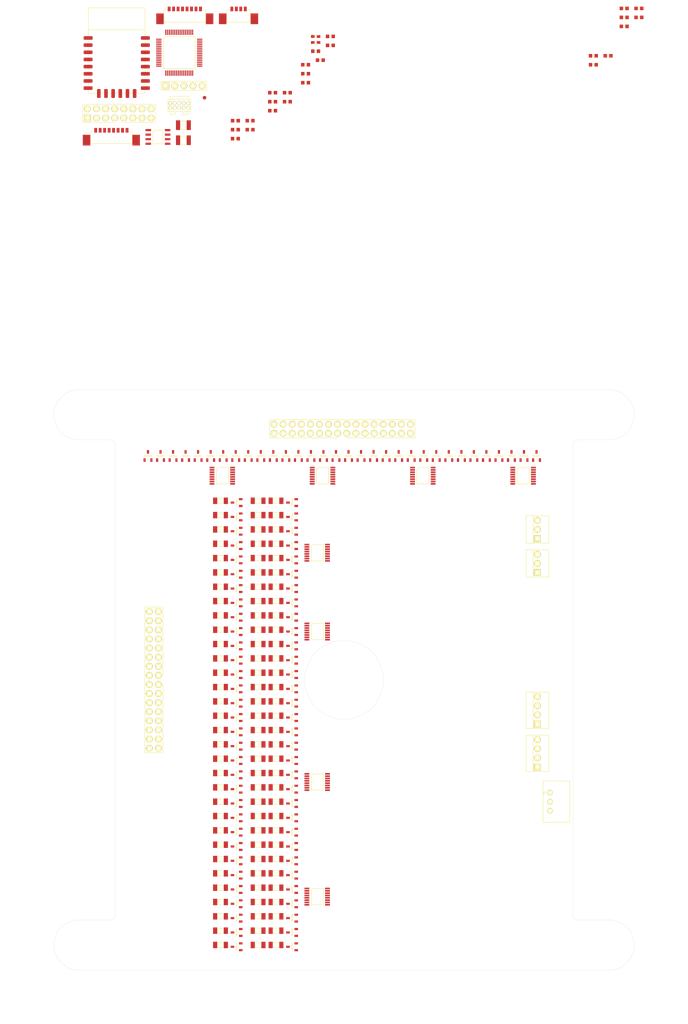
<source format=kicad_pcb>
(kicad_pcb (version 20171130) (host pcbnew 5.1.4-e60b266~84~ubuntu18.04.1)
  (title_block (date 2019-09-27) (rev 1))
  (layers (0 F.Cu signal) (31 B.Cu signal) (34 B.Paste user) (35 F.Paste user) (36 B.SilkS user) (37 F.SilkS user) (38 B.Mask user) (39 F.Mask user) (44 Edge.Cuts user))
  (net 0 "")
  (net 1 24v)
  (net 2 3v3)
  (net 3 /PSU_TX)
  (net 4 /PSU_~RUN)
  (net 5 /ESP_EN)
  (net 6 /ESP_~RST)
  (net 7 /ESP_TXD)
  (net 8 /ESP_RXD)
  (net 9 /SWCLK)
  (net 10 /SWDIO)
  (net 11 /UART_RX)
  (net 12 /UART_TX)
  (net 13 /STM32_STCP)
  (net 14 /STM32_~MR)
  (net 15 /STM32_~OE)
  (net 16 /STM32_KDAT)
  (net 17 /STM32_KCLK)
  (net 18 /STM32_ADAT)
  (net 19 /STM32_ACLK)
  (net 20 /~RST)
  (net 21 "Net-(IC103-Pad7)")
  (net 22 "Net-(IC103-Pad6)")
  (net 23 /Channels/GA1)
  (net 24 /ADAT)
  (net 25 /~OE)
  (net 26 /STCP)
  (net 27 /ACLK)
  (net 28 /~MR)
  (net 29 /Channels/GA8)
  (net 30 /Channels/GA7)
  (net 31 /Channels/GA6)
  (net 32 /Channels/GA5)
  (net 33 /Channels/GA4)
  (net 34 /Channels/GA3)
  (net 35 /Channels/GA2)
  (net 36 /Channels/GA9)
  (net 37 /Channels/GA16)
  (net 38 /Channels/GA15)
  (net 39 /Channels/GA14)
  (net 40 /Channels/GA13)
  (net 41 /Channels/GA12)
  (net 42 /Channels/GA11)
  (net 43 /Channels/GA10)
  (net 44 /Channels/GA17)
  (net 45 /Channels/GA24)
  (net 46 /Channels/GA23)
  (net 47 /Channels/GA22)
  (net 48 /Channels/GA21)
  (net 49 /Channels/GA20)
  (net 50 /Channels/GA19)
  (net 51 /Channels/GA18)
  (net 52 /Channels/GA25)
  (net 53 /Channels/GA32)
  (net 54 /Channels/GA31)
  (net 55 /Channels/GA30)
  (net 56 /Channels/GA29)
  (net 57 /Channels/GA28)
  (net 58 /Channels/GA27)
  (net 59 /Channels/GA26)
  (net 60 /Channels/GK1)
  (net 61 /KDAT)
  (net 62 /KCLK)
  (net 63 /Channels/GK8)
  (net 64 /Channels/GK7)
  (net 65 /Channels/GK6)
  (net 66 /Channels/GK5)
  (net 67 /Channels/GK4)
  (net 68 /Channels/GK3)
  (net 69 /Channels/GK2)
  (net 70 /Channels/GK9)
  (net 71 /Channels/GK16)
  (net 72 /Channels/GK15)
  (net 73 /Channels/GK14)
  (net 74 /Channels/GK13)
  (net 75 /Channels/GK12)
  (net 76 /Channels/GK11)
  (net 77 /Channels/GK10)
  (net 78 /Channels/GK17)
  (net 79 /Channels/GK24)
  (net 80 /Channels/GK23)
  (net 81 /Channels/GK22)
  (net 82 /Channels/GK21)
  (net 83 /Channels/GK20)
  (net 84 /Channels/GK19)
  (net 85 /Channels/GK18)
  (net 86 /Channels/GK25)
  (net 87 /Channels/GK32)
  (net 88 /Channels/GK31)
  (net 89 /Channels/GK30)
  (net 90 /Channels/GK29)
  (net 91 /Channels/GK28)
  (net 92 /Channels/GK27)
  (net 93 /Channels/GK26)
  (net 94 "Net-(J102-Pad2)")
  (net 95 400V)
  (net 96 /Channels/A32)
  (net 97 /Channels/A31)
  (net 98 /Channels/A30)
  (net 99 /Channels/A29)
  (net 100 /Channels/A28)
  (net 101 /Channels/A27)
  (net 102 /Channels/A26)
  (net 103 /Channels/A25)
  (net 104 /Channels/A24)
  (net 105 /Channels/A23)
  (net 106 /Channels/A22)
  (net 107 /Channels/A21)
  (net 108 /Channels/A20)
  (net 109 /Channels/A19)
  (net 110 /Channels/A18)
  (net 111 /Channels/A17)
  (net 112 /Channels/A16)
  (net 113 /Channels/A15)
  (net 114 /Channels/A14)
  (net 115 /Channels/A13)
  (net 116 /Channels/A12)
  (net 117 /Channels/A11)
  (net 118 /Channels/A10)
  (net 119 /Channels/A9)
  (net 120 /Channels/A8)
  (net 121 /Channels/A7)
  (net 122 /Channels/A6)
  (net 123 /Channels/A5)
  (net 124 /Channels/A4)
  (net 125 /Channels/A3)
  (net 126 /Channels/A2)
  (net 127 /Channels/A1)
  (net 128 /Channels/K32)
  (net 129 /Channels/K31)
  (net 130 /Channels/K30)
  (net 131 /Channels/K29)
  (net 132 /Channels/K24)
  (net 133 /Channels/K27)
  (net 134 /Channels/K28)
  (net 135 /Channels/K25)
  (net 136 /Channels/K22)
  (net 137 /Channels/K23)
  (net 138 /Channels/K26)
  (net 139 /Channels/K21)
  (net 140 /Channels/K20)
  (net 141 /Channels/K19)
  (net 142 /Channels/K18)
  (net 143 /Channels/K17)
  (net 144 /Channels/K16)
  (net 145 /Channels/K15)
  (net 146 /Channels/K14)
  (net 147 /Channels/K13)
  (net 148 /Channels/K12)
  (net 149 /Channels/K11)
  (net 150 /Channels/K10)
  (net 151 /Channels/K9)
  (net 152 /Channels/K8)
  (net 153 /Channels/K7)
  (net 154 /Channels/K6)
  (net 155 /Channels/K5)
  (net 156 /Channels/K4)
  (net 157 /Channels/K3)
  (net 158 /Channels/K2)
  (net 159 /Channels/K1)
  (net 160 "Net-(P101-Pad8)")
  (net 161 "Net-(P101-Pad7)")
  (net 162 "Net-(P101-Pad6)")
  (net 163 "Net-(Q301-Pad3)")
  (net 164 "Net-(Q302-Pad3)")
  (net 165 "Net-(Q303-Pad3)")
  (net 166 "Net-(Q303-Pad1)")
  (net 167 "Net-(Q305-Pad3)")
  (net 168 "Net-(Q307-Pad3)")
  (net 169 "Net-(Q308-Pad3)")
  (net 170 "Net-(Q313-Pad3)")
  (net 171 "Net-(Q314-Pad3)")
  (net 172 "Net-(Q315-Pad3)")
  (net 173 "Net-(Q315-Pad1)")
  (net 174 "Net-(Q317-Pad3)")
  (net 175 "Net-(Q319-Pad3)")
  (net 176 "Net-(Q320-Pad3)")
  (net 177 "Net-(Q401-Pad3)")
  (net 178 "Net-(Q402-Pad3)")
  (net 179 "Net-(Q403-Pad3)")
  (net 180 "Net-(Q403-Pad1)")
  (net 181 "Net-(Q405-Pad3)")
  (net 182 "Net-(Q407-Pad3)")
  (net 183 "Net-(Q408-Pad3)")
  (net 184 "Net-(Q413-Pad3)")
  (net 185 "Net-(Q414-Pad3)")
  (net 186 "Net-(Q415-Pad3)")
  (net 187 "Net-(Q415-Pad1)")
  (net 188 "Net-(Q417-Pad3)")
  (net 189 "Net-(Q419-Pad3)")
  (net 190 "Net-(Q420-Pad3)")
  (net 191 "Net-(Q501-Pad3)")
  (net 192 "Net-(Q502-Pad3)")
  (net 193 "Net-(Q503-Pad3)")
  (net 194 "Net-(Q503-Pad1)")
  (net 195 "Net-(Q505-Pad3)")
  (net 196 "Net-(Q507-Pad3)")
  (net 197 "Net-(Q508-Pad3)")
  (net 198 "Net-(Q513-Pad3)")
  (net 199 "Net-(Q514-Pad3)")
  (net 200 "Net-(Q515-Pad3)")
  (net 201 "Net-(Q515-Pad1)")
  (net 202 "Net-(Q517-Pad3)")
  (net 203 "Net-(Q519-Pad3)")
  (net 204 "Net-(Q520-Pad3)")
  (net 205 "Net-(Q601-Pad3)")
  (net 206 "Net-(Q602-Pad3)")
  (net 207 "Net-(Q603-Pad3)")
  (net 208 "Net-(Q603-Pad1)")
  (net 209 "Net-(Q605-Pad3)")
  (net 210 "Net-(Q607-Pad3)")
  (net 211 "Net-(Q608-Pad3)")
  (net 212 "Net-(Q613-Pad3)")
  (net 213 "Net-(Q614-Pad3)")
  (net 214 "Net-(Q615-Pad3)")
  (net 215 "Net-(Q615-Pad1)")
  (net 216 "Net-(Q617-Pad3)")
  (net 217 "Net-(Q619-Pad3)")
  (net 218 "Net-(Q620-Pad3)")
  (net 219 "Net-(Y101-Pad1)")
  (net 220 GND)
  (net 221 "Net-(C107-Pad1)")
  (net 222 "Net-(C109-Pad1)")
  (net 223 "Net-(C112-Pad1)")
  (net 224 "Net-(C115-Pad2)")
  (net 225 "Net-(C115-Pad1)")
  (net 226 "Net-(IC101-Pad62)")
  (net 227 "Net-(IC101-Pad61)")
  (net 228 "Net-(IC101-Pad59)")
  (net 229 "Net-(IC101-Pad56)")
  (net 230 "Net-(IC101-Pad55)")
  (net 231 "Net-(IC101-Pad54)")
  (net 232 "Net-(IC101-Pad53)")
  (net 233 "Net-(IC101-Pad50)")
  (net 234 "Net-(IC101-Pad45)")
  (net 235 "Net-(IC101-Pad44)")
  (net 236 "Net-(IC101-Pad41)")
  (net 237 "Net-(IC101-Pad40)")
  (net 238 "Net-(IC101-Pad35)")
  (net 239 "Net-(IC101-Pad33)")
  (net 240 "Net-(IC101-Pad30)")
  (net 241 "Net-(IC101-Pad29)")
  (net 242 "Net-(IC101-Pad28)")
  (net 243 "Net-(IC101-Pad27)")
  (net 244 "Net-(IC101-Pad26)")
  (net 245 "Net-(IC101-Pad25)")
  (net 246 "Net-(IC101-Pad24)")
  (net 247 "Net-(IC101-Pad22)")
  (net 248 "Net-(IC101-Pad20)")
  (net 249 "Net-(IC101-Pad17)")
  (net 250 "Net-(IC101-Pad16)")
  (net 251 "Net-(IC101-Pad15)")
  (net 252 "Net-(IC101-Pad14)")
  (net 253 "Net-(IC101-Pad11)")
  (net 254 "Net-(IC101-Pad10)")
  (net 255 "Net-(IC101-Pad9)")
  (net 256 "Net-(IC101-Pad8)")
  (net 257 "Net-(IC101-Pad6)")
  (net 258 "Net-(IC101-Pad5)")
  (net 259 "Net-(IC101-Pad4)")
  (net 260 "Net-(IC101-Pad3)")
  (net 261 "Net-(IC101-Pad2)")
  (net 262 "Net-(IC104-Pad14)")
  (net 263 "Net-(IC104-Pad13)")
  (net 264 "Net-(IC104-Pad12)")
  (net 265 "Net-(IC104-Pad9)")
  (net 266 "Net-(IC104-Pad10)")
  (net 267 "Net-(IC104-Pad11)")
  (net 268 "Net-(IC104-Pad16)")
  (net 269 "Net-(IC104-Pad17)")
  (net 270 "Net-(IC104-Pad18)")
  (net 271 "Net-(IC104-Pad19)")
  (net 272 "Net-(IC104-Pad20)")
  (net 273 "Net-(IC104-Pad7)")
  (net 274 "Net-(IC104-Pad6)")
  (net 275 "Net-(IC104-Pad5)")
  (net 276 "Net-(IC104-Pad4)")
  (net 277 "Net-(IC104-Pad2)")
  (net 278 "Net-(IC701-Pad9)")
  (net 279 "Net-(IC702-Pad9)")
  (net 280 "Net-(IC703-Pad9)")
  (net 281 "Net-(IC704-Pad9)")
  (net 282 "Net-(IC705-Pad9)")
  (net 283 "Net-(IC706-Pad9)")
  (net 284 /Channels/AOUT)
  (net 285 /Channels/KOUT)
  (net 286 "Net-(Q305-Pad1)")
  (net 287 "Net-(Q309-Pad3)")
  (net 288 "Net-(Q309-Pad1)")
  (net 289 "Net-(Q311-Pad3)")
  (net 290 "Net-(Q311-Pad1)")
  (net 291 "Net-(Q317-Pad1)")
  (net 292 "Net-(Q321-Pad3)")
  (net 293 "Net-(Q321-Pad1)")
  (net 294 "Net-(Q323-Pad3)")
  (net 295 "Net-(Q323-Pad1)")
  (net 296 "Net-(Q405-Pad1)")
  (net 297 "Net-(Q409-Pad3)")
  (net 298 "Net-(Q409-Pad1)")
  (net 299 "Net-(Q411-Pad3)")
  (net 300 "Net-(Q411-Pad1)")
  (net 301 "Net-(Q417-Pad1)")
  (net 302 "Net-(Q421-Pad3)")
  (net 303 "Net-(Q421-Pad1)")
  (net 304 "Net-(Q423-Pad3)")
  (net 305 "Net-(Q423-Pad1)")
  (net 306 "Net-(Q505-Pad1)")
  (net 307 "Net-(Q509-Pad3)")
  (net 308 "Net-(Q509-Pad1)")
  (net 309 "Net-(Q511-Pad3)")
  (net 310 "Net-(Q511-Pad1)")
  (net 311 "Net-(Q517-Pad1)")
  (net 312 "Net-(Q521-Pad3)")
  (net 313 "Net-(Q521-Pad1)")
  (net 314 "Net-(Q523-Pad3)")
  (net 315 "Net-(Q523-Pad1)")
  (net 316 "Net-(Q605-Pad1)")
  (net 317 "Net-(Q609-Pad3)")
  (net 318 "Net-(Q609-Pad1)")
  (net 319 "Net-(Q611-Pad3)")
  (net 320 "Net-(Q611-Pad1)")
  (net 321 "Net-(Q617-Pad1)")
  (net 322 "Net-(Q621-Pad3)")
  (net 323 "Net-(Q621-Pad1)")
  (net 324 "Net-(Q623-Pad3)")
  (net 325 "Net-(Q623-Pad1)")
  (net 326 5v)
  (net 327 "Net-(J108-Pad2)")
  (net 328 "Net-(J109-Pad3)")
  (net 329 "Net-(J109-Pad2)")
  (module agg:SOT-23 (layer F.Cu) (at 81.75 63.5 90)
    (fp_text reference Q606)
    (fp_text value DMN60H080DS-7)
    (pad 3 smd rect (at 1.15 0 90) (size 1 0.6) (layers F.Cu F.Paste F.Mask) (net 131 /Channels/K29))
    (pad 2 smd rect (at -1.15 0.95 90) (size 1 0.6) (layers F.Cu F.Paste F.Mask) (net 220 GND))
    (pad 1 smd rect (at -1.15 -0.95 90) (size 1 0.6) (layers F.Cu F.Paste F.Mask) (net 90 /Channels/GK29))
  )
  (module agg:MOLEX-KK-254P-04 (layer F.Cu) (at 180 134.5 90)
    (fp_text reference J109)
    (fp_text value PSU)
    (pad 4 thru_hole circle (at 3.81 0 90) (size 1.9 1.9) (drill 1) (layers *.Cu *.Mask F.SilkS) (net 220 GND))
    (pad 3 thru_hole circle (at 1.27 0 90) (size 1.9 1.9) (drill 1) (layers *.Cu *.Mask F.SilkS) (net 328 "Net-(J109-Pad3)"))
    (pad 2 thru_hole circle (at -1.27 0 90) (size 1.9 1.9) (drill 1) (layers *.Cu *.Mask F.SilkS) (net 329 "Net-(J109-Pad2)"))
    (pad 1 thru_hole rect (at -3.81 0 90) (size 1.9 1.9) (drill 1) (layers *.Cu *.Mask F.SilkS) (net 1 24v))
  )
  (module agg:MOLEX-KK-254P-03 (layer F.Cu) (at 180 84 90)
    (fp_text reference J108)
    (fp_text value HV)
    (pad 3 thru_hole circle (at 2.54 0 90) (size 1.9 1.9) (drill 1) (layers *.Cu *.Mask F.SilkS) (net 95 400V))
    (pad 2 thru_hole circle (at 0 0 90) (size 1.9 1.9) (drill 1) (layers *.Cu *.Mask F.SilkS) (net 327 "Net-(J108-Pad2)"))
    (pad 1 thru_hole rect (at -2.54 0 90) (size 1.9 1.9) (drill 1) (layers *.Cu *.Mask F.SilkS) (net 220 GND))
  )
  (module agg:XTAL-25x20 (layer F.Cu) (at 118.07 -52.76)
    (fp_text reference Y101)
    (fp_text value 26M)
    (pad 4 smd rect (at 0.8 -0.85) (size 1 0.8) (layers F.Cu F.Paste F.Mask) (net 2 3v3))
    (pad 3 smd rect (at 0.8 0.85) (size 1 0.8) (layers F.Cu F.Paste F.Mask) (net 258 "Net-(IC101-Pad5)"))
    (pad 2 smd rect (at -0.8 0.85) (size 1 0.8) (layers F.Cu F.Paste F.Mask) (net 220 GND))
    (pad 1 smd rect (at -0.8 -0.85) (size 1 0.8) (layers F.Cu F.Paste F.Mask) (net 219 "Net-(Y101-Pad1)"))
  )
  (module agg:M3_MOUNT (layer F.Cu) (at 80 172)
    (fp_text reference X108 hide)
    (fp_text value "M3 MOUNT" hide)
    (pad "" np_thru_hole circle (at 1.8 1.8) (size 0.6 0.6) (drill 0.6) (layers *.Cu *.Mask F.SilkS))
    (pad "" np_thru_hole circle (at -1.8 1.8) (size 0.6 0.6) (drill 0.6) (layers *.Cu *.Mask F.SilkS))
    (pad "" np_thru_hole circle (at 1.8 -1.8) (size 0.6 0.6) (drill 0.6) (layers *.Cu *.Mask F.SilkS))
    (pad "" np_thru_hole circle (at -1.8 -1.8) (size 0.6 0.6) (drill 0.6) (layers *.Cu *.Mask F.SilkS))
    (pad "" np_thru_hole circle (at -2.5 0) (size 0.6 0.6) (drill 0.6) (layers *.Cu *.Mask F.SilkS))
    (pad "" np_thru_hole circle (at 0 2.5) (size 0.6 0.6) (drill 0.6) (layers *.Cu *.Mask F.SilkS))
    (pad "" np_thru_hole circle (at 2.5 0) (size 0.6 0.6) (drill 0.6) (layers *.Cu *.Mask F.SilkS))
    (pad "" np_thru_hole circle (at 0 -2.5) (size 0.6 0.6) (drill 0.6) (layers *.Cu *.Mask F.SilkS))
    (pad "" np_thru_hole circle (at 0 0) (size 3.3 3.3) (drill 3.3) (layers *.Cu *.Mask F.SilkS) (clearance 1.65))
  )
  (module agg:M3_MOUNT (layer F.Cu) (at 172 172)
    (fp_text reference X107 hide)
    (fp_text value "M3 MOUNT" hide)
    (pad "" np_thru_hole circle (at 1.8 1.8) (size 0.6 0.6) (drill 0.6) (layers *.Cu *.Mask F.SilkS))
    (pad "" np_thru_hole circle (at -1.8 1.8) (size 0.6 0.6) (drill 0.6) (layers *.Cu *.Mask F.SilkS))
    (pad "" np_thru_hole circle (at 1.8 -1.8) (size 0.6 0.6) (drill 0.6) (layers *.Cu *.Mask F.SilkS))
    (pad "" np_thru_hole circle (at -1.8 -1.8) (size 0.6 0.6) (drill 0.6) (layers *.Cu *.Mask F.SilkS))
    (pad "" np_thru_hole circle (at -2.5 0) (size 0.6 0.6) (drill 0.6) (layers *.Cu *.Mask F.SilkS))
    (pad "" np_thru_hole circle (at 0 2.5) (size 0.6 0.6) (drill 0.6) (layers *.Cu *.Mask F.SilkS))
    (pad "" np_thru_hole circle (at 2.5 0) (size 0.6 0.6) (drill 0.6) (layers *.Cu *.Mask F.SilkS))
    (pad "" np_thru_hole circle (at 0 -2.5) (size 0.6 0.6) (drill 0.6) (layers *.Cu *.Mask F.SilkS))
    (pad "" np_thru_hole circle (at 0 0) (size 3.3 3.3) (drill 3.3) (layers *.Cu *.Mask F.SilkS) (clearance 1.65))
  )
  (module agg:M3_MOUNT (layer F.Cu) (at 172 80)
    (fp_text reference X106 hide)
    (fp_text value "M3 MOUNT" hide)
    (pad "" np_thru_hole circle (at 1.8 1.8) (size 0.6 0.6) (drill 0.6) (layers *.Cu *.Mask F.SilkS))
    (pad "" np_thru_hole circle (at -1.8 1.8) (size 0.6 0.6) (drill 0.6) (layers *.Cu *.Mask F.SilkS))
    (pad "" np_thru_hole circle (at 1.8 -1.8) (size 0.6 0.6) (drill 0.6) (layers *.Cu *.Mask F.SilkS))
    (pad "" np_thru_hole circle (at -1.8 -1.8) (size 0.6 0.6) (drill 0.6) (layers *.Cu *.Mask F.SilkS))
    (pad "" np_thru_hole circle (at -2.5 0) (size 0.6 0.6) (drill 0.6) (layers *.Cu *.Mask F.SilkS))
    (pad "" np_thru_hole circle (at 0 2.5) (size 0.6 0.6) (drill 0.6) (layers *.Cu *.Mask F.SilkS))
    (pad "" np_thru_hole circle (at 2.5 0) (size 0.6 0.6) (drill 0.6) (layers *.Cu *.Mask F.SilkS))
    (pad "" np_thru_hole circle (at 0 -2.5) (size 0.6 0.6) (drill 0.6) (layers *.Cu *.Mask F.SilkS))
    (pad "" np_thru_hole circle (at 0 0) (size 3.3 3.3) (drill 3.3) (layers *.Cu *.Mask F.SilkS) (clearance 1.65))
  )
  (module agg:M3_MOUNT (layer F.Cu) (at 80 80)
    (fp_text reference X105 hide)
    (fp_text value "M3 MOUNT" hide)
    (pad "" np_thru_hole circle (at 1.8 1.8) (size 0.6 0.6) (drill 0.6) (layers *.Cu *.Mask F.SilkS))
    (pad "" np_thru_hole circle (at -1.8 1.8) (size 0.6 0.6) (drill 0.6) (layers *.Cu *.Mask F.SilkS))
    (pad "" np_thru_hole circle (at 1.8 -1.8) (size 0.6 0.6) (drill 0.6) (layers *.Cu *.Mask F.SilkS))
    (pad "" np_thru_hole circle (at -1.8 -1.8) (size 0.6 0.6) (drill 0.6) (layers *.Cu *.Mask F.SilkS))
    (pad "" np_thru_hole circle (at -2.5 0) (size 0.6 0.6) (drill 0.6) (layers *.Cu *.Mask F.SilkS))
    (pad "" np_thru_hole circle (at 0 2.5) (size 0.6 0.6) (drill 0.6) (layers *.Cu *.Mask F.SilkS))
    (pad "" np_thru_hole circle (at 2.5 0) (size 0.6 0.6) (drill 0.6) (layers *.Cu *.Mask F.SilkS))
    (pad "" np_thru_hole circle (at 0 -2.5) (size 0.6 0.6) (drill 0.6) (layers *.Cu *.Mask F.SilkS))
    (pad "" np_thru_hole circle (at 0 0) (size 3.3 3.3) (drill 3.3) (layers *.Cu *.Mask F.SilkS) (clearance 1.65))
  )
  (module agg:M3_MOUNT (layer F.Cu) (at 52 200)
    (fp_text reference X104 hide)
    (fp_text value "M3 MOUNT" hide)
    (pad "" np_thru_hole circle (at 1.8 1.8) (size 0.6 0.6) (drill 0.6) (layers *.Cu *.Mask F.SilkS))
    (pad "" np_thru_hole circle (at -1.8 1.8) (size 0.6 0.6) (drill 0.6) (layers *.Cu *.Mask F.SilkS))
    (pad "" np_thru_hole circle (at 1.8 -1.8) (size 0.6 0.6) (drill 0.6) (layers *.Cu *.Mask F.SilkS))
    (pad "" np_thru_hole circle (at -1.8 -1.8) (size 0.6 0.6) (drill 0.6) (layers *.Cu *.Mask F.SilkS))
    (pad "" np_thru_hole circle (at -2.5 0) (size 0.6 0.6) (drill 0.6) (layers *.Cu *.Mask F.SilkS))
    (pad "" np_thru_hole circle (at 0 2.5) (size 0.6 0.6) (drill 0.6) (layers *.Cu *.Mask F.SilkS))
    (pad "" np_thru_hole circle (at 2.5 0) (size 0.6 0.6) (drill 0.6) (layers *.Cu *.Mask F.SilkS))
    (pad "" np_thru_hole circle (at 0 -2.5) (size 0.6 0.6) (drill 0.6) (layers *.Cu *.Mask F.SilkS))
    (pad "" np_thru_hole circle (at 0 0) (size 3.3 3.3) (drill 3.3) (layers *.Cu *.Mask F.SilkS) (clearance 1.65))
  )
  (module agg:M3_MOUNT (layer F.Cu) (at 200 200)
    (fp_text reference X103 hide)
    (fp_text value "M3 MOUNT" hide)
    (pad "" np_thru_hole circle (at 1.8 1.8) (size 0.6 0.6) (drill 0.6) (layers *.Cu *.Mask F.SilkS))
    (pad "" np_thru_hole circle (at -1.8 1.8) (size 0.6 0.6) (drill 0.6) (layers *.Cu *.Mask F.SilkS))
    (pad "" np_thru_hole circle (at 1.8 -1.8) (size 0.6 0.6) (drill 0.6) (layers *.Cu *.Mask F.SilkS))
    (pad "" np_thru_hole circle (at -1.8 -1.8) (size 0.6 0.6) (drill 0.6) (layers *.Cu *.Mask F.SilkS))
    (pad "" np_thru_hole circle (at -2.5 0) (size 0.6 0.6) (drill 0.6) (layers *.Cu *.Mask F.SilkS))
    (pad "" np_thru_hole circle (at 0 2.5) (size 0.6 0.6) (drill 0.6) (layers *.Cu *.Mask F.SilkS))
    (pad "" np_thru_hole circle (at 2.5 0) (size 0.6 0.6) (drill 0.6) (layers *.Cu *.Mask F.SilkS))
    (pad "" np_thru_hole circle (at 0 -2.5) (size 0.6 0.6) (drill 0.6) (layers *.Cu *.Mask F.SilkS))
    (pad "" np_thru_hole circle (at 0 0) (size 3.3 3.3) (drill 3.3) (layers *.Cu *.Mask F.SilkS) (clearance 1.65))
  )
  (module agg:M3_MOUNT (layer F.Cu) (at 200 52)
    (fp_text reference X102 hide)
    (fp_text value "M3 MOUNT" hide)
    (pad "" np_thru_hole circle (at 1.8 1.8) (size 0.6 0.6) (drill 0.6) (layers *.Cu *.Mask F.SilkS))
    (pad "" np_thru_hole circle (at -1.8 1.8) (size 0.6 0.6) (drill 0.6) (layers *.Cu *.Mask F.SilkS))
    (pad "" np_thru_hole circle (at 1.8 -1.8) (size 0.6 0.6) (drill 0.6) (layers *.Cu *.Mask F.SilkS))
    (pad "" np_thru_hole circle (at -1.8 -1.8) (size 0.6 0.6) (drill 0.6) (layers *.Cu *.Mask F.SilkS))
    (pad "" np_thru_hole circle (at -2.5 0) (size 0.6 0.6) (drill 0.6) (layers *.Cu *.Mask F.SilkS))
    (pad "" np_thru_hole circle (at 0 2.5) (size 0.6 0.6) (drill 0.6) (layers *.Cu *.Mask F.SilkS))
    (pad "" np_thru_hole circle (at 2.5 0) (size 0.6 0.6) (drill 0.6) (layers *.Cu *.Mask F.SilkS))
    (pad "" np_thru_hole circle (at 0 -2.5) (size 0.6 0.6) (drill 0.6) (layers *.Cu *.Mask F.SilkS))
    (pad "" np_thru_hole circle (at 0 0) (size 3.3 3.3) (drill 3.3) (layers *.Cu *.Mask F.SilkS) (clearance 1.65))
  )
  (module agg:M3_MOUNT (layer F.Cu) (at 52 52)
    (fp_text reference X101 hide)
    (fp_text value "M3 MOUNT" hide)
    (pad "" np_thru_hole circle (at 1.8 1.8) (size 0.6 0.6) (drill 0.6) (layers *.Cu *.Mask F.SilkS))
    (pad "" np_thru_hole circle (at -1.8 1.8) (size 0.6 0.6) (drill 0.6) (layers *.Cu *.Mask F.SilkS))
    (pad "" np_thru_hole circle (at 1.8 -1.8) (size 0.6 0.6) (drill 0.6) (layers *.Cu *.Mask F.SilkS))
    (pad "" np_thru_hole circle (at -1.8 -1.8) (size 0.6 0.6) (drill 0.6) (layers *.Cu *.Mask F.SilkS))
    (pad "" np_thru_hole circle (at -2.5 0) (size 0.6 0.6) (drill 0.6) (layers *.Cu *.Mask F.SilkS))
    (pad "" np_thru_hole circle (at 0 2.5) (size 0.6 0.6) (drill 0.6) (layers *.Cu *.Mask F.SilkS))
    (pad "" np_thru_hole circle (at 2.5 0) (size 0.6 0.6) (drill 0.6) (layers *.Cu *.Mask F.SilkS))
    (pad "" np_thru_hole circle (at 0 -2.5) (size 0.6 0.6) (drill 0.6) (layers *.Cu *.Mask F.SilkS))
    (pad "" np_thru_hole circle (at 0 0) (size 3.3 3.3) (drill 3.3) (layers *.Cu *.Mask F.SilkS) (clearance 1.65))
  )
  (module agg:TESTPAD (layer F.Cu) (at 87.04 -36.51)
    (fp_text reference TP101 hide)
    (fp_text value TESTPAD hide)
    (pad 1 smd circle (at 0 0) (size 1 1) (layers F.Cu F.Mask) (net 326 5v))
  )
  (module agg:1206 (layer F.Cu) (at 91.5 76 180)
    (fp_text reference R624)
    (fp_text value 93k1)
    (pad 2 smd rect (at 1.5 0 180) (size 1.15 1.8) (layers F.Cu F.Paste F.Mask) (net 96 /Channels/A32))
    (pad 1 smd rect (at -1.5 0 180) (size 1.15 1.8) (layers F.Cu F.Paste F.Mask) (net 324 "Net-(Q623-Pad3)"))
  )
  (module agg:1206 (layer F.Cu) (at 91.5 92 180)
    (fp_text reference R623)
    (fp_text value 93k1)
    (pad 2 smd rect (at 1.5 0 180) (size 1.15 1.8) (layers F.Cu F.Paste F.Mask) (net 100 /Channels/A28))
    (pad 1 smd rect (at -1.5 0 180) (size 1.15 1.8) (layers F.Cu F.Paste F.Mask) (net 322 "Net-(Q621-Pad3)"))
  )
  (module agg:1206 (layer F.Cu) (at 102 76 180)
    (fp_text reference R622)
    (fp_text value 10k)
    (pad 2 smd rect (at 1.5 0 180) (size 1.15 1.8) (layers F.Cu F.Paste F.Mask) (net 95 400V))
    (pad 1 smd rect (at -1.5 0 180) (size 1.15 1.8) (layers F.Cu F.Paste F.Mask) (net 325 "Net-(Q623-Pad1)"))
  )
  (module agg:1206 (layer F.Cu) (at 102 92 180)
    (fp_text reference R621)
    (fp_text value 10k)
    (pad 2 smd rect (at 1.5 0 180) (size 1.15 1.8) (layers F.Cu F.Paste F.Mask) (net 95 400V))
    (pad 1 smd rect (at -1.5 0 180) (size 1.15 1.8) (layers F.Cu F.Paste F.Mask) (net 323 "Net-(Q621-Pad1)"))
  )
  (module agg:1206 (layer F.Cu) (at 107 76)
    (fp_text reference R620)
    (fp_text value 10k)
    (pad 2 smd rect (at 1.5 0) (size 1.15 1.8) (layers F.Cu F.Paste F.Mask) (net 218 "Net-(Q620-Pad3)"))
    (pad 1 smd rect (at -1.5 0) (size 1.15 1.8) (layers F.Cu F.Paste F.Mask) (net 325 "Net-(Q623-Pad1)"))
  )
  (module agg:1206 (layer F.Cu) (at 107 92)
    (fp_text reference R619)
    (fp_text value 10k)
    (pad 2 smd rect (at 1.5 0) (size 1.15 1.8) (layers F.Cu F.Paste F.Mask) (net 217 "Net-(Q619-Pad3)"))
    (pad 1 smd rect (at -1.5 0) (size 1.15 1.8) (layers F.Cu F.Paste F.Mask) (net 323 "Net-(Q621-Pad1)"))
  )
  (module agg:1206 (layer F.Cu) (at 91.5 80 180)
    (fp_text reference R618)
    (fp_text value 93k1)
    (pad 2 smd rect (at 1.5 0 180) (size 1.15 1.8) (layers F.Cu F.Paste F.Mask) (net 97 /Channels/A31))
    (pad 1 smd rect (at -1.5 0 180) (size 1.15 1.8) (layers F.Cu F.Paste F.Mask) (net 216 "Net-(Q617-Pad3)"))
  )
  (module agg:1206 (layer F.Cu) (at 91.5 96 180)
    (fp_text reference R617)
    (fp_text value 93k1)
    (pad 2 smd rect (at 1.5 0 180) (size 1.15 1.8) (layers F.Cu F.Paste F.Mask) (net 101 /Channels/A27))
    (pad 1 smd rect (at -1.5 0 180) (size 1.15 1.8) (layers F.Cu F.Paste F.Mask) (net 214 "Net-(Q615-Pad3)"))
  )
  (module agg:1206 (layer F.Cu) (at 102 80 180)
    (fp_text reference R616)
    (fp_text value 10k)
    (pad 2 smd rect (at 1.5 0 180) (size 1.15 1.8) (layers F.Cu F.Paste F.Mask) (net 95 400V))
    (pad 1 smd rect (at -1.5 0 180) (size 1.15 1.8) (layers F.Cu F.Paste F.Mask) (net 321 "Net-(Q617-Pad1)"))
  )
  (module agg:1206 (layer F.Cu) (at 102 96 180)
    (fp_text reference R615)
    (fp_text value 10k)
    (pad 2 smd rect (at 1.5 0 180) (size 1.15 1.8) (layers F.Cu F.Paste F.Mask) (net 95 400V))
    (pad 1 smd rect (at -1.5 0 180) (size 1.15 1.8) (layers F.Cu F.Paste F.Mask) (net 215 "Net-(Q615-Pad1)"))
  )
  (module agg:1206 (layer F.Cu) (at 107 80)
    (fp_text reference R614)
    (fp_text value 10k)
    (pad 2 smd rect (at 1.5 0) (size 1.15 1.8) (layers F.Cu F.Paste F.Mask) (net 213 "Net-(Q614-Pad3)"))
    (pad 1 smd rect (at -1.5 0) (size 1.15 1.8) (layers F.Cu F.Paste F.Mask) (net 321 "Net-(Q617-Pad1)"))
  )
  (module agg:1206 (layer F.Cu) (at 107 96)
    (fp_text reference R613)
    (fp_text value 10k)
    (pad 2 smd rect (at 1.5 0) (size 1.15 1.8) (layers F.Cu F.Paste F.Mask) (net 212 "Net-(Q613-Pad3)"))
    (pad 1 smd rect (at -1.5 0) (size 1.15 1.8) (layers F.Cu F.Paste F.Mask) (net 215 "Net-(Q615-Pad1)"))
  )
  (module agg:1206 (layer F.Cu) (at 91.5 84 180)
    (fp_text reference R612)
    (fp_text value 93k1)
    (pad 2 smd rect (at 1.5 0 180) (size 1.15 1.8) (layers F.Cu F.Paste F.Mask) (net 98 /Channels/A30))
    (pad 1 smd rect (at -1.5 0 180) (size 1.15 1.8) (layers F.Cu F.Paste F.Mask) (net 319 "Net-(Q611-Pad3)"))
  )
  (module agg:1206 (layer F.Cu) (at 91.5 100 180)
    (fp_text reference R611)
    (fp_text value 93k1)
    (pad 2 smd rect (at 1.5 0 180) (size 1.15 1.8) (layers F.Cu F.Paste F.Mask) (net 102 /Channels/A26))
    (pad 1 smd rect (at -1.5 0 180) (size 1.15 1.8) (layers F.Cu F.Paste F.Mask) (net 317 "Net-(Q609-Pad3)"))
  )
  (module agg:1206 (layer F.Cu) (at 102 84 180)
    (fp_text reference R610)
    (fp_text value 10k)
    (pad 2 smd rect (at 1.5 0 180) (size 1.15 1.8) (layers F.Cu F.Paste F.Mask) (net 95 400V))
    (pad 1 smd rect (at -1.5 0 180) (size 1.15 1.8) (layers F.Cu F.Paste F.Mask) (net 320 "Net-(Q611-Pad1)"))
  )
  (module agg:1206 (layer F.Cu) (at 102 100 180)
    (fp_text reference R609)
    (fp_text value 10k)
    (pad 2 smd rect (at 1.5 0 180) (size 1.15 1.8) (layers F.Cu F.Paste F.Mask) (net 95 400V))
    (pad 1 smd rect (at -1.5 0 180) (size 1.15 1.8) (layers F.Cu F.Paste F.Mask) (net 318 "Net-(Q609-Pad1)"))
  )
  (module agg:1206 (layer F.Cu) (at 107 84)
    (fp_text reference R608)
    (fp_text value 10k)
    (pad 2 smd rect (at 1.5 0) (size 1.15 1.8) (layers F.Cu F.Paste F.Mask) (net 211 "Net-(Q608-Pad3)"))
    (pad 1 smd rect (at -1.5 0) (size 1.15 1.8) (layers F.Cu F.Paste F.Mask) (net 320 "Net-(Q611-Pad1)"))
  )
  (module agg:1206 (layer F.Cu) (at 107 100)
    (fp_text reference R607)
    (fp_text value 10k)
    (pad 2 smd rect (at 1.5 0) (size 1.15 1.8) (layers F.Cu F.Paste F.Mask) (net 210 "Net-(Q607-Pad3)"))
    (pad 1 smd rect (at -1.5 0) (size 1.15 1.8) (layers F.Cu F.Paste F.Mask) (net 318 "Net-(Q609-Pad1)"))
  )
  (module agg:1206 (layer F.Cu) (at 91.5 88 180)
    (fp_text reference R606)
    (fp_text value 93k1)
    (pad 2 smd rect (at 1.5 0 180) (size 1.15 1.8) (layers F.Cu F.Paste F.Mask) (net 99 /Channels/A29))
    (pad 1 smd rect (at -1.5 0 180) (size 1.15 1.8) (layers F.Cu F.Paste F.Mask) (net 209 "Net-(Q605-Pad3)"))
  )
  (module agg:1206 (layer F.Cu) (at 91.5 104 180)
    (fp_text reference R605)
    (fp_text value 93k1)
    (pad 2 smd rect (at 1.5 0 180) (size 1.15 1.8) (layers F.Cu F.Paste F.Mask) (net 103 /Channels/A25))
    (pad 1 smd rect (at -1.5 0 180) (size 1.15 1.8) (layers F.Cu F.Paste F.Mask) (net 207 "Net-(Q603-Pad3)"))
  )
  (module agg:1206 (layer F.Cu) (at 102 88 180)
    (fp_text reference R604)
    (fp_text value 10k)
    (pad 2 smd rect (at 1.5 0 180) (size 1.15 1.8) (layers F.Cu F.Paste F.Mask) (net 95 400V))
    (pad 1 smd rect (at -1.5 0 180) (size 1.15 1.8) (layers F.Cu F.Paste F.Mask) (net 316 "Net-(Q605-Pad1)"))
  )
  (module agg:1206 (layer F.Cu) (at 102 104 180)
    (fp_text reference R603)
    (fp_text value 10k)
    (pad 2 smd rect (at 1.5 0 180) (size 1.15 1.8) (layers F.Cu F.Paste F.Mask) (net 95 400V))
    (pad 1 smd rect (at -1.5 0 180) (size 1.15 1.8) (layers F.Cu F.Paste F.Mask) (net 208 "Net-(Q603-Pad1)"))
  )
  (module agg:1206 (layer F.Cu) (at 107 88)
    (fp_text reference R602)
    (fp_text value 10k)
    (pad 2 smd rect (at 1.5 0) (size 1.15 1.8) (layers F.Cu F.Paste F.Mask) (net 206 "Net-(Q602-Pad3)"))
    (pad 1 smd rect (at -1.5 0) (size 1.15 1.8) (layers F.Cu F.Paste F.Mask) (net 316 "Net-(Q605-Pad1)"))
  )
  (module agg:1206 (layer F.Cu) (at 107 104)
    (fp_text reference R601)
    (fp_text value 10k)
    (pad 2 smd rect (at 1.5 0) (size 1.15 1.8) (layers F.Cu F.Paste F.Mask) (net 205 "Net-(Q601-Pad3)"))
    (pad 1 smd rect (at -1.5 0) (size 1.15 1.8) (layers F.Cu F.Paste F.Mask) (net 208 "Net-(Q603-Pad1)"))
  )
  (module agg:1206 (layer F.Cu) (at 91.5 108 180)
    (fp_text reference R524)
    (fp_text value 93k1)
    (pad 2 smd rect (at 1.5 0 180) (size 1.15 1.8) (layers F.Cu F.Paste F.Mask) (net 104 /Channels/A24))
    (pad 1 smd rect (at -1.5 0 180) (size 1.15 1.8) (layers F.Cu F.Paste F.Mask) (net 314 "Net-(Q523-Pad3)"))
  )
  (module agg:1206 (layer F.Cu) (at 91.5 124 180)
    (fp_text reference R523)
    (fp_text value 93k1)
    (pad 2 smd rect (at 1.5 0 180) (size 1.15 1.8) (layers F.Cu F.Paste F.Mask) (net 108 /Channels/A20))
    (pad 1 smd rect (at -1.5 0 180) (size 1.15 1.8) (layers F.Cu F.Paste F.Mask) (net 312 "Net-(Q521-Pad3)"))
  )
  (module agg:1206 (layer F.Cu) (at 102 108 180)
    (fp_text reference R522)
    (fp_text value 10k)
    (pad 2 smd rect (at 1.5 0 180) (size 1.15 1.8) (layers F.Cu F.Paste F.Mask) (net 95 400V))
    (pad 1 smd rect (at -1.5 0 180) (size 1.15 1.8) (layers F.Cu F.Paste F.Mask) (net 315 "Net-(Q523-Pad1)"))
  )
  (module agg:1206 (layer F.Cu) (at 102 124 180)
    (fp_text reference R521)
    (fp_text value 10k)
    (pad 2 smd rect (at 1.5 0 180) (size 1.15 1.8) (layers F.Cu F.Paste F.Mask) (net 95 400V))
    (pad 1 smd rect (at -1.5 0 180) (size 1.15 1.8) (layers F.Cu F.Paste F.Mask) (net 313 "Net-(Q521-Pad1)"))
  )
  (module agg:1206 (layer F.Cu) (at 107 108)
    (fp_text reference R520)
    (fp_text value 10k)
    (pad 2 smd rect (at 1.5 0) (size 1.15 1.8) (layers F.Cu F.Paste F.Mask) (net 204 "Net-(Q520-Pad3)"))
    (pad 1 smd rect (at -1.5 0) (size 1.15 1.8) (layers F.Cu F.Paste F.Mask) (net 315 "Net-(Q523-Pad1)"))
  )
  (module agg:1206 (layer F.Cu) (at 107 124)
    (fp_text reference R519)
    (fp_text value 10k)
    (pad 2 smd rect (at 1.5 0) (size 1.15 1.8) (layers F.Cu F.Paste F.Mask) (net 203 "Net-(Q519-Pad3)"))
    (pad 1 smd rect (at -1.5 0) (size 1.15 1.8) (layers F.Cu F.Paste F.Mask) (net 313 "Net-(Q521-Pad1)"))
  )
  (module agg:1206 (layer F.Cu) (at 91.5 112 180)
    (fp_text reference R518)
    (fp_text value 93k1)
    (pad 2 smd rect (at 1.5 0 180) (size 1.15 1.8) (layers F.Cu F.Paste F.Mask) (net 105 /Channels/A23))
    (pad 1 smd rect (at -1.5 0 180) (size 1.15 1.8) (layers F.Cu F.Paste F.Mask) (net 202 "Net-(Q517-Pad3)"))
  )
  (module agg:1206 (layer F.Cu) (at 91.5 128 180)
    (fp_text reference R517)
    (fp_text value 93k1)
    (pad 2 smd rect (at 1.5 0 180) (size 1.15 1.8) (layers F.Cu F.Paste F.Mask) (net 109 /Channels/A19))
    (pad 1 smd rect (at -1.5 0 180) (size 1.15 1.8) (layers F.Cu F.Paste F.Mask) (net 200 "Net-(Q515-Pad3)"))
  )
  (module agg:1206 (layer F.Cu) (at 102 112 180)
    (fp_text reference R516)
    (fp_text value 10k)
    (pad 2 smd rect (at 1.5 0 180) (size 1.15 1.8) (layers F.Cu F.Paste F.Mask) (net 95 400V))
    (pad 1 smd rect (at -1.5 0 180) (size 1.15 1.8) (layers F.Cu F.Paste F.Mask) (net 311 "Net-(Q517-Pad1)"))
  )
  (module agg:1206 (layer F.Cu) (at 102 128 180)
    (fp_text reference R515)
    (fp_text value 10k)
    (pad 2 smd rect (at 1.5 0 180) (size 1.15 1.8) (layers F.Cu F.Paste F.Mask) (net 95 400V))
    (pad 1 smd rect (at -1.5 0 180) (size 1.15 1.8) (layers F.Cu F.Paste F.Mask) (net 201 "Net-(Q515-Pad1)"))
  )
  (module agg:1206 (layer F.Cu) (at 107 112)
    (fp_text reference R514)
    (fp_text value 10k)
    (pad 2 smd rect (at 1.5 0) (size 1.15 1.8) (layers F.Cu F.Paste F.Mask) (net 199 "Net-(Q514-Pad3)"))
    (pad 1 smd rect (at -1.5 0) (size 1.15 1.8) (layers F.Cu F.Paste F.Mask) (net 311 "Net-(Q517-Pad1)"))
  )
  (module agg:1206 (layer F.Cu) (at 107 128)
    (fp_text reference R513)
    (fp_text value 10k)
    (pad 2 smd rect (at 1.5 0) (size 1.15 1.8) (layers F.Cu F.Paste F.Mask) (net 198 "Net-(Q513-Pad3)"))
    (pad 1 smd rect (at -1.5 0) (size 1.15 1.8) (layers F.Cu F.Paste F.Mask) (net 201 "Net-(Q515-Pad1)"))
  )
  (module agg:1206 (layer F.Cu) (at 91.5 116 180)
    (fp_text reference R512)
    (fp_text value 93k1)
    (pad 2 smd rect (at 1.5 0 180) (size 1.15 1.8) (layers F.Cu F.Paste F.Mask) (net 106 /Channels/A22))
    (pad 1 smd rect (at -1.5 0 180) (size 1.15 1.8) (layers F.Cu F.Paste F.Mask) (net 309 "Net-(Q511-Pad3)"))
  )
  (module agg:1206 (layer F.Cu) (at 91.5 132 180)
    (fp_text reference R511)
    (fp_text value 93k1)
    (pad 2 smd rect (at 1.5 0 180) (size 1.15 1.8) (layers F.Cu F.Paste F.Mask) (net 110 /Channels/A18))
    (pad 1 smd rect (at -1.5 0 180) (size 1.15 1.8) (layers F.Cu F.Paste F.Mask) (net 307 "Net-(Q509-Pad3)"))
  )
  (module agg:1206 (layer F.Cu) (at 102 116 180)
    (fp_text reference R510)
    (fp_text value 10k)
    (pad 2 smd rect (at 1.5 0 180) (size 1.15 1.8) (layers F.Cu F.Paste F.Mask) (net 95 400V))
    (pad 1 smd rect (at -1.5 0 180) (size 1.15 1.8) (layers F.Cu F.Paste F.Mask) (net 310 "Net-(Q511-Pad1)"))
  )
  (module agg:1206 (layer F.Cu) (at 102 132 180)
    (fp_text reference R509)
    (fp_text value 10k)
    (pad 2 smd rect (at 1.5 0 180) (size 1.15 1.8) (layers F.Cu F.Paste F.Mask) (net 95 400V))
    (pad 1 smd rect (at -1.5 0 180) (size 1.15 1.8) (layers F.Cu F.Paste F.Mask) (net 308 "Net-(Q509-Pad1)"))
  )
  (module agg:1206 (layer F.Cu) (at 107 116)
    (fp_text reference R508)
    (fp_text value 10k)
    (pad 2 smd rect (at 1.5 0) (size 1.15 1.8) (layers F.Cu F.Paste F.Mask) (net 197 "Net-(Q508-Pad3)"))
    (pad 1 smd rect (at -1.5 0) (size 1.15 1.8) (layers F.Cu F.Paste F.Mask) (net 310 "Net-(Q511-Pad1)"))
  )
  (module agg:1206 (layer F.Cu) (at 107 132)
    (fp_text reference R507)
    (fp_text value 10k)
    (pad 2 smd rect (at 1.5 0) (size 1.15 1.8) (layers F.Cu F.Paste F.Mask) (net 196 "Net-(Q507-Pad3)"))
    (pad 1 smd rect (at -1.5 0) (size 1.15 1.8) (layers F.Cu F.Paste F.Mask) (net 308 "Net-(Q509-Pad1)"))
  )
  (module agg:1206 (layer F.Cu) (at 91.5 120 180)
    (fp_text reference R506)
    (fp_text value 93k1)
    (pad 2 smd rect (at 1.5 0 180) (size 1.15 1.8) (layers F.Cu F.Paste F.Mask) (net 107 /Channels/A21))
    (pad 1 smd rect (at -1.5 0 180) (size 1.15 1.8) (layers F.Cu F.Paste F.Mask) (net 195 "Net-(Q505-Pad3)"))
  )
  (module agg:1206 (layer F.Cu) (at 91.5 136 180)
    (fp_text reference R505)
    (fp_text value 93k1)
    (pad 2 smd rect (at 1.5 0 180) (size 1.15 1.8) (layers F.Cu F.Paste F.Mask) (net 111 /Channels/A17))
    (pad 1 smd rect (at -1.5 0 180) (size 1.15 1.8) (layers F.Cu F.Paste F.Mask) (net 193 "Net-(Q503-Pad3)"))
  )
  (module agg:1206 (layer F.Cu) (at 102 120 180)
    (fp_text reference R504)
    (fp_text value 10k)
    (pad 2 smd rect (at 1.5 0 180) (size 1.15 1.8) (layers F.Cu F.Paste F.Mask) (net 95 400V))
    (pad 1 smd rect (at -1.5 0 180) (size 1.15 1.8) (layers F.Cu F.Paste F.Mask) (net 306 "Net-(Q505-Pad1)"))
  )
  (module agg:1206 (layer F.Cu) (at 102 136 180)
    (fp_text reference R503)
    (fp_text value 10k)
    (pad 2 smd rect (at 1.5 0 180) (size 1.15 1.8) (layers F.Cu F.Paste F.Mask) (net 95 400V))
    (pad 1 smd rect (at -1.5 0 180) (size 1.15 1.8) (layers F.Cu F.Paste F.Mask) (net 194 "Net-(Q503-Pad1)"))
  )
  (module agg:1206 (layer F.Cu) (at 107 120)
    (fp_text reference R502)
    (fp_text value 10k)
    (pad 2 smd rect (at 1.5 0) (size 1.15 1.8) (layers F.Cu F.Paste F.Mask) (net 192 "Net-(Q502-Pad3)"))
    (pad 1 smd rect (at -1.5 0) (size 1.15 1.8) (layers F.Cu F.Paste F.Mask) (net 306 "Net-(Q505-Pad1)"))
  )
  (module agg:1206 (layer F.Cu) (at 107 136)
    (fp_text reference R501)
    (fp_text value 10k)
    (pad 2 smd rect (at 1.5 0) (size 1.15 1.8) (layers F.Cu F.Paste F.Mask) (net 191 "Net-(Q501-Pad3)"))
    (pad 1 smd rect (at -1.5 0) (size 1.15 1.8) (layers F.Cu F.Paste F.Mask) (net 194 "Net-(Q503-Pad1)"))
  )
  (module agg:1206 (layer F.Cu) (at 91.5 140 180)
    (fp_text reference R424)
    (fp_text value 93k1)
    (pad 2 smd rect (at 1.5 0 180) (size 1.15 1.8) (layers F.Cu F.Paste F.Mask) (net 112 /Channels/A16))
    (pad 1 smd rect (at -1.5 0 180) (size 1.15 1.8) (layers F.Cu F.Paste F.Mask) (net 304 "Net-(Q423-Pad3)"))
  )
  (module agg:1206 (layer F.Cu) (at 91.5 156 180)
    (fp_text reference R423)
    (fp_text value 93k1)
    (pad 2 smd rect (at 1.5 0 180) (size 1.15 1.8) (layers F.Cu F.Paste F.Mask) (net 116 /Channels/A12))
    (pad 1 smd rect (at -1.5 0 180) (size 1.15 1.8) (layers F.Cu F.Paste F.Mask) (net 302 "Net-(Q421-Pad3)"))
  )
  (module agg:1206 (layer F.Cu) (at 102 140 180)
    (fp_text reference R422)
    (fp_text value 10k)
    (pad 2 smd rect (at 1.5 0 180) (size 1.15 1.8) (layers F.Cu F.Paste F.Mask) (net 95 400V))
    (pad 1 smd rect (at -1.5 0 180) (size 1.15 1.8) (layers F.Cu F.Paste F.Mask) (net 305 "Net-(Q423-Pad1)"))
  )
  (module agg:1206 (layer F.Cu) (at 102 156 180)
    (fp_text reference R421)
    (fp_text value 10k)
    (pad 2 smd rect (at 1.5 0 180) (size 1.15 1.8) (layers F.Cu F.Paste F.Mask) (net 95 400V))
    (pad 1 smd rect (at -1.5 0 180) (size 1.15 1.8) (layers F.Cu F.Paste F.Mask) (net 303 "Net-(Q421-Pad1)"))
  )
  (module agg:1206 (layer F.Cu) (at 107 140)
    (fp_text reference R420)
    (fp_text value 10k)
    (pad 2 smd rect (at 1.5 0) (size 1.15 1.8) (layers F.Cu F.Paste F.Mask) (net 190 "Net-(Q420-Pad3)"))
    (pad 1 smd rect (at -1.5 0) (size 1.15 1.8) (layers F.Cu F.Paste F.Mask) (net 305 "Net-(Q423-Pad1)"))
  )
  (module agg:1206 (layer F.Cu) (at 107 156)
    (fp_text reference R419)
    (fp_text value 10k)
    (pad 2 smd rect (at 1.5 0) (size 1.15 1.8) (layers F.Cu F.Paste F.Mask) (net 189 "Net-(Q419-Pad3)"))
    (pad 1 smd rect (at -1.5 0) (size 1.15 1.8) (layers F.Cu F.Paste F.Mask) (net 303 "Net-(Q421-Pad1)"))
  )
  (module agg:1206 (layer F.Cu) (at 91.5 144 180)
    (fp_text reference R418)
    (fp_text value 93k1)
    (pad 2 smd rect (at 1.5 0 180) (size 1.15 1.8) (layers F.Cu F.Paste F.Mask) (net 113 /Channels/A15))
    (pad 1 smd rect (at -1.5 0 180) (size 1.15 1.8) (layers F.Cu F.Paste F.Mask) (net 188 "Net-(Q417-Pad3)"))
  )
  (module agg:1206 (layer F.Cu) (at 91.5 160 180)
    (fp_text reference R417)
    (fp_text value 93k1)
    (pad 2 smd rect (at 1.5 0 180) (size 1.15 1.8) (layers F.Cu F.Paste F.Mask) (net 117 /Channels/A11))
    (pad 1 smd rect (at -1.5 0 180) (size 1.15 1.8) (layers F.Cu F.Paste F.Mask) (net 186 "Net-(Q415-Pad3)"))
  )
  (module agg:1206 (layer F.Cu) (at 102 144 180)
    (fp_text reference R416)
    (fp_text value 10k)
    (pad 2 smd rect (at 1.5 0 180) (size 1.15 1.8) (layers F.Cu F.Paste F.Mask) (net 95 400V))
    (pad 1 smd rect (at -1.5 0 180) (size 1.15 1.8) (layers F.Cu F.Paste F.Mask) (net 301 "Net-(Q417-Pad1)"))
  )
  (module agg:1206 (layer F.Cu) (at 102 160 180)
    (fp_text reference R415)
    (fp_text value 10k)
    (pad 2 smd rect (at 1.5 0 180) (size 1.15 1.8) (layers F.Cu F.Paste F.Mask) (net 95 400V))
    (pad 1 smd rect (at -1.5 0 180) (size 1.15 1.8) (layers F.Cu F.Paste F.Mask) (net 187 "Net-(Q415-Pad1)"))
  )
  (module agg:1206 (layer F.Cu) (at 107 144)
    (fp_text reference R414)
    (fp_text value 10k)
    (pad 2 smd rect (at 1.5 0) (size 1.15 1.8) (layers F.Cu F.Paste F.Mask) (net 185 "Net-(Q414-Pad3)"))
    (pad 1 smd rect (at -1.5 0) (size 1.15 1.8) (layers F.Cu F.Paste F.Mask) (net 301 "Net-(Q417-Pad1)"))
  )
  (module agg:1206 (layer F.Cu) (at 107 160)
    (fp_text reference R413)
    (fp_text value 10k)
    (pad 2 smd rect (at 1.5 0) (size 1.15 1.8) (layers F.Cu F.Paste F.Mask) (net 184 "Net-(Q413-Pad3)"))
    (pad 1 smd rect (at -1.5 0) (size 1.15 1.8) (layers F.Cu F.Paste F.Mask) (net 187 "Net-(Q415-Pad1)"))
  )
  (module agg:1206 (layer F.Cu) (at 91.5 148 180)
    (fp_text reference R412)
    (fp_text value 93k1)
    (pad 2 smd rect (at 1.5 0 180) (size 1.15 1.8) (layers F.Cu F.Paste F.Mask) (net 114 /Channels/A14))
    (pad 1 smd rect (at -1.5 0 180) (size 1.15 1.8) (layers F.Cu F.Paste F.Mask) (net 299 "Net-(Q411-Pad3)"))
  )
  (module agg:1206 (layer F.Cu) (at 91.5 164 180)
    (fp_text reference R411)
    (fp_text value 93k1)
    (pad 2 smd rect (at 1.5 0 180) (size 1.15 1.8) (layers F.Cu F.Paste F.Mask) (net 118 /Channels/A10))
    (pad 1 smd rect (at -1.5 0 180) (size 1.15 1.8) (layers F.Cu F.Paste F.Mask) (net 297 "Net-(Q409-Pad3)"))
  )
  (module agg:1206 (layer F.Cu) (at 102 148 180)
    (fp_text reference R410)
    (fp_text value 10k)
    (pad 2 smd rect (at 1.5 0 180) (size 1.15 1.8) (layers F.Cu F.Paste F.Mask) (net 95 400V))
    (pad 1 smd rect (at -1.5 0 180) (size 1.15 1.8) (layers F.Cu F.Paste F.Mask) (net 300 "Net-(Q411-Pad1)"))
  )
  (module agg:1206 (layer F.Cu) (at 102 164 180)
    (fp_text reference R409)
    (fp_text value 10k)
    (pad 2 smd rect (at 1.5 0 180) (size 1.15 1.8) (layers F.Cu F.Paste F.Mask) (net 95 400V))
    (pad 1 smd rect (at -1.5 0 180) (size 1.15 1.8) (layers F.Cu F.Paste F.Mask) (net 298 "Net-(Q409-Pad1)"))
  )
  (module agg:1206 (layer F.Cu) (at 107 148)
    (fp_text reference R408)
    (fp_text value 10k)
    (pad 2 smd rect (at 1.5 0) (size 1.15 1.8) (layers F.Cu F.Paste F.Mask) (net 183 "Net-(Q408-Pad3)"))
    (pad 1 smd rect (at -1.5 0) (size 1.15 1.8) (layers F.Cu F.Paste F.Mask) (net 300 "Net-(Q411-Pad1)"))
  )
  (module agg:1206 (layer F.Cu) (at 107 164)
    (fp_text reference R407)
    (fp_text value 10k)
    (pad 2 smd rect (at 1.5 0) (size 1.15 1.8) (layers F.Cu F.Paste F.Mask) (net 182 "Net-(Q407-Pad3)"))
    (pad 1 smd rect (at -1.5 0) (size 1.15 1.8) (layers F.Cu F.Paste F.Mask) (net 298 "Net-(Q409-Pad1)"))
  )
  (module agg:1206 (layer F.Cu) (at 91.5 152 180)
    (fp_text reference R406)
    (fp_text value 93k1)
    (pad 2 smd rect (at 1.5 0 180) (size 1.15 1.8) (layers F.Cu F.Paste F.Mask) (net 115 /Channels/A13))
    (pad 1 smd rect (at -1.5 0 180) (size 1.15 1.8) (layers F.Cu F.Paste F.Mask) (net 181 "Net-(Q405-Pad3)"))
  )
  (module agg:1206 (layer F.Cu) (at 91.5 168 180)
    (fp_text reference R405)
    (fp_text value 93k1)
    (pad 2 smd rect (at 1.5 0 180) (size 1.15 1.8) (layers F.Cu F.Paste F.Mask) (net 119 /Channels/A9))
    (pad 1 smd rect (at -1.5 0 180) (size 1.15 1.8) (layers F.Cu F.Paste F.Mask) (net 179 "Net-(Q403-Pad3)"))
  )
  (module agg:1206 (layer F.Cu) (at 102 152 180)
    (fp_text reference R404)
    (fp_text value 10k)
    (pad 2 smd rect (at 1.5 0 180) (size 1.15 1.8) (layers F.Cu F.Paste F.Mask) (net 95 400V))
    (pad 1 smd rect (at -1.5 0 180) (size 1.15 1.8) (layers F.Cu F.Paste F.Mask) (net 296 "Net-(Q405-Pad1)"))
  )
  (module agg:1206 (layer F.Cu) (at 102 168 180)
    (fp_text reference R403)
    (fp_text value 10k)
    (pad 2 smd rect (at 1.5 0 180) (size 1.15 1.8) (layers F.Cu F.Paste F.Mask) (net 95 400V))
    (pad 1 smd rect (at -1.5 0 180) (size 1.15 1.8) (layers F.Cu F.Paste F.Mask) (net 180 "Net-(Q403-Pad1)"))
  )
  (module agg:1206 (layer F.Cu) (at 107 152)
    (fp_text reference R402)
    (fp_text value 10k)
    (pad 2 smd rect (at 1.5 0) (size 1.15 1.8) (layers F.Cu F.Paste F.Mask) (net 178 "Net-(Q402-Pad3)"))
    (pad 1 smd rect (at -1.5 0) (size 1.15 1.8) (layers F.Cu F.Paste F.Mask) (net 296 "Net-(Q405-Pad1)"))
  )
  (module agg:1206 (layer F.Cu) (at 107 168 180)
    (fp_text reference R401)
    (fp_text value 10k)
    (pad 2 smd rect (at 1.5 0 180) (size 1.15 1.8) (layers F.Cu F.Paste F.Mask) (net 177 "Net-(Q401-Pad3)"))
    (pad 1 smd rect (at -1.5 0 180) (size 1.15 1.8) (layers F.Cu F.Paste F.Mask) (net 180 "Net-(Q403-Pad1)"))
  )
  (module agg:1206 (layer F.Cu) (at 91.5 172 180)
    (fp_text reference R324)
    (fp_text value 93k1)
    (pad 2 smd rect (at 1.5 0 180) (size 1.15 1.8) (layers F.Cu F.Paste F.Mask) (net 120 /Channels/A8))
    (pad 1 smd rect (at -1.5 0 180) (size 1.15 1.8) (layers F.Cu F.Paste F.Mask) (net 294 "Net-(Q323-Pad3)"))
  )
  (module agg:1206 (layer F.Cu) (at 91.5 188 180)
    (fp_text reference R323)
    (fp_text value 93k1)
    (pad 2 smd rect (at 1.5 0 180) (size 1.15 1.8) (layers F.Cu F.Paste F.Mask) (net 124 /Channels/A4))
    (pad 1 smd rect (at -1.5 0 180) (size 1.15 1.8) (layers F.Cu F.Paste F.Mask) (net 292 "Net-(Q321-Pad3)"))
  )
  (module agg:1206 (layer F.Cu) (at 102 172 180)
    (fp_text reference R322)
    (fp_text value 10k)
    (pad 2 smd rect (at 1.5 0 180) (size 1.15 1.8) (layers F.Cu F.Paste F.Mask) (net 95 400V))
    (pad 1 smd rect (at -1.5 0 180) (size 1.15 1.8) (layers F.Cu F.Paste F.Mask) (net 295 "Net-(Q323-Pad1)"))
  )
  (module agg:1206 (layer F.Cu) (at 102 188 180)
    (fp_text reference R321)
    (fp_text value 10k)
    (pad 2 smd rect (at 1.5 0 180) (size 1.15 1.8) (layers F.Cu F.Paste F.Mask) (net 95 400V))
    (pad 1 smd rect (at -1.5 0 180) (size 1.15 1.8) (layers F.Cu F.Paste F.Mask) (net 293 "Net-(Q321-Pad1)"))
  )
  (module agg:1206 (layer F.Cu) (at 107 172)
    (fp_text reference R320)
    (fp_text value 10k)
    (pad 2 smd rect (at 1.5 0) (size 1.15 1.8) (layers F.Cu F.Paste F.Mask) (net 176 "Net-(Q320-Pad3)"))
    (pad 1 smd rect (at -1.5 0) (size 1.15 1.8) (layers F.Cu F.Paste F.Mask) (net 295 "Net-(Q323-Pad1)"))
  )
  (module agg:1206 (layer F.Cu) (at 107 188)
    (fp_text reference R319)
    (fp_text value 10k)
    (pad 2 smd rect (at 1.5 0) (size 1.15 1.8) (layers F.Cu F.Paste F.Mask) (net 175 "Net-(Q319-Pad3)"))
    (pad 1 smd rect (at -1.5 0) (size 1.15 1.8) (layers F.Cu F.Paste F.Mask) (net 293 "Net-(Q321-Pad1)"))
  )
  (module agg:1206 (layer F.Cu) (at 91.5 176 180)
    (fp_text reference R318)
    (fp_text value 93k1)
    (pad 2 smd rect (at 1.5 0 180) (size 1.15 1.8) (layers F.Cu F.Paste F.Mask) (net 121 /Channels/A7))
    (pad 1 smd rect (at -1.5 0 180) (size 1.15 1.8) (layers F.Cu F.Paste F.Mask) (net 174 "Net-(Q317-Pad3)"))
  )
  (module agg:1206 (layer F.Cu) (at 91.5 192 180)
    (fp_text reference R317)
    (fp_text value 93k1)
    (pad 2 smd rect (at 1.5 0 180) (size 1.15 1.8) (layers F.Cu F.Paste F.Mask) (net 125 /Channels/A3))
    (pad 1 smd rect (at -1.5 0 180) (size 1.15 1.8) (layers F.Cu F.Paste F.Mask) (net 172 "Net-(Q315-Pad3)"))
  )
  (module agg:1206 (layer F.Cu) (at 102 176 180)
    (fp_text reference R316)
    (fp_text value 10k)
    (pad 2 smd rect (at 1.5 0 180) (size 1.15 1.8) (layers F.Cu F.Paste F.Mask) (net 95 400V))
    (pad 1 smd rect (at -1.5 0 180) (size 1.15 1.8) (layers F.Cu F.Paste F.Mask) (net 291 "Net-(Q317-Pad1)"))
  )
  (module agg:1206 (layer F.Cu) (at 102 192 180)
    (fp_text reference R315)
    (fp_text value 10k)
    (pad 2 smd rect (at 1.5 0 180) (size 1.15 1.8) (layers F.Cu F.Paste F.Mask) (net 95 400V))
    (pad 1 smd rect (at -1.5 0 180) (size 1.15 1.8) (layers F.Cu F.Paste F.Mask) (net 173 "Net-(Q315-Pad1)"))
  )
  (module agg:1206 (layer F.Cu) (at 107 176)
    (fp_text reference R314)
    (fp_text value 10k)
    (pad 2 smd rect (at 1.5 0) (size 1.15 1.8) (layers F.Cu F.Paste F.Mask) (net 171 "Net-(Q314-Pad3)"))
    (pad 1 smd rect (at -1.5 0) (size 1.15 1.8) (layers F.Cu F.Paste F.Mask) (net 291 "Net-(Q317-Pad1)"))
  )
  (module agg:1206 (layer F.Cu) (at 107 192)
    (fp_text reference R313)
    (fp_text value 10k)
    (pad 2 smd rect (at 1.5 0) (size 1.15 1.8) (layers F.Cu F.Paste F.Mask) (net 170 "Net-(Q313-Pad3)"))
    (pad 1 smd rect (at -1.5 0) (size 1.15 1.8) (layers F.Cu F.Paste F.Mask) (net 173 "Net-(Q315-Pad1)"))
  )
  (module agg:1206 (layer F.Cu) (at 91.5 180 180)
    (fp_text reference R312)
    (fp_text value 93k1)
    (pad 2 smd rect (at 1.5 0 180) (size 1.15 1.8) (layers F.Cu F.Paste F.Mask) (net 122 /Channels/A6))
    (pad 1 smd rect (at -1.5 0 180) (size 1.15 1.8) (layers F.Cu F.Paste F.Mask) (net 289 "Net-(Q311-Pad3)"))
  )
  (module agg:1206 (layer F.Cu) (at 91.5 196 180)
    (fp_text reference R311)
    (fp_text value 93k1)
    (pad 2 smd rect (at 1.5 0 180) (size 1.15 1.8) (layers F.Cu F.Paste F.Mask) (net 126 /Channels/A2))
    (pad 1 smd rect (at -1.5 0 180) (size 1.15 1.8) (layers F.Cu F.Paste F.Mask) (net 287 "Net-(Q309-Pad3)"))
  )
  (module agg:1206 (layer F.Cu) (at 102 180 180)
    (fp_text reference R310)
    (fp_text value 10k)
    (pad 2 smd rect (at 1.5 0 180) (size 1.15 1.8) (layers F.Cu F.Paste F.Mask) (net 95 400V))
    (pad 1 smd rect (at -1.5 0 180) (size 1.15 1.8) (layers F.Cu F.Paste F.Mask) (net 290 "Net-(Q311-Pad1)"))
  )
  (module agg:1206 (layer F.Cu) (at 102 196 180)
    (fp_text reference R309)
    (fp_text value 10k)
    (pad 2 smd rect (at 1.5 0 180) (size 1.15 1.8) (layers F.Cu F.Paste F.Mask) (net 95 400V))
    (pad 1 smd rect (at -1.5 0 180) (size 1.15 1.8) (layers F.Cu F.Paste F.Mask) (net 288 "Net-(Q309-Pad1)"))
  )
  (module agg:1206 (layer F.Cu) (at 107 180)
    (fp_text reference R308)
    (fp_text value 10k)
    (pad 2 smd rect (at 1.5 0) (size 1.15 1.8) (layers F.Cu F.Paste F.Mask) (net 169 "Net-(Q308-Pad3)"))
    (pad 1 smd rect (at -1.5 0) (size 1.15 1.8) (layers F.Cu F.Paste F.Mask) (net 290 "Net-(Q311-Pad1)"))
  )
  (module agg:1206 (layer F.Cu) (at 107 196)
    (fp_text reference R307)
    (fp_text value 10k)
    (pad 2 smd rect (at 1.5 0) (size 1.15 1.8) (layers F.Cu F.Paste F.Mask) (net 168 "Net-(Q307-Pad3)"))
    (pad 1 smd rect (at -1.5 0) (size 1.15 1.8) (layers F.Cu F.Paste F.Mask) (net 288 "Net-(Q309-Pad1)"))
  )
  (module agg:1206 (layer F.Cu) (at 91.5 184 180)
    (fp_text reference R306)
    (fp_text value 93k1)
    (pad 2 smd rect (at 1.5 0 180) (size 1.15 1.8) (layers F.Cu F.Paste F.Mask) (net 123 /Channels/A5))
    (pad 1 smd rect (at -1.5 0 180) (size 1.15 1.8) (layers F.Cu F.Paste F.Mask) (net 167 "Net-(Q305-Pad3)"))
  )
  (module agg:1206 (layer F.Cu) (at 91.5 200 180)
    (fp_text reference R305)
    (fp_text value 93k1)
    (pad 2 smd rect (at 1.5 0 180) (size 1.15 1.8) (layers F.Cu F.Paste F.Mask) (net 127 /Channels/A1))
    (pad 1 smd rect (at -1.5 0 180) (size 1.15 1.8) (layers F.Cu F.Paste F.Mask) (net 165 "Net-(Q303-Pad3)"))
  )
  (module agg:1206 (layer F.Cu) (at 102 184 180)
    (fp_text reference R304)
    (fp_text value 10k)
    (pad 2 smd rect (at 1.5 0 180) (size 1.15 1.8) (layers F.Cu F.Paste F.Mask) (net 95 400V))
    (pad 1 smd rect (at -1.5 0 180) (size 1.15 1.8) (layers F.Cu F.Paste F.Mask) (net 286 "Net-(Q305-Pad1)"))
  )
  (module agg:1206 (layer F.Cu) (at 102 200 180)
    (fp_text reference R303)
    (fp_text value 10k)
    (pad 2 smd rect (at 1.5 0 180) (size 1.15 1.8) (layers F.Cu F.Paste F.Mask) (net 95 400V))
    (pad 1 smd rect (at -1.5 0 180) (size 1.15 1.8) (layers F.Cu F.Paste F.Mask) (net 166 "Net-(Q303-Pad1)"))
  )
  (module agg:1206 (layer F.Cu) (at 107 184)
    (fp_text reference R302)
    (fp_text value 10k)
    (pad 2 smd rect (at 1.5 0) (size 1.15 1.8) (layers F.Cu F.Paste F.Mask) (net 164 "Net-(Q302-Pad3)"))
    (pad 1 smd rect (at -1.5 0) (size 1.15 1.8) (layers F.Cu F.Paste F.Mask) (net 286 "Net-(Q305-Pad1)"))
  )
  (module agg:1206 (layer F.Cu) (at 107 200)
    (fp_text reference R301)
    (fp_text value 10k)
    (pad 2 smd rect (at 1.5 0) (size 1.15 1.8) (layers F.Cu F.Paste F.Mask) (net 163 "Net-(Q301-Pad3)"))
    (pad 1 smd rect (at -1.5 0) (size 1.15 1.8) (layers F.Cu F.Paste F.Mask) (net 166 "Net-(Q303-Pad1)"))
  )
  (module agg:SOT-23 (layer F.Cu) (at 71.25 63.5 90)
    (fp_text reference Q624)
    (fp_text value DMN60H080DS-7)
    (pad 3 smd rect (at 1.15 0 90) (size 1 0.6) (layers F.Cu F.Paste F.Mask) (net 128 /Channels/K32))
    (pad 2 smd rect (at -1.15 0.95 90) (size 1 0.6) (layers F.Cu F.Paste F.Mask) (net 220 GND))
    (pad 1 smd rect (at -1.15 -0.95 90) (size 1 0.6) (layers F.Cu F.Paste F.Mask) (net 87 /Channels/GK32))
  )
  (module agg:SOT-23 (layer F.Cu) (at 96 76.5 180)
    (fp_text reference Q623)
    (fp_text value PBHV9050T,215)
    (pad 3 smd rect (at 1.15 0 180) (size 1 0.6) (layers F.Cu F.Paste F.Mask) (net 324 "Net-(Q623-Pad3)"))
    (pad 2 smd rect (at -1.15 0.95 180) (size 1 0.6) (layers F.Cu F.Paste F.Mask) (net 95 400V))
    (pad 1 smd rect (at -1.15 -0.95 180) (size 1 0.6) (layers F.Cu F.Paste F.Mask) (net 325 "Net-(Q623-Pad1)"))
  )
  (module agg:SOT-23 (layer F.Cu) (at 85.25 63.5 90)
    (fp_text reference Q622)
    (fp_text value DMN60H080DS-7)
    (pad 3 smd rect (at 1.15 0 90) (size 1 0.6) (layers F.Cu F.Paste F.Mask) (net 134 /Channels/K28))
    (pad 2 smd rect (at -1.15 0.95 90) (size 1 0.6) (layers F.Cu F.Paste F.Mask) (net 220 GND))
    (pad 1 smd rect (at -1.15 -0.95 90) (size 1 0.6) (layers F.Cu F.Paste F.Mask) (net 91 /Channels/GK28))
  )
  (module agg:SOT-23 (layer F.Cu) (at 96 92.5 180)
    (fp_text reference Q621)
    (fp_text value PBHV9050T,215)
    (pad 3 smd rect (at 1.15 0 180) (size 1 0.6) (layers F.Cu F.Paste F.Mask) (net 322 "Net-(Q621-Pad3)"))
    (pad 2 smd rect (at -1.15 0.95 180) (size 1 0.6) (layers F.Cu F.Paste F.Mask) (net 95 400V))
    (pad 1 smd rect (at -1.15 -0.95 180) (size 1 0.6) (layers F.Cu F.Paste F.Mask) (net 323 "Net-(Q621-Pad1)"))
  )
  (module agg:SOT-23 (layer F.Cu) (at 111.5 76.5 180)
    (fp_text reference Q620)
    (fp_text value DMN60H080DS-7)
    (pad 3 smd rect (at 1.15 0 180) (size 1 0.6) (layers F.Cu F.Paste F.Mask) (net 218 "Net-(Q620-Pad3)"))
    (pad 2 smd rect (at -1.15 0.95 180) (size 1 0.6) (layers F.Cu F.Paste F.Mask) (net 220 GND))
    (pad 1 smd rect (at -1.15 -0.95 180) (size 1 0.6) (layers F.Cu F.Paste F.Mask) (net 53 /Channels/GA32))
  )
  (module agg:SOT-23 (layer F.Cu) (at 111.5 92.5 180)
    (fp_text reference Q619)
    (fp_text value DMN60H080DS-7)
    (pad 3 smd rect (at 1.15 0 180) (size 1 0.6) (layers F.Cu F.Paste F.Mask) (net 217 "Net-(Q619-Pad3)"))
    (pad 2 smd rect (at -1.15 0.95 180) (size 1 0.6) (layers F.Cu F.Paste F.Mask) (net 220 GND))
    (pad 1 smd rect (at -1.15 -0.95 180) (size 1 0.6) (layers F.Cu F.Paste F.Mask) (net 57 /Channels/GA28))
  )
  (module agg:SOT-23 (layer F.Cu) (at 74.75 63.5 90)
    (fp_text reference Q618)
    (fp_text value DMN60H080DS-7)
    (pad 3 smd rect (at 1.15 0 90) (size 1 0.6) (layers F.Cu F.Paste F.Mask) (net 129 /Channels/K31))
    (pad 2 smd rect (at -1.15 0.95 90) (size 1 0.6) (layers F.Cu F.Paste F.Mask) (net 220 GND))
    (pad 1 smd rect (at -1.15 -0.95 90) (size 1 0.6) (layers F.Cu F.Paste F.Mask) (net 88 /Channels/GK31))
  )
  (module agg:SOT-23 (layer F.Cu) (at 96 80.5 180)
    (fp_text reference Q617)
    (fp_text value PBHV9050T,215)
    (pad 3 smd rect (at 1.15 0 180) (size 1 0.6) (layers F.Cu F.Paste F.Mask) (net 216 "Net-(Q617-Pad3)"))
    (pad 2 smd rect (at -1.15 0.95 180) (size 1 0.6) (layers F.Cu F.Paste F.Mask) (net 95 400V))
    (pad 1 smd rect (at -1.15 -0.95 180) (size 1 0.6) (layers F.Cu F.Paste F.Mask) (net 321 "Net-(Q617-Pad1)"))
  )
  (module agg:SOT-23 (layer F.Cu) (at 88.75 63.5 90)
    (fp_text reference Q616)
    (fp_text value DMN60H080DS-7)
    (pad 3 smd rect (at 1.15 0 90) (size 1 0.6) (layers F.Cu F.Paste F.Mask) (net 133 /Channels/K27))
    (pad 2 smd rect (at -1.15 0.95 90) (size 1 0.6) (layers F.Cu F.Paste F.Mask) (net 220 GND))
    (pad 1 smd rect (at -1.15 -0.95 90) (size 1 0.6) (layers F.Cu F.Paste F.Mask) (net 92 /Channels/GK27))
  )
  (module agg:SOT-23 (layer F.Cu) (at 96 96.5 180)
    (fp_text reference Q615)
    (fp_text value PBHV9050T,215)
    (pad 3 smd rect (at 1.15 0 180) (size 1 0.6) (layers F.Cu F.Paste F.Mask) (net 214 "Net-(Q615-Pad3)"))
    (pad 2 smd rect (at -1.15 0.95 180) (size 1 0.6) (layers F.Cu F.Paste F.Mask) (net 95 400V))
    (pad 1 smd rect (at -1.15 -0.95 180) (size 1 0.6) (layers F.Cu F.Paste F.Mask) (net 215 "Net-(Q615-Pad1)"))
  )
  (module agg:SOT-23 (layer F.Cu) (at 111.5 80.5 180)
    (fp_text reference Q614)
    (fp_text value DMN60H080DS-7)
    (pad 3 smd rect (at 1.15 0 180) (size 1 0.6) (layers F.Cu F.Paste F.Mask) (net 213 "Net-(Q614-Pad3)"))
    (pad 2 smd rect (at -1.15 0.95 180) (size 1 0.6) (layers F.Cu F.Paste F.Mask) (net 220 GND))
    (pad 1 smd rect (at -1.15 -0.95 180) (size 1 0.6) (layers F.Cu F.Paste F.Mask) (net 54 /Channels/GA31))
  )
  (module agg:SOT-23 (layer F.Cu) (at 111.5 96.5 180)
    (fp_text reference Q613)
    (fp_text value DMN60H080DS-7)
    (pad 3 smd rect (at 1.15 0 180) (size 1 0.6) (layers F.Cu F.Paste F.Mask) (net 212 "Net-(Q613-Pad3)"))
    (pad 2 smd rect (at -1.15 0.95 180) (size 1 0.6) (layers F.Cu F.Paste F.Mask) (net 220 GND))
    (pad 1 smd rect (at -1.15 -0.95 180) (size 1 0.6) (layers F.Cu F.Paste F.Mask) (net 58 /Channels/GA27))
  )
  (module agg:SOT-23 (layer F.Cu) (at 78.25 63.5 90)
    (fp_text reference Q612)
    (fp_text value DMN60H080DS-7)
    (pad 3 smd rect (at 1.15 0 90) (size 1 0.6) (layers F.Cu F.Paste F.Mask) (net 130 /Channels/K30))
    (pad 2 smd rect (at -1.15 0.95 90) (size 1 0.6) (layers F.Cu F.Paste F.Mask) (net 220 GND))
    (pad 1 smd rect (at -1.15 -0.95 90) (size 1 0.6) (layers F.Cu F.Paste F.Mask) (net 89 /Channels/GK30))
  )
  (module agg:SOT-23 (layer F.Cu) (at 96 84.5 180)
    (fp_text reference Q611)
    (fp_text value PBHV9050T,215)
    (pad 3 smd rect (at 1.15 0 180) (size 1 0.6) (layers F.Cu F.Paste F.Mask) (net 319 "Net-(Q611-Pad3)"))
    (pad 2 smd rect (at -1.15 0.95 180) (size 1 0.6) (layers F.Cu F.Paste F.Mask) (net 95 400V))
    (pad 1 smd rect (at -1.15 -0.95 180) (size 1 0.6) (layers F.Cu F.Paste F.Mask) (net 320 "Net-(Q611-Pad1)"))
  )
  (module agg:SOT-23 (layer F.Cu) (at 92.25 63.5 90)
    (fp_text reference Q610)
    (fp_text value DMN60H080DS-7)
    (pad 3 smd rect (at 1.15 0 90) (size 1 0.6) (layers F.Cu F.Paste F.Mask) (net 138 /Channels/K26))
    (pad 2 smd rect (at -1.15 0.95 90) (size 1 0.6) (layers F.Cu F.Paste F.Mask) (net 220 GND))
    (pad 1 smd rect (at -1.15 -0.95 90) (size 1 0.6) (layers F.Cu F.Paste F.Mask) (net 93 /Channels/GK26))
  )
  (module agg:SOT-23 (layer F.Cu) (at 96 100.5 180)
    (fp_text reference Q609)
    (fp_text value PBHV9050T,215)
    (pad 3 smd rect (at 1.15 0 180) (size 1 0.6) (layers F.Cu F.Paste F.Mask) (net 317 "Net-(Q609-Pad3)"))
    (pad 2 smd rect (at -1.15 0.95 180) (size 1 0.6) (layers F.Cu F.Paste F.Mask) (net 95 400V))
    (pad 1 smd rect (at -1.15 -0.95 180) (size 1 0.6) (layers F.Cu F.Paste F.Mask) (net 318 "Net-(Q609-Pad1)"))
  )
  (module agg:SOT-23 (layer F.Cu) (at 111.5 84.5 180)
    (fp_text reference Q608)
    (fp_text value DMN60H080DS-7)
    (pad 3 smd rect (at 1.15 0 180) (size 1 0.6) (layers F.Cu F.Paste F.Mask) (net 211 "Net-(Q608-Pad3)"))
    (pad 2 smd rect (at -1.15 0.95 180) (size 1 0.6) (layers F.Cu F.Paste F.Mask) (net 220 GND))
    (pad 1 smd rect (at -1.15 -0.95 180) (size 1 0.6) (layers F.Cu F.Paste F.Mask) (net 55 /Channels/GA30))
  )
  (module agg:SOT-23 (layer F.Cu) (at 111.5 100.5 180)
    (fp_text reference Q607)
    (fp_text value DMN60H080DS-7)
    (pad 3 smd rect (at 1.15 0 180) (size 1 0.6) (layers F.Cu F.Paste F.Mask) (net 210 "Net-(Q607-Pad3)"))
    (pad 2 smd rect (at -1.15 0.95 180) (size 1 0.6) (layers F.Cu F.Paste F.Mask) (net 220 GND))
    (pad 1 smd rect (at -1.15 -0.95 180) (size 1 0.6) (layers F.Cu F.Paste F.Mask) (net 59 /Channels/GA26))
  )
  (module agg:SOT-23 (layer F.Cu) (at 96 88.5 180)
    (fp_text reference Q605)
    (fp_text value PBHV9050T,215)
    (pad 3 smd rect (at 1.15 0 180) (size 1 0.6) (layers F.Cu F.Paste F.Mask) (net 209 "Net-(Q605-Pad3)"))
    (pad 2 smd rect (at -1.15 0.95 180) (size 1 0.6) (layers F.Cu F.Paste F.Mask) (net 95 400V))
    (pad 1 smd rect (at -1.15 -0.95 180) (size 1 0.6) (layers F.Cu F.Paste F.Mask) (net 316 "Net-(Q605-Pad1)"))
  )
  (module agg:SOT-23 (layer F.Cu) (at 95.75 63.5 90)
    (fp_text reference Q604)
    (fp_text value DMN60H080DS-7)
    (pad 3 smd rect (at 1.15 0 90) (size 1 0.6) (layers F.Cu F.Paste F.Mask) (net 135 /Channels/K25))
    (pad 2 smd rect (at -1.15 0.95 90) (size 1 0.6) (layers F.Cu F.Paste F.Mask) (net 220 GND))
    (pad 1 smd rect (at -1.15 -0.95 90) (size 1 0.6) (layers F.Cu F.Paste F.Mask) (net 86 /Channels/GK25))
  )
  (module agg:SOT-23 (layer F.Cu) (at 96 104.5 180)
    (fp_text reference Q603)
    (fp_text value PBHV9050T,215)
    (pad 3 smd rect (at 1.15 0 180) (size 1 0.6) (layers F.Cu F.Paste F.Mask) (net 207 "Net-(Q603-Pad3)"))
    (pad 2 smd rect (at -1.15 0.95 180) (size 1 0.6) (layers F.Cu F.Paste F.Mask) (net 95 400V))
    (pad 1 smd rect (at -1.15 -0.95 180) (size 1 0.6) (layers F.Cu F.Paste F.Mask) (net 208 "Net-(Q603-Pad1)"))
  )
  (module agg:SOT-23 (layer F.Cu) (at 111.5 88.5 180)
    (fp_text reference Q602)
    (fp_text value DMN60H080DS-7)
    (pad 3 smd rect (at 1.15 0 180) (size 1 0.6) (layers F.Cu F.Paste F.Mask) (net 206 "Net-(Q602-Pad3)"))
    (pad 2 smd rect (at -1.15 0.95 180) (size 1 0.6) (layers F.Cu F.Paste F.Mask) (net 220 GND))
    (pad 1 smd rect (at -1.15 -0.95 180) (size 1 0.6) (layers F.Cu F.Paste F.Mask) (net 56 /Channels/GA29))
  )
  (module agg:SOT-23 (layer F.Cu) (at 111.5 104.5 180)
    (fp_text reference Q601)
    (fp_text value DMN60H080DS-7)
    (pad 3 smd rect (at 1.15 0 180) (size 1 0.6) (layers F.Cu F.Paste F.Mask) (net 205 "Net-(Q601-Pad3)"))
    (pad 2 smd rect (at -1.15 0.95 180) (size 1 0.6) (layers F.Cu F.Paste F.Mask) (net 220 GND))
    (pad 1 smd rect (at -1.15 -0.95 180) (size 1 0.6) (layers F.Cu F.Paste F.Mask) (net 52 /Channels/GA25))
  )
  (module agg:SOT-23 (layer F.Cu) (at 99.25 63.5 90)
    (fp_text reference Q524)
    (fp_text value DMN60H080DS-7)
    (pad 3 smd rect (at 1.15 0 90) (size 1 0.6) (layers F.Cu F.Paste F.Mask) (net 132 /Channels/K24))
    (pad 2 smd rect (at -1.15 0.95 90) (size 1 0.6) (layers F.Cu F.Paste F.Mask) (net 220 GND))
    (pad 1 smd rect (at -1.15 -0.95 90) (size 1 0.6) (layers F.Cu F.Paste F.Mask) (net 79 /Channels/GK24))
  )
  (module agg:SOT-23 (layer F.Cu) (at 96 108.5 180)
    (fp_text reference Q523)
    (fp_text value PBHV9050T,215)
    (pad 3 smd rect (at 1.15 0 180) (size 1 0.6) (layers F.Cu F.Paste F.Mask) (net 314 "Net-(Q523-Pad3)"))
    (pad 2 smd rect (at -1.15 0.95 180) (size 1 0.6) (layers F.Cu F.Paste F.Mask) (net 95 400V))
    (pad 1 smd rect (at -1.15 -0.95 180) (size 1 0.6) (layers F.Cu F.Paste F.Mask) (net 315 "Net-(Q523-Pad1)"))
  )
  (module agg:SOT-23 (layer F.Cu) (at 113.25 63.5 90)
    (fp_text reference Q522)
    (fp_text value DMN60H080DS-7)
    (pad 3 smd rect (at 1.15 0 90) (size 1 0.6) (layers F.Cu F.Paste F.Mask) (net 140 /Channels/K20))
    (pad 2 smd rect (at -1.15 0.95 90) (size 1 0.6) (layers F.Cu F.Paste F.Mask) (net 220 GND))
    (pad 1 smd rect (at -1.15 -0.95 90) (size 1 0.6) (layers F.Cu F.Paste F.Mask) (net 83 /Channels/GK20))
  )
  (module agg:SOT-23 (layer F.Cu) (at 96 124.5 180)
    (fp_text reference Q521)
    (fp_text value PBHV9050T,215)
    (pad 3 smd rect (at 1.15 0 180) (size 1 0.6) (layers F.Cu F.Paste F.Mask) (net 312 "Net-(Q521-Pad3)"))
    (pad 2 smd rect (at -1.15 0.95 180) (size 1 0.6) (layers F.Cu F.Paste F.Mask) (net 95 400V))
    (pad 1 smd rect (at -1.15 -0.95 180) (size 1 0.6) (layers F.Cu F.Paste F.Mask) (net 313 "Net-(Q521-Pad1)"))
  )
  (module agg:SOT-23 (layer F.Cu) (at 111.5 108.5 180)
    (fp_text reference Q520)
    (fp_text value DMN60H080DS-7)
    (pad 3 smd rect (at 1.15 0 180) (size 1 0.6) (layers F.Cu F.Paste F.Mask) (net 204 "Net-(Q520-Pad3)"))
    (pad 2 smd rect (at -1.15 0.95 180) (size 1 0.6) (layers F.Cu F.Paste F.Mask) (net 220 GND))
    (pad 1 smd rect (at -1.15 -0.95 180) (size 1 0.6) (layers F.Cu F.Paste F.Mask) (net 45 /Channels/GA24))
  )
  (module agg:SOT-23 (layer F.Cu) (at 111.5 124.5 180)
    (fp_text reference Q519)
    (fp_text value DMN60H080DS-7)
    (pad 3 smd rect (at 1.15 0 180) (size 1 0.6) (layers F.Cu F.Paste F.Mask) (net 203 "Net-(Q519-Pad3)"))
    (pad 2 smd rect (at -1.15 0.95 180) (size 1 0.6) (layers F.Cu F.Paste F.Mask) (net 220 GND))
    (pad 1 smd rect (at -1.15 -0.95 180) (size 1 0.6) (layers F.Cu F.Paste F.Mask) (net 49 /Channels/GA20))
  )
  (module agg:SOT-23 (layer F.Cu) (at 102.75 63.5 90)
    (fp_text reference Q518)
    (fp_text value DMN60H080DS-7)
    (pad 3 smd rect (at 1.15 0 90) (size 1 0.6) (layers F.Cu F.Paste F.Mask) (net 137 /Channels/K23))
    (pad 2 smd rect (at -1.15 0.95 90) (size 1 0.6) (layers F.Cu F.Paste F.Mask) (net 220 GND))
    (pad 1 smd rect (at -1.15 -0.95 90) (size 1 0.6) (layers F.Cu F.Paste F.Mask) (net 80 /Channels/GK23))
  )
  (module agg:SOT-23 (layer F.Cu) (at 96 112.5 180)
    (fp_text reference Q517)
    (fp_text value PBHV9050T,215)
    (pad 3 smd rect (at 1.15 0 180) (size 1 0.6) (layers F.Cu F.Paste F.Mask) (net 202 "Net-(Q517-Pad3)"))
    (pad 2 smd rect (at -1.15 0.95 180) (size 1 0.6) (layers F.Cu F.Paste F.Mask) (net 95 400V))
    (pad 1 smd rect (at -1.15 -0.95 180) (size 1 0.6) (layers F.Cu F.Paste F.Mask) (net 311 "Net-(Q517-Pad1)"))
  )
  (module agg:SOT-23 (layer F.Cu) (at 116.75 63.5 90)
    (fp_text reference Q516)
    (fp_text value DMN60H080DS-7)
    (pad 3 smd rect (at 1.15 0 90) (size 1 0.6) (layers F.Cu F.Paste F.Mask) (net 141 /Channels/K19))
    (pad 2 smd rect (at -1.15 0.95 90) (size 1 0.6) (layers F.Cu F.Paste F.Mask) (net 220 GND))
    (pad 1 smd rect (at -1.15 -0.95 90) (size 1 0.6) (layers F.Cu F.Paste F.Mask) (net 84 /Channels/GK19))
  )
  (module agg:SOT-23 (layer F.Cu) (at 96 128.5 180)
    (fp_text reference Q515)
    (fp_text value PBHV9050T,215)
    (pad 3 smd rect (at 1.15 0 180) (size 1 0.6) (layers F.Cu F.Paste F.Mask) (net 200 "Net-(Q515-Pad3)"))
    (pad 2 smd rect (at -1.15 0.95 180) (size 1 0.6) (layers F.Cu F.Paste F.Mask) (net 95 400V))
    (pad 1 smd rect (at -1.15 -0.95 180) (size 1 0.6) (layers F.Cu F.Paste F.Mask) (net 201 "Net-(Q515-Pad1)"))
  )
  (module agg:SOT-23 (layer F.Cu) (at 111.5 112.5 180)
    (fp_text reference Q514)
    (fp_text value DMN60H080DS-7)
    (pad 3 smd rect (at 1.15 0 180) (size 1 0.6) (layers F.Cu F.Paste F.Mask) (net 199 "Net-(Q514-Pad3)"))
    (pad 2 smd rect (at -1.15 0.95 180) (size 1 0.6) (layers F.Cu F.Paste F.Mask) (net 220 GND))
    (pad 1 smd rect (at -1.15 -0.95 180) (size 1 0.6) (layers F.Cu F.Paste F.Mask) (net 46 /Channels/GA23))
  )
  (module agg:SOT-23 (layer F.Cu) (at 111.5 128.5 180)
    (fp_text reference Q513)
    (fp_text value DMN60H080DS-7)
    (pad 3 smd rect (at 1.15 0 180) (size 1 0.6) (layers F.Cu F.Paste F.Mask) (net 198 "Net-(Q513-Pad3)"))
    (pad 2 smd rect (at -1.15 0.95 180) (size 1 0.6) (layers F.Cu F.Paste F.Mask) (net 220 GND))
    (pad 1 smd rect (at -1.15 -0.95 180) (size 1 0.6) (layers F.Cu F.Paste F.Mask) (net 50 /Channels/GA19))
  )
  (module agg:SOT-23 (layer F.Cu) (at 106.25 63.5 90)
    (fp_text reference Q512)
    (fp_text value DMN60H080DS-7)
    (pad 3 smd rect (at 1.15 0 90) (size 1 0.6) (layers F.Cu F.Paste F.Mask) (net 136 /Channels/K22))
    (pad 2 smd rect (at -1.15 0.95 90) (size 1 0.6) (layers F.Cu F.Paste F.Mask) (net 220 GND))
    (pad 1 smd rect (at -1.15 -0.95 90) (size 1 0.6) (layers F.Cu F.Paste F.Mask) (net 81 /Channels/GK22))
  )
  (module agg:SOT-23 (layer F.Cu) (at 96 116.5 180)
    (fp_text reference Q511)
    (fp_text value PBHV9050T,215)
    (pad 3 smd rect (at 1.15 0 180) (size 1 0.6) (layers F.Cu F.Paste F.Mask) (net 309 "Net-(Q511-Pad3)"))
    (pad 2 smd rect (at -1.15 0.95 180) (size 1 0.6) (layers F.Cu F.Paste F.Mask) (net 95 400V))
    (pad 1 smd rect (at -1.15 -0.95 180) (size 1 0.6) (layers F.Cu F.Paste F.Mask) (net 310 "Net-(Q511-Pad1)"))
  )
  (module agg:SOT-23 (layer F.Cu) (at 120.25 63.5 90)
    (fp_text reference Q510)
    (fp_text value DMN60H080DS-7)
    (pad 3 smd rect (at 1.15 0 90) (size 1 0.6) (layers F.Cu F.Paste F.Mask) (net 142 /Channels/K18))
    (pad 2 smd rect (at -1.15 0.95 90) (size 1 0.6) (layers F.Cu F.Paste F.Mask) (net 220 GND))
    (pad 1 smd rect (at -1.15 -0.95 90) (size 1 0.6) (layers F.Cu F.Paste F.Mask) (net 85 /Channels/GK18))
  )
  (module agg:SOT-23 (layer F.Cu) (at 96 132.5 180)
    (fp_text reference Q509)
    (fp_text value PBHV9050T,215)
    (pad 3 smd rect (at 1.15 0 180) (size 1 0.6) (layers F.Cu F.Paste F.Mask) (net 307 "Net-(Q509-Pad3)"))
    (pad 2 smd rect (at -1.15 0.95 180) (size 1 0.6) (layers F.Cu F.Paste F.Mask) (net 95 400V))
    (pad 1 smd rect (at -1.15 -0.95 180) (size 1 0.6) (layers F.Cu F.Paste F.Mask) (net 308 "Net-(Q509-Pad1)"))
  )
  (module agg:SOT-23 (layer F.Cu) (at 111.5 116.5 180)
    (fp_text reference Q508)
    (fp_text value DMN60H080DS-7)
    (pad 3 smd rect (at 1.15 0 180) (size 1 0.6) (layers F.Cu F.Paste F.Mask) (net 197 "Net-(Q508-Pad3)"))
    (pad 2 smd rect (at -1.15 0.95 180) (size 1 0.6) (layers F.Cu F.Paste F.Mask) (net 220 GND))
    (pad 1 smd rect (at -1.15 -0.95 180) (size 1 0.6) (layers F.Cu F.Paste F.Mask) (net 47 /Channels/GA22))
  )
  (module agg:SOT-23 (layer F.Cu) (at 111.5 132.5 180)
    (fp_text reference Q507)
    (fp_text value DMN60H080DS-7)
    (pad 3 smd rect (at 1.15 0 180) (size 1 0.6) (layers F.Cu F.Paste F.Mask) (net 196 "Net-(Q507-Pad3)"))
    (pad 2 smd rect (at -1.15 0.95 180) (size 1 0.6) (layers F.Cu F.Paste F.Mask) (net 220 GND))
    (pad 1 smd rect (at -1.15 -0.95 180) (size 1 0.6) (layers F.Cu F.Paste F.Mask) (net 51 /Channels/GA18))
  )
  (module agg:SOT-23 (layer F.Cu) (at 109.75 63.5 90)
    (fp_text reference Q506)
    (fp_text value DMN60H080DS-7)
    (pad 3 smd rect (at 1.15 0 90) (size 1 0.6) (layers F.Cu F.Paste F.Mask) (net 139 /Channels/K21))
    (pad 2 smd rect (at -1.15 0.95 90) (size 1 0.6) (layers F.Cu F.Paste F.Mask) (net 220 GND))
    (pad 1 smd rect (at -1.15 -0.95 90) (size 1 0.6) (layers F.Cu F.Paste F.Mask) (net 82 /Channels/GK21))
  )
  (module agg:SOT-23 (layer F.Cu) (at 96 120.5 180)
    (fp_text reference Q505)
    (fp_text value PBHV9050T,215)
    (pad 3 smd rect (at 1.15 0 180) (size 1 0.6) (layers F.Cu F.Paste F.Mask) (net 195 "Net-(Q505-Pad3)"))
    (pad 2 smd rect (at -1.15 0.95 180) (size 1 0.6) (layers F.Cu F.Paste F.Mask) (net 95 400V))
    (pad 1 smd rect (at -1.15 -0.95 180) (size 1 0.6) (layers F.Cu F.Paste F.Mask) (net 306 "Net-(Q505-Pad1)"))
  )
  (module agg:SOT-23 (layer F.Cu) (at 123.75 63.5 90)
    (fp_text reference Q504)
    (fp_text value DMN60H080DS-7)
    (pad 3 smd rect (at 1.15 0 90) (size 1 0.6) (layers F.Cu F.Paste F.Mask) (net 143 /Channels/K17))
    (pad 2 smd rect (at -1.15 0.95 90) (size 1 0.6) (layers F.Cu F.Paste F.Mask) (net 220 GND))
    (pad 1 smd rect (at -1.15 -0.95 90) (size 1 0.6) (layers F.Cu F.Paste F.Mask) (net 78 /Channels/GK17))
  )
  (module agg:SOT-23 (layer F.Cu) (at 96 136.5 180)
    (fp_text reference Q503)
    (fp_text value PBHV9050T,215)
    (pad 3 smd rect (at 1.15 0 180) (size 1 0.6) (layers F.Cu F.Paste F.Mask) (net 193 "Net-(Q503-Pad3)"))
    (pad 2 smd rect (at -1.15 0.95 180) (size 1 0.6) (layers F.Cu F.Paste F.Mask) (net 95 400V))
    (pad 1 smd rect (at -1.15 -0.95 180) (size 1 0.6) (layers F.Cu F.Paste F.Mask) (net 194 "Net-(Q503-Pad1)"))
  )
  (module agg:SOT-23 (layer F.Cu) (at 111.5 120.5 180)
    (fp_text reference Q502)
    (fp_text value DMN60H080DS-7)
    (pad 3 smd rect (at 1.15 0 180) (size 1 0.6) (layers F.Cu F.Paste F.Mask) (net 192 "Net-(Q502-Pad3)"))
    (pad 2 smd rect (at -1.15 0.95 180) (size 1 0.6) (layers F.Cu F.Paste F.Mask) (net 220 GND))
    (pad 1 smd rect (at -1.15 -0.95 180) (size 1 0.6) (layers F.Cu F.Paste F.Mask) (net 48 /Channels/GA21))
  )
  (module agg:SOT-23 (layer F.Cu) (at 111.5 136.5 180)
    (fp_text reference Q501)
    (fp_text value DMN60H080DS-7)
    (pad 3 smd rect (at 1.15 0 180) (size 1 0.6) (layers F.Cu F.Paste F.Mask) (net 191 "Net-(Q501-Pad3)"))
    (pad 2 smd rect (at -1.15 0.95 180) (size 1 0.6) (layers F.Cu F.Paste F.Mask) (net 220 GND))
    (pad 1 smd rect (at -1.15 -0.95 180) (size 1 0.6) (layers F.Cu F.Paste F.Mask) (net 44 /Channels/GA17))
  )
  (module agg:SOT-23 (layer F.Cu) (at 127.25 63.5 90)
    (fp_text reference Q424)
    (fp_text value DMN60H080DS-7)
    (pad 3 smd rect (at 1.15 0 90) (size 1 0.6) (layers F.Cu F.Paste F.Mask) (net 144 /Channels/K16))
    (pad 2 smd rect (at -1.15 0.95 90) (size 1 0.6) (layers F.Cu F.Paste F.Mask) (net 220 GND))
    (pad 1 smd rect (at -1.15 -0.95 90) (size 1 0.6) (layers F.Cu F.Paste F.Mask) (net 71 /Channels/GK16))
  )
  (module agg:SOT-23 (layer F.Cu) (at 96 140.5 180)
    (fp_text reference Q423)
    (fp_text value PBHV9050T,215)
    (pad 3 smd rect (at 1.15 0 180) (size 1 0.6) (layers F.Cu F.Paste F.Mask) (net 304 "Net-(Q423-Pad3)"))
    (pad 2 smd rect (at -1.15 0.95 180) (size 1 0.6) (layers F.Cu F.Paste F.Mask) (net 95 400V))
    (pad 1 smd rect (at -1.15 -0.95 180) (size 1 0.6) (layers F.Cu F.Paste F.Mask) (net 305 "Net-(Q423-Pad1)"))
  )
  (module agg:SOT-23 (layer F.Cu) (at 141.25 63.5 90)
    (fp_text reference Q422)
    (fp_text value DMN60H080DS-7)
    (pad 3 smd rect (at 1.15 0 90) (size 1 0.6) (layers F.Cu F.Paste F.Mask) (net 148 /Channels/K12))
    (pad 2 smd rect (at -1.15 0.95 90) (size 1 0.6) (layers F.Cu F.Paste F.Mask) (net 220 GND))
    (pad 1 smd rect (at -1.15 -0.95 90) (size 1 0.6) (layers F.Cu F.Paste F.Mask) (net 75 /Channels/GK12))
  )
  (module agg:SOT-23 (layer F.Cu) (at 96 156.5 180)
    (fp_text reference Q421)
    (fp_text value PBHV9050T,215)
    (pad 3 smd rect (at 1.15 0 180) (size 1 0.6) (layers F.Cu F.Paste F.Mask) (net 302 "Net-(Q421-Pad3)"))
    (pad 2 smd rect (at -1.15 0.95 180) (size 1 0.6) (layers F.Cu F.Paste F.Mask) (net 95 400V))
    (pad 1 smd rect (at -1.15 -0.95 180) (size 1 0.6) (layers F.Cu F.Paste F.Mask) (net 303 "Net-(Q421-Pad1)"))
  )
  (module agg:SOT-23 (layer F.Cu) (at 111.5 140.5 180)
    (fp_text reference Q420)
    (fp_text value DMN60H080DS-7)
    (pad 3 smd rect (at 1.15 0 180) (size 1 0.6) (layers F.Cu F.Paste F.Mask) (net 190 "Net-(Q420-Pad3)"))
    (pad 2 smd rect (at -1.15 0.95 180) (size 1 0.6) (layers F.Cu F.Paste F.Mask) (net 220 GND))
    (pad 1 smd rect (at -1.15 -0.95 180) (size 1 0.6) (layers F.Cu F.Paste F.Mask) (net 37 /Channels/GA16))
  )
  (module agg:SOT-23 (layer F.Cu) (at 111.5 156.5 180)
    (fp_text reference Q419)
    (fp_text value DMN60H080DS-7)
    (pad 3 smd rect (at 1.15 0 180) (size 1 0.6) (layers F.Cu F.Paste F.Mask) (net 189 "Net-(Q419-Pad3)"))
    (pad 2 smd rect (at -1.15 0.95 180) (size 1 0.6) (layers F.Cu F.Paste F.Mask) (net 220 GND))
    (pad 1 smd rect (at -1.15 -0.95 180) (size 1 0.6) (layers F.Cu F.Paste F.Mask) (net 41 /Channels/GA12))
  )
  (module agg:SOT-23 (layer F.Cu) (at 130.75 63.5 90)
    (fp_text reference Q418)
    (fp_text value DMN60H080DS-7)
    (pad 3 smd rect (at 1.15 0 90) (size 1 0.6) (layers F.Cu F.Paste F.Mask) (net 145 /Channels/K15))
    (pad 2 smd rect (at -1.15 0.95 90) (size 1 0.6) (layers F.Cu F.Paste F.Mask) (net 220 GND))
    (pad 1 smd rect (at -1.15 -0.95 90) (size 1 0.6) (layers F.Cu F.Paste F.Mask) (net 72 /Channels/GK15))
  )
  (module agg:SOT-23 (layer F.Cu) (at 96 144.5 180)
    (fp_text reference Q417)
    (fp_text value PBHV9050T,215)
    (pad 3 smd rect (at 1.15 0 180) (size 1 0.6) (layers F.Cu F.Paste F.Mask) (net 188 "Net-(Q417-Pad3)"))
    (pad 2 smd rect (at -1.15 0.95 180) (size 1 0.6) (layers F.Cu F.Paste F.Mask) (net 95 400V))
    (pad 1 smd rect (at -1.15 -0.95 180) (size 1 0.6) (layers F.Cu F.Paste F.Mask) (net 301 "Net-(Q417-Pad1)"))
  )
  (module agg:SOT-23 (layer F.Cu) (at 144.75 63.5 90)
    (fp_text reference Q416)
    (fp_text value DMN60H080DS-7)
    (pad 3 smd rect (at 1.15 0 90) (size 1 0.6) (layers F.Cu F.Paste F.Mask) (net 149 /Channels/K11))
    (pad 2 smd rect (at -1.15 0.95 90) (size 1 0.6) (layers F.Cu F.Paste F.Mask) (net 220 GND))
    (pad 1 smd rect (at -1.15 -0.95 90) (size 1 0.6) (layers F.Cu F.Paste F.Mask) (net 76 /Channels/GK11))
  )
  (module agg:SOT-23 (layer F.Cu) (at 96 160.5 180)
    (fp_text reference Q415)
    (fp_text value PBHV9050T,215)
    (pad 3 smd rect (at 1.15 0 180) (size 1 0.6) (layers F.Cu F.Paste F.Mask) (net 186 "Net-(Q415-Pad3)"))
    (pad 2 smd rect (at -1.15 0.95 180) (size 1 0.6) (layers F.Cu F.Paste F.Mask) (net 95 400V))
    (pad 1 smd rect (at -1.15 -0.95 180) (size 1 0.6) (layers F.Cu F.Paste F.Mask) (net 187 "Net-(Q415-Pad1)"))
  )
  (module agg:SOT-23 (layer F.Cu) (at 111.5 144.5 180)
    (fp_text reference Q414)
    (fp_text value DMN60H080DS-7)
    (pad 3 smd rect (at 1.15 0 180) (size 1 0.6) (layers F.Cu F.Paste F.Mask) (net 185 "Net-(Q414-Pad3)"))
    (pad 2 smd rect (at -1.15 0.95 180) (size 1 0.6) (layers F.Cu F.Paste F.Mask) (net 220 GND))
    (pad 1 smd rect (at -1.15 -0.95 180) (size 1 0.6) (layers F.Cu F.Paste F.Mask) (net 38 /Channels/GA15))
  )
  (module agg:SOT-23 (layer F.Cu) (at 111.5 160.5 180)
    (fp_text reference Q413)
    (fp_text value DMN60H080DS-7)
    (pad 3 smd rect (at 1.15 0 180) (size 1 0.6) (layers F.Cu F.Paste F.Mask) (net 184 "Net-(Q413-Pad3)"))
    (pad 2 smd rect (at -1.15 0.95 180) (size 1 0.6) (layers F.Cu F.Paste F.Mask) (net 220 GND))
    (pad 1 smd rect (at -1.15 -0.95 180) (size 1 0.6) (layers F.Cu F.Paste F.Mask) (net 42 /Channels/GA11))
  )
  (module agg:SOT-23 (layer F.Cu) (at 134.25 63.5 90)
    (fp_text reference Q412)
    (fp_text value DMN60H080DS-7)
    (pad 3 smd rect (at 1.15 0 90) (size 1 0.6) (layers F.Cu F.Paste F.Mask) (net 146 /Channels/K14))
    (pad 2 smd rect (at -1.15 0.95 90) (size 1 0.6) (layers F.Cu F.Paste F.Mask) (net 220 GND))
    (pad 1 smd rect (at -1.15 -0.95 90) (size 1 0.6) (layers F.Cu F.Paste F.Mask) (net 73 /Channels/GK14))
  )
  (module agg:SOT-23 (layer F.Cu) (at 96 148.5 180)
    (fp_text reference Q411)
    (fp_text value PBHV9050T,215)
    (pad 3 smd rect (at 1.15 0 180) (size 1 0.6) (layers F.Cu F.Paste F.Mask) (net 299 "Net-(Q411-Pad3)"))
    (pad 2 smd rect (at -1.15 0.95 180) (size 1 0.6) (layers F.Cu F.Paste F.Mask) (net 95 400V))
    (pad 1 smd rect (at -1.15 -0.95 180) (size 1 0.6) (layers F.Cu F.Paste F.Mask) (net 300 "Net-(Q411-Pad1)"))
  )
  (module agg:SOT-23 (layer F.Cu) (at 148.25 63.5 90)
    (fp_text reference Q410)
    (fp_text value DMN60H080DS-7)
    (pad 3 smd rect (at 1.15 0 90) (size 1 0.6) (layers F.Cu F.Paste F.Mask) (net 150 /Channels/K10))
    (pad 2 smd rect (at -1.15 0.95 90) (size 1 0.6) (layers F.Cu F.Paste F.Mask) (net 220 GND))
    (pad 1 smd rect (at -1.15 -0.95 90) (size 1 0.6) (layers F.Cu F.Paste F.Mask) (net 77 /Channels/GK10))
  )
  (module agg:SOT-23 (layer F.Cu) (at 96 164.5 180)
    (fp_text reference Q409)
    (fp_text value PBHV9050T,215)
    (pad 3 smd rect (at 1.15 0 180) (size 1 0.6) (layers F.Cu F.Paste F.Mask) (net 297 "Net-(Q409-Pad3)"))
    (pad 2 smd rect (at -1.15 0.95 180) (size 1 0.6) (layers F.Cu F.Paste F.Mask) (net 95 400V))
    (pad 1 smd rect (at -1.15 -0.95 180) (size 1 0.6) (layers F.Cu F.Paste F.Mask) (net 298 "Net-(Q409-Pad1)"))
  )
  (module agg:SOT-23 (layer F.Cu) (at 111.5 148.5 180)
    (fp_text reference Q408)
    (fp_text value DMN60H080DS-7)
    (pad 3 smd rect (at 1.15 0 180) (size 1 0.6) (layers F.Cu F.Paste F.Mask) (net 183 "Net-(Q408-Pad3)"))
    (pad 2 smd rect (at -1.15 0.95 180) (size 1 0.6) (layers F.Cu F.Paste F.Mask) (net 220 GND))
    (pad 1 smd rect (at -1.15 -0.95 180) (size 1 0.6) (layers F.Cu F.Paste F.Mask) (net 39 /Channels/GA14))
  )
  (module agg:SOT-23 (layer F.Cu) (at 111.5 164.5 180)
    (fp_text reference Q407)
    (fp_text value DMN60H080DS-7)
    (pad 3 smd rect (at 1.15 0 180) (size 1 0.6) (layers F.Cu F.Paste F.Mask) (net 182 "Net-(Q407-Pad3)"))
    (pad 2 smd rect (at -1.15 0.95 180) (size 1 0.6) (layers F.Cu F.Paste F.Mask) (net 220 GND))
    (pad 1 smd rect (at -1.15 -0.95 180) (size 1 0.6) (layers F.Cu F.Paste F.Mask) (net 43 /Channels/GA10))
  )
  (module agg:SOT-23 (layer F.Cu) (at 137.75 63.5 90)
    (fp_text reference Q406)
    (fp_text value DMN60H080DS-7)
    (pad 3 smd rect (at 1.15 0 90) (size 1 0.6) (layers F.Cu F.Paste F.Mask) (net 147 /Channels/K13))
    (pad 2 smd rect (at -1.15 0.95 90) (size 1 0.6) (layers F.Cu F.Paste F.Mask) (net 220 GND))
    (pad 1 smd rect (at -1.15 -0.95 90) (size 1 0.6) (layers F.Cu F.Paste F.Mask) (net 74 /Channels/GK13))
  )
  (module agg:SOT-23 (layer F.Cu) (at 96 152.5 180)
    (fp_text reference Q405)
    (fp_text value PBHV9050T,215)
    (pad 3 smd rect (at 1.15 0 180) (size 1 0.6) (layers F.Cu F.Paste F.Mask) (net 181 "Net-(Q405-Pad3)"))
    (pad 2 smd rect (at -1.15 0.95 180) (size 1 0.6) (layers F.Cu F.Paste F.Mask) (net 95 400V))
    (pad 1 smd rect (at -1.15 -0.95 180) (size 1 0.6) (layers F.Cu F.Paste F.Mask) (net 296 "Net-(Q405-Pad1)"))
  )
  (module agg:SOT-23 (layer F.Cu) (at 151.75 63.5 90)
    (fp_text reference Q404)
    (fp_text value DMN60H080DS-7)
    (pad 3 smd rect (at 1.15 0 90) (size 1 0.6) (layers F.Cu F.Paste F.Mask) (net 151 /Channels/K9))
    (pad 2 smd rect (at -1.15 0.95 90) (size 1 0.6) (layers F.Cu F.Paste F.Mask) (net 220 GND))
    (pad 1 smd rect (at -1.15 -0.95 90) (size 1 0.6) (layers F.Cu F.Paste F.Mask) (net 70 /Channels/GK9))
  )
  (module agg:SOT-23 (layer F.Cu) (at 96 168.5 180)
    (fp_text reference Q403)
    (fp_text value PBHV9050T,215)
    (pad 3 smd rect (at 1.15 0 180) (size 1 0.6) (layers F.Cu F.Paste F.Mask) (net 179 "Net-(Q403-Pad3)"))
    (pad 2 smd rect (at -1.15 0.95 180) (size 1 0.6) (layers F.Cu F.Paste F.Mask) (net 95 400V))
    (pad 1 smd rect (at -1.15 -0.95 180) (size 1 0.6) (layers F.Cu F.Paste F.Mask) (net 180 "Net-(Q403-Pad1)"))
  )
  (module agg:SOT-23 (layer F.Cu) (at 111.5 152.5 180)
    (fp_text reference Q402)
    (fp_text value DMN60H080DS-7)
    (pad 3 smd rect (at 1.15 0 180) (size 1 0.6) (layers F.Cu F.Paste F.Mask) (net 178 "Net-(Q402-Pad3)"))
    (pad 2 smd rect (at -1.15 0.95 180) (size 1 0.6) (layers F.Cu F.Paste F.Mask) (net 220 GND))
    (pad 1 smd rect (at -1.15 -0.95 180) (size 1 0.6) (layers F.Cu F.Paste F.Mask) (net 40 /Channels/GA13))
  )
  (module agg:SOT-23 (layer F.Cu) (at 111.5 168.5 180)
    (fp_text reference Q401)
    (fp_text value DMN60H080DS-7)
    (pad 3 smd rect (at 1.15 0 180) (size 1 0.6) (layers F.Cu F.Paste F.Mask) (net 177 "Net-(Q401-Pad3)"))
    (pad 2 smd rect (at -1.15 0.95 180) (size 1 0.6) (layers F.Cu F.Paste F.Mask) (net 220 GND))
    (pad 1 smd rect (at -1.15 -0.95 180) (size 1 0.6) (layers F.Cu F.Paste F.Mask) (net 36 /Channels/GA9))
  )
  (module agg:SOT-23 (layer F.Cu) (at 155.25 63.5 90)
    (fp_text reference Q324)
    (fp_text value DMN60H080DS-7)
    (pad 3 smd rect (at 1.15 0 90) (size 1 0.6) (layers F.Cu F.Paste F.Mask) (net 152 /Channels/K8))
    (pad 2 smd rect (at -1.15 0.95 90) (size 1 0.6) (layers F.Cu F.Paste F.Mask) (net 220 GND))
    (pad 1 smd rect (at -1.15 -0.95 90) (size 1 0.6) (layers F.Cu F.Paste F.Mask) (net 63 /Channels/GK8))
  )
  (module agg:SOT-23 (layer F.Cu) (at 96 172.5 180)
    (fp_text reference Q323)
    (fp_text value PBHV9050T,215)
    (pad 3 smd rect (at 1.15 0 180) (size 1 0.6) (layers F.Cu F.Paste F.Mask) (net 294 "Net-(Q323-Pad3)"))
    (pad 2 smd rect (at -1.15 0.95 180) (size 1 0.6) (layers F.Cu F.Paste F.Mask) (net 95 400V))
    (pad 1 smd rect (at -1.15 -0.95 180) (size 1 0.6) (layers F.Cu F.Paste F.Mask) (net 295 "Net-(Q323-Pad1)"))
  )
  (module agg:SOT-23 (layer F.Cu) (at 169.25 63.5 90)
    (fp_text reference Q322)
    (fp_text value DMN60H080DS-7)
    (pad 3 smd rect (at 1.15 0 90) (size 1 0.6) (layers F.Cu F.Paste F.Mask) (net 156 /Channels/K4))
    (pad 2 smd rect (at -1.15 0.95 90) (size 1 0.6) (layers F.Cu F.Paste F.Mask) (net 220 GND))
    (pad 1 smd rect (at -1.15 -0.95 90) (size 1 0.6) (layers F.Cu F.Paste F.Mask) (net 67 /Channels/GK4))
  )
  (module agg:SOT-23 (layer F.Cu) (at 96 188.5 180)
    (fp_text reference Q321)
    (fp_text value PBHV9050T,215)
    (pad 3 smd rect (at 1.15 0 180) (size 1 0.6) (layers F.Cu F.Paste F.Mask) (net 292 "Net-(Q321-Pad3)"))
    (pad 2 smd rect (at -1.15 0.95 180) (size 1 0.6) (layers F.Cu F.Paste F.Mask) (net 95 400V))
    (pad 1 smd rect (at -1.15 -0.95 180) (size 1 0.6) (layers F.Cu F.Paste F.Mask) (net 293 "Net-(Q321-Pad1)"))
  )
  (module agg:SOT-23 (layer F.Cu) (at 111.5 172.5 180)
    (fp_text reference Q320)
    (fp_text value DMN60H080DS-7)
    (pad 3 smd rect (at 1.15 0 180) (size 1 0.6) (layers F.Cu F.Paste F.Mask) (net 176 "Net-(Q320-Pad3)"))
    (pad 2 smd rect (at -1.15 0.95 180) (size 1 0.6) (layers F.Cu F.Paste F.Mask) (net 220 GND))
    (pad 1 smd rect (at -1.15 -0.95 180) (size 1 0.6) (layers F.Cu F.Paste F.Mask) (net 29 /Channels/GA8))
  )
  (module agg:SOT-23 (layer F.Cu) (at 111.5 188.5 180)
    (fp_text reference Q319)
    (fp_text value DMN60H080DS-7)
    (pad 3 smd rect (at 1.15 0 180) (size 1 0.6) (layers F.Cu F.Paste F.Mask) (net 175 "Net-(Q319-Pad3)"))
    (pad 2 smd rect (at -1.15 0.95 180) (size 1 0.6) (layers F.Cu F.Paste F.Mask) (net 220 GND))
    (pad 1 smd rect (at -1.15 -0.95 180) (size 1 0.6) (layers F.Cu F.Paste F.Mask) (net 33 /Channels/GA4))
  )
  (module agg:SOT-23 (layer F.Cu) (at 158.78 63.5 90)
    (fp_text reference Q318)
    (fp_text value DMN60H080DS-7)
    (pad 3 smd rect (at 1.15 0 90) (size 1 0.6) (layers F.Cu F.Paste F.Mask) (net 153 /Channels/K7))
    (pad 2 smd rect (at -1.15 0.95 90) (size 1 0.6) (layers F.Cu F.Paste F.Mask) (net 220 GND))
    (pad 1 smd rect (at -1.15 -0.95 90) (size 1 0.6) (layers F.Cu F.Paste F.Mask) (net 64 /Channels/GK7))
  )
  (module agg:SOT-23 (layer F.Cu) (at 96 176.5 180)
    (fp_text reference Q317)
    (fp_text value PBHV9050T,215)
    (pad 3 smd rect (at 1.15 0 180) (size 1 0.6) (layers F.Cu F.Paste F.Mask) (net 174 "Net-(Q317-Pad3)"))
    (pad 2 smd rect (at -1.15 0.95 180) (size 1 0.6) (layers F.Cu F.Paste F.Mask) (net 95 400V))
    (pad 1 smd rect (at -1.15 -0.95 180) (size 1 0.6) (layers F.Cu F.Paste F.Mask) (net 291 "Net-(Q317-Pad1)"))
  )
  (module agg:SOT-23 (layer F.Cu) (at 172.75 63.5 90)
    (fp_text reference Q316)
    (fp_text value DMN60H080DS-7)
    (pad 3 smd rect (at 1.15 0 90) (size 1 0.6) (layers F.Cu F.Paste F.Mask) (net 157 /Channels/K3))
    (pad 2 smd rect (at -1.15 0.95 90) (size 1 0.6) (layers F.Cu F.Paste F.Mask) (net 220 GND))
    (pad 1 smd rect (at -1.15 -0.95 90) (size 1 0.6) (layers F.Cu F.Paste F.Mask) (net 68 /Channels/GK3))
  )
  (module agg:SOT-23 (layer F.Cu) (at 96 192.5 180)
    (fp_text reference Q315)
    (fp_text value PBHV9050T,215)
    (pad 3 smd rect (at 1.15 0 180) (size 1 0.6) (layers F.Cu F.Paste F.Mask) (net 172 "Net-(Q315-Pad3)"))
    (pad 2 smd rect (at -1.15 0.95 180) (size 1 0.6) (layers F.Cu F.Paste F.Mask) (net 95 400V))
    (pad 1 smd rect (at -1.15 -0.95 180) (size 1 0.6) (layers F.Cu F.Paste F.Mask) (net 173 "Net-(Q315-Pad1)"))
  )
  (module agg:SOT-23 (layer F.Cu) (at 111.5 176.5 180)
    (fp_text reference Q314)
    (fp_text value DMN60H080DS-7)
    (pad 3 smd rect (at 1.15 0 180) (size 1 0.6) (layers F.Cu F.Paste F.Mask) (net 171 "Net-(Q314-Pad3)"))
    (pad 2 smd rect (at -1.15 0.95 180) (size 1 0.6) (layers F.Cu F.Paste F.Mask) (net 220 GND))
    (pad 1 smd rect (at -1.15 -0.95 180) (size 1 0.6) (layers F.Cu F.Paste F.Mask) (net 30 /Channels/GA7))
  )
  (module agg:SOT-23 (layer F.Cu) (at 111.5 192.5 180)
    (fp_text reference Q313)
    (fp_text value DMN60H080DS-7)
    (pad 3 smd rect (at 1.15 0 180) (size 1 0.6) (layers F.Cu F.Paste F.Mask) (net 170 "Net-(Q313-Pad3)"))
    (pad 2 smd rect (at -1.15 0.95 180) (size 1 0.6) (layers F.Cu F.Paste F.Mask) (net 220 GND))
    (pad 1 smd rect (at -1.15 -0.95 180) (size 1 0.6) (layers F.Cu F.Paste F.Mask) (net 34 /Channels/GA3))
  )
  (module agg:SOT-23 (layer F.Cu) (at 162.25 63.5 90)
    (fp_text reference Q312)
    (fp_text value DMN60H080DS-7)
    (pad 3 smd rect (at 1.15 0 90) (size 1 0.6) (layers F.Cu F.Paste F.Mask) (net 154 /Channels/K6))
    (pad 2 smd rect (at -1.15 0.95 90) (size 1 0.6) (layers F.Cu F.Paste F.Mask) (net 220 GND))
    (pad 1 smd rect (at -1.15 -0.95 90) (size 1 0.6) (layers F.Cu F.Paste F.Mask) (net 65 /Channels/GK6))
  )
  (module agg:SOT-23 (layer F.Cu) (at 96 180.5 180)
    (fp_text reference Q311)
    (fp_text value PBHV9050T,215)
    (pad 3 smd rect (at 1.15 0 180) (size 1 0.6) (layers F.Cu F.Paste F.Mask) (net 289 "Net-(Q311-Pad3)"))
    (pad 2 smd rect (at -1.15 0.95 180) (size 1 0.6) (layers F.Cu F.Paste F.Mask) (net 95 400V))
    (pad 1 smd rect (at -1.15 -0.95 180) (size 1 0.6) (layers F.Cu F.Paste F.Mask) (net 290 "Net-(Q311-Pad1)"))
  )
  (module agg:SOT-23 (layer F.Cu) (at 176.25 63.5 90)
    (fp_text reference Q310)
    (fp_text value DMN60H080DS-7)
    (pad 3 smd rect (at 1.15 0 90) (size 1 0.6) (layers F.Cu F.Paste F.Mask) (net 158 /Channels/K2))
    (pad 2 smd rect (at -1.15 0.95 90) (size 1 0.6) (layers F.Cu F.Paste F.Mask) (net 220 GND))
    (pad 1 smd rect (at -1.15 -0.95 90) (size 1 0.6) (layers F.Cu F.Paste F.Mask) (net 69 /Channels/GK2))
  )
  (module agg:SOT-23 (layer F.Cu) (at 96 196.5 180)
    (fp_text reference Q309)
    (fp_text value PBHV9050T,215)
    (pad 3 smd rect (at 1.15 0 180) (size 1 0.6) (layers F.Cu F.Paste F.Mask) (net 287 "Net-(Q309-Pad3)"))
    (pad 2 smd rect (at -1.15 0.95 180) (size 1 0.6) (layers F.Cu F.Paste F.Mask) (net 95 400V))
    (pad 1 smd rect (at -1.15 -0.95 180) (size 1 0.6) (layers F.Cu F.Paste F.Mask) (net 288 "Net-(Q309-Pad1)"))
  )
  (module agg:SOT-23 (layer F.Cu) (at 111.5 180.5 180)
    (fp_text reference Q308)
    (fp_text value DMN60H080DS-7)
    (pad 3 smd rect (at 1.15 0 180) (size 1 0.6) (layers F.Cu F.Paste F.Mask) (net 169 "Net-(Q308-Pad3)"))
    (pad 2 smd rect (at -1.15 0.95 180) (size 1 0.6) (layers F.Cu F.Paste F.Mask) (net 220 GND))
    (pad 1 smd rect (at -1.15 -0.95 180) (size 1 0.6) (layers F.Cu F.Paste F.Mask) (net 31 /Channels/GA6))
  )
  (module agg:SOT-23 (layer F.Cu) (at 111.5 196.5 180)
    (fp_text reference Q307)
    (fp_text value DMN60H080DS-7)
    (pad 3 smd rect (at 1.15 0 180) (size 1 0.6) (layers F.Cu F.Paste F.Mask) (net 168 "Net-(Q307-Pad3)"))
    (pad 2 smd rect (at -1.15 0.95 180) (size 1 0.6) (layers F.Cu F.Paste F.Mask) (net 220 GND))
    (pad 1 smd rect (at -1.15 -0.95 180) (size 1 0.6) (layers F.Cu F.Paste F.Mask) (net 35 /Channels/GA2))
  )
  (module agg:SOT-23 (layer F.Cu) (at 165.75 63.5 90)
    (fp_text reference Q306)
    (fp_text value DMN60H080DS-7)
    (pad 3 smd rect (at 1.15 0 90) (size 1 0.6) (layers F.Cu F.Paste F.Mask) (net 155 /Channels/K5))
    (pad 2 smd rect (at -1.15 0.95 90) (size 1 0.6) (layers F.Cu F.Paste F.Mask) (net 220 GND))
    (pad 1 smd rect (at -1.15 -0.95 90) (size 1 0.6) (layers F.Cu F.Paste F.Mask) (net 66 /Channels/GK5))
  )
  (module agg:SOT-23 (layer F.Cu) (at 96 184.5 180)
    (fp_text reference Q305)
    (fp_text value PBHV9050T,215)
    (pad 3 smd rect (at 1.15 0 180) (size 1 0.6) (layers F.Cu F.Paste F.Mask) (net 167 "Net-(Q305-Pad3)"))
    (pad 2 smd rect (at -1.15 0.95 180) (size 1 0.6) (layers F.Cu F.Paste F.Mask) (net 95 400V))
    (pad 1 smd rect (at -1.15 -0.95 180) (size 1 0.6) (layers F.Cu F.Paste F.Mask) (net 286 "Net-(Q305-Pad1)"))
  )
  (module agg:SOT-23 (layer F.Cu) (at 179.75 63.5 90)
    (fp_text reference Q304)
    (fp_text value DMN60H080DS-7)
    (pad 3 smd rect (at 1.15 0 90) (size 1 0.6) (layers F.Cu F.Paste F.Mask) (net 159 /Channels/K1))
    (pad 2 smd rect (at -1.15 0.95 90) (size 1 0.6) (layers F.Cu F.Paste F.Mask) (net 220 GND))
    (pad 1 smd rect (at -1.15 -0.95 90) (size 1 0.6) (layers F.Cu F.Paste F.Mask) (net 60 /Channels/GK1))
  )
  (module agg:SOT-23 (layer F.Cu) (at 96 200.5 180)
    (fp_text reference Q303)
    (fp_text value PBHV9050T,215)
    (pad 3 smd rect (at 1.15 0 180) (size 1 0.6) (layers F.Cu F.Paste F.Mask) (net 165 "Net-(Q303-Pad3)"))
    (pad 2 smd rect (at -1.15 0.95 180) (size 1 0.6) (layers F.Cu F.Paste F.Mask) (net 95 400V))
    (pad 1 smd rect (at -1.15 -0.95 180) (size 1 0.6) (layers F.Cu F.Paste F.Mask) (net 166 "Net-(Q303-Pad1)"))
  )
  (module agg:SOT-23 (layer F.Cu) (at 111.5 184.5 180)
    (fp_text reference Q302)
    (fp_text value DMN60H080DS-7)
    (pad 3 smd rect (at 1.15 0 180) (size 1 0.6) (layers F.Cu F.Paste F.Mask) (net 164 "Net-(Q302-Pad3)"))
    (pad 2 smd rect (at -1.15 0.95 180) (size 1 0.6) (layers F.Cu F.Paste F.Mask) (net 220 GND))
    (pad 1 smd rect (at -1.15 -0.95 180) (size 1 0.6) (layers F.Cu F.Paste F.Mask) (net 32 /Channels/GA5))
  )
  (module agg:SOT-23 (layer F.Cu) (at 111.5 200.5 180)
    (fp_text reference Q301)
    (fp_text value DMN60H080DS-7)
    (pad 3 smd rect (at 1.15 0 180) (size 1 0.6) (layers F.Cu F.Paste F.Mask) (net 163 "Net-(Q301-Pad3)"))
    (pad 2 smd rect (at -1.15 0.95 180) (size 1 0.6) (layers F.Cu F.Paste F.Mask) (net 220 GND))
    (pad 1 smd rect (at -1.15 -0.95 180) (size 1 0.6) (layers F.Cu F.Paste F.Mask) (net 23 /Channels/GA1))
  )
  (module agg:FTSH-105-01-F-D-K (layer F.Cu) (at 79.98 -34.36)
    (fp_text reference P101)
    (fp_text value SWD)
    (pad 10 thru_hole circle (at 2.54 -0.635) (size 1.016 1.016) (drill 0.635) (layers *.Cu *.Mask F.SilkS) (net 20 /~RST))
    (pad 9 thru_hole circle (at 2.54 0.635) (size 1.016 1.016) (drill 0.635) (layers *.Cu *.Mask F.SilkS) (net 220 GND))
    (pad 8 thru_hole circle (at 1.27 -0.635) (size 1.016 1.016) (drill 0.635) (layers *.Cu *.Mask F.SilkS) (net 160 "Net-(P101-Pad8)"))
    (pad 7 thru_hole circle (at 1.27 0.635) (size 1.016 1.016) (drill 0.635) (layers *.Cu *.Mask F.SilkS) (net 161 "Net-(P101-Pad7)"))
    (pad 6 thru_hole circle (at 0 -0.635) (size 1.016 1.016) (drill 0.635) (layers *.Cu *.Mask F.SilkS) (net 162 "Net-(P101-Pad6)"))
    (pad 5 thru_hole circle (at 0 0.635) (size 1.016 1.016) (drill 0.635) (layers *.Cu *.Mask F.SilkS) (net 220 GND))
    (pad 4 thru_hole circle (at -1.27 -0.635) (size 1.016 1.016) (drill 0.635) (layers *.Cu *.Mask F.SilkS) (net 9 /SWCLK))
    (pad 3 thru_hole circle (at -1.27 0.635) (size 1.016 1.016) (drill 0.635) (layers *.Cu *.Mask F.SilkS) (net 220 GND))
    (pad 2 thru_hole circle (at -2.54 -0.635) (size 1.016 1.016) (drill 0.635) (layers *.Cu *.Mask F.SilkS) (net 10 /SWDIO))
    (pad 1 thru_hole circle (at -2.54 0.635) (size 1.016 1.016) (drill 0.635) (layers *.Cu *.Mask F.SilkS) (net 2 3v3))
  )
  (module agg:0603 (layer F.Cu) (at 95.65 -25.08)
    (fp_text reference L101)
    (fp_text value FB)
    (pad 2 smd rect (at 0.8 0) (size 0.95 1) (layers F.Cu F.Paste F.Mask) (net 223 "Net-(C112-Pad1)"))
    (pad 1 smd rect (at -0.8 0) (size 0.95 1) (layers F.Cu F.Paste F.Mask) (net 2 3v3))
  )
  (module agg:DIL-254P-32 (layer F.Cu) (at 125.5 55.9)
    (fp_text reference J202)
    (fp_text value K_1_32)
    (pad 32 thru_hole circle (at 19.05 -1.27) (size 1.9 1.9) (drill 1) (layers *.Cu *.Mask F.SilkS) (net 158 /Channels/K2))
    (pad 31 thru_hole circle (at 19.05 1.27) (size 1.9 1.9) (drill 1) (layers *.Cu *.Mask F.SilkS) (net 159 /Channels/K1))
    (pad 30 thru_hole circle (at 16.51 -1.27) (size 1.9 1.9) (drill 1) (layers *.Cu *.Mask F.SilkS) (net 156 /Channels/K4))
    (pad 29 thru_hole circle (at 16.51 1.27) (size 1.9 1.9) (drill 1) (layers *.Cu *.Mask F.SilkS) (net 157 /Channels/K3))
    (pad 28 thru_hole circle (at 13.97 -1.27) (size 1.9 1.9) (drill 1) (layers *.Cu *.Mask F.SilkS) (net 154 /Channels/K6))
    (pad 27 thru_hole circle (at 13.97 1.27) (size 1.9 1.9) (drill 1) (layers *.Cu *.Mask F.SilkS) (net 155 /Channels/K5))
    (pad 26 thru_hole circle (at 11.43 -1.27) (size 1.9 1.9) (drill 1) (layers *.Cu *.Mask F.SilkS) (net 152 /Channels/K8))
    (pad 25 thru_hole circle (at 11.43 1.27) (size 1.9 1.9) (drill 1) (layers *.Cu *.Mask F.SilkS) (net 153 /Channels/K7))
    (pad 24 thru_hole circle (at 8.89 -1.27) (size 1.9 1.9) (drill 1) (layers *.Cu *.Mask F.SilkS) (net 150 /Channels/K10))
    (pad 23 thru_hole circle (at 8.89 1.27) (size 1.9 1.9) (drill 1) (layers *.Cu *.Mask F.SilkS) (net 151 /Channels/K9))
    (pad 22 thru_hole circle (at 6.35 -1.27) (size 1.9 1.9) (drill 1) (layers *.Cu *.Mask F.SilkS) (net 148 /Channels/K12))
    (pad 21 thru_hole circle (at 6.35 1.27) (size 1.9 1.9) (drill 1) (layers *.Cu *.Mask F.SilkS) (net 149 /Channels/K11))
    (pad 20 thru_hole circle (at 3.81 -1.27) (size 1.9 1.9) (drill 1) (layers *.Cu *.Mask F.SilkS) (net 146 /Channels/K14))
    (pad 19 thru_hole circle (at 3.81 1.27) (size 1.9 1.9) (drill 1) (layers *.Cu *.Mask F.SilkS) (net 147 /Channels/K13))
    (pad 18 thru_hole circle (at 1.27 -1.27) (size 1.9 1.9) (drill 1) (layers *.Cu *.Mask F.SilkS) (net 144 /Channels/K16))
    (pad 17 thru_hole circle (at 1.27 1.27) (size 1.9 1.9) (drill 1) (layers *.Cu *.Mask F.SilkS) (net 145 /Channels/K15))
    (pad 16 thru_hole circle (at -1.27 -1.27) (size 1.9 1.9) (drill 1) (layers *.Cu *.Mask F.SilkS) (net 142 /Channels/K18))
    (pad 15 thru_hole circle (at -1.27 1.27) (size 1.9 1.9) (drill 1) (layers *.Cu *.Mask F.SilkS) (net 143 /Channels/K17))
    (pad 14 thru_hole circle (at -3.81 -1.27) (size 1.9 1.9) (drill 1) (layers *.Cu *.Mask F.SilkS) (net 140 /Channels/K20))
    (pad 13 thru_hole circle (at -3.81 1.27) (size 1.9 1.9) (drill 1) (layers *.Cu *.Mask F.SilkS) (net 141 /Channels/K19))
    (pad 12 thru_hole circle (at -6.35 -1.27) (size 1.9 1.9) (drill 1) (layers *.Cu *.Mask F.SilkS) (net 136 /Channels/K22))
    (pad 11 thru_hole circle (at -6.35 1.27) (size 1.9 1.9) (drill 1) (layers *.Cu *.Mask F.SilkS) (net 139 /Channels/K21))
    (pad 10 thru_hole circle (at -8.89 -1.27) (size 1.9 1.9) (drill 1) (layers *.Cu *.Mask F.SilkS) (net 132 /Channels/K24))
    (pad 9 thru_hole circle (at -8.89 1.27) (size 1.9 1.9) (drill 1) (layers *.Cu *.Mask F.SilkS) (net 137 /Channels/K23))
    (pad 8 thru_hole circle (at -11.43 -1.27) (size 1.9 1.9) (drill 1) (layers *.Cu *.Mask F.SilkS) (net 138 /Channels/K26))
    (pad 7 thru_hole circle (at -11.43 1.27) (size 1.9 1.9) (drill 1) (layers *.Cu *.Mask F.SilkS) (net 135 /Channels/K25))
    (pad 6 thru_hole circle (at -13.97 -1.27) (size 1.9 1.9) (drill 1) (layers *.Cu *.Mask F.SilkS) (net 134 /Channels/K28))
    (pad 5 thru_hole circle (at -13.97 1.27) (size 1.9 1.9) (drill 1) (layers *.Cu *.Mask F.SilkS) (net 133 /Channels/K27))
    (pad 4 thru_hole circle (at -16.51 -1.27) (size 1.9 1.9) (drill 1) (layers *.Cu *.Mask F.SilkS) (net 130 /Channels/K30))
    (pad 3 thru_hole circle (at -16.51 1.27) (size 1.9 1.9) (drill 1) (layers *.Cu *.Mask F.SilkS) (net 131 /Channels/K29))
    (pad 2 thru_hole circle (at -19.05 -1.27) (size 1.9 1.9) (drill 1) (layers *.Cu *.Mask F.SilkS) (net 128 /Channels/K32))
    (pad 1 thru_hole circle (at -19.05 1.27) (size 1.9 1.9) (drill 1) (layers *.Cu *.Mask F.SilkS) (net 129 /Channels/K31))
  )
  (module agg:DIL-254P-32 (layer F.Cu) (at 72.9 126 90)
    (fp_text reference J201)
    (fp_text value A_1_32)
    (pad 32 thru_hole circle (at 19.05 -1.27 90) (size 1.9 1.9) (drill 1) (layers *.Cu *.Mask F.SilkS) (net 96 /Channels/A32))
    (pad 31 thru_hole circle (at 19.05 1.27 90) (size 1.9 1.9) (drill 1) (layers *.Cu *.Mask F.SilkS) (net 97 /Channels/A31))
    (pad 30 thru_hole circle (at 16.51 -1.27 90) (size 1.9 1.9) (drill 1) (layers *.Cu *.Mask F.SilkS) (net 98 /Channels/A30))
    (pad 29 thru_hole circle (at 16.51 1.27 90) (size 1.9 1.9) (drill 1) (layers *.Cu *.Mask F.SilkS) (net 99 /Channels/A29))
    (pad 28 thru_hole circle (at 13.97 -1.27 90) (size 1.9 1.9) (drill 1) (layers *.Cu *.Mask F.SilkS) (net 100 /Channels/A28))
    (pad 27 thru_hole circle (at 13.97 1.27 90) (size 1.9 1.9) (drill 1) (layers *.Cu *.Mask F.SilkS) (net 101 /Channels/A27))
    (pad 26 thru_hole circle (at 11.43 -1.27 90) (size 1.9 1.9) (drill 1) (layers *.Cu *.Mask F.SilkS) (net 102 /Channels/A26))
    (pad 25 thru_hole circle (at 11.43 1.27 90) (size 1.9 1.9) (drill 1) (layers *.Cu *.Mask F.SilkS) (net 103 /Channels/A25))
    (pad 24 thru_hole circle (at 8.89 -1.27 90) (size 1.9 1.9) (drill 1) (layers *.Cu *.Mask F.SilkS) (net 104 /Channels/A24))
    (pad 23 thru_hole circle (at 8.89 1.27 90) (size 1.9 1.9) (drill 1) (layers *.Cu *.Mask F.SilkS) (net 105 /Channels/A23))
    (pad 22 thru_hole circle (at 6.35 -1.27 90) (size 1.9 1.9) (drill 1) (layers *.Cu *.Mask F.SilkS) (net 106 /Channels/A22))
    (pad 21 thru_hole circle (at 6.35 1.27 90) (size 1.9 1.9) (drill 1) (layers *.Cu *.Mask F.SilkS) (net 107 /Channels/A21))
    (pad 20 thru_hole circle (at 3.81 -1.27 90) (size 1.9 1.9) (drill 1) (layers *.Cu *.Mask F.SilkS) (net 108 /Channels/A20))
    (pad 19 thru_hole circle (at 3.81 1.27 90) (size 1.9 1.9) (drill 1) (layers *.Cu *.Mask F.SilkS) (net 109 /Channels/A19))
    (pad 18 thru_hole circle (at 1.27 -1.27 90) (size 1.9 1.9) (drill 1) (layers *.Cu *.Mask F.SilkS) (net 110 /Channels/A18))
    (pad 17 thru_hole circle (at 1.27 1.27 90) (size 1.9 1.9) (drill 1) (layers *.Cu *.Mask F.SilkS) (net 111 /Channels/A17))
    (pad 16 thru_hole circle (at -1.27 -1.27 90) (size 1.9 1.9) (drill 1) (layers *.Cu *.Mask F.SilkS) (net 112 /Channels/A16))
    (pad 15 thru_hole circle (at -1.27 1.27 90) (size 1.9 1.9) (drill 1) (layers *.Cu *.Mask F.SilkS) (net 113 /Channels/A15))
    (pad 14 thru_hole circle (at -3.81 -1.27 90) (size 1.9 1.9) (drill 1) (layers *.Cu *.Mask F.SilkS) (net 114 /Channels/A14))
    (pad 13 thru_hole circle (at -3.81 1.27 90) (size 1.9 1.9) (drill 1) (layers *.Cu *.Mask F.SilkS) (net 115 /Channels/A13))
    (pad 12 thru_hole circle (at -6.35 -1.27 90) (size 1.9 1.9) (drill 1) (layers *.Cu *.Mask F.SilkS) (net 116 /Channels/A12))
    (pad 11 thru_hole circle (at -6.35 1.27 90) (size 1.9 1.9) (drill 1) (layers *.Cu *.Mask F.SilkS) (net 117 /Channels/A11))
    (pad 10 thru_hole circle (at -8.89 -1.27 90) (size 1.9 1.9) (drill 1) (layers *.Cu *.Mask F.SilkS) (net 118 /Channels/A10))
    (pad 9 thru_hole circle (at -8.89 1.27 90) (size 1.9 1.9) (drill 1) (layers *.Cu *.Mask F.SilkS) (net 119 /Channels/A9))
    (pad 8 thru_hole circle (at -11.43 -1.27 90) (size 1.9 1.9) (drill 1) (layers *.Cu *.Mask F.SilkS) (net 120 /Channels/A8))
    (pad 7 thru_hole circle (at -11.43 1.27 90) (size 1.9 1.9) (drill 1) (layers *.Cu *.Mask F.SilkS) (net 121 /Channels/A7))
    (pad 6 thru_hole circle (at -13.97 -1.27 90) (size 1.9 1.9) (drill 1) (layers *.Cu *.Mask F.SilkS) (net 122 /Channels/A6))
    (pad 5 thru_hole circle (at -13.97 1.27 90) (size 1.9 1.9) (drill 1) (layers *.Cu *.Mask F.SilkS) (net 123 /Channels/A5))
    (pad 4 thru_hole circle (at -16.51 -1.27 90) (size 1.9 1.9) (drill 1) (layers *.Cu *.Mask F.SilkS) (net 124 /Channels/A4))
    (pad 3 thru_hole circle (at -16.51 1.27 90) (size 1.9 1.9) (drill 1) (layers *.Cu *.Mask F.SilkS) (net 125 /Channels/A3))
    (pad 2 thru_hole circle (at -19.05 -1.27 90) (size 1.9 1.9) (drill 1) (layers *.Cu *.Mask F.SilkS) (net 126 /Channels/A2))
    (pad 1 thru_hole circle (at -19.05 1.27 90) (size 1.9 1.9) (drill 1) (layers *.Cu *.Mask F.SilkS) (net 127 /Channels/A1))
  )
  (module agg:SIL-254P-05 (layer F.Cu) (at 81.28 -39.82)
    (fp_text reference J107)
    (fp_text value ESP_FLASH)
    (pad 5 thru_hole circle (at 5.08 0) (size 1.9 1.9) (drill 1) (layers *.Cu *.Mask F.SilkS) (net 220 GND))
    (pad 4 thru_hole circle (at 2.54 0) (size 1.9 1.9) (drill 1) (layers *.Cu *.Mask F.SilkS) (net 265 "Net-(IC104-Pad9)"))
    (pad 3 thru_hole circle (at 0 0) (size 1.9 1.9) (drill 1) (layers *.Cu *.Mask F.SilkS) (net 266 "Net-(IC104-Pad10)"))
    (pad 2 thru_hole circle (at -2.54 0) (size 1.9 1.9) (drill 1) (layers *.Cu *.Mask F.SilkS) (net 263 "Net-(IC104-Pad13)"))
    (pad 1 thru_hole rect (at -5.08 0) (size 1.9 1.9) (drill 1) (layers *.Cu *.Mask F.SilkS) (net 262 "Net-(IC104-Pad14)"))
  )
  (module agg:MOLEX-PICOBLADE-53398-0871 (layer F.Cu) (at 61.02 -27.42)
    (fp_text reference J106)
    (fp_text value SREG_OUT)
    (pad 8 smd rect (at 4.375 0) (size 0.8 1.3) (layers F.Cu F.Paste F.Mask) (net 220 GND))
    (pad 7 smd rect (at 3.125 0) (size 0.8 1.3) (layers F.Cu F.Paste F.Mask) (net 28 /~MR))
    (pad 6 smd rect (at 1.875 0) (size 0.8 1.3) (layers F.Cu F.Paste F.Mask) (net 25 /~OE))
    (pad 5 smd rect (at 0.625 0) (size 0.8 1.3) (layers F.Cu F.Paste F.Mask) (net 26 /STCP))
    (pad 4 smd rect (at -0.625 0) (size 0.8 1.3) (layers F.Cu F.Paste F.Mask) (net 285 /Channels/KOUT))
    (pad 3 smd rect (at -1.875 0) (size 0.8 1.3) (layers F.Cu F.Paste F.Mask) (net 62 /KCLK))
    (pad 2 smd rect (at -3.125 0) (size 0.8 1.3) (layers F.Cu F.Paste F.Mask) (net 284 /Channels/AOUT))
    (pad 1 smd rect (at -4.375 0) (size 0.8 1.3) (layers F.Cu F.Paste F.Mask) (net 27 /ACLK))
    (pad "" smd rect (at 6.925 2.75) (size 2.1 3) (layers F.Cu F.Paste F.Mask))
    (pad "" smd rect (at -6.925 2.75) (size 2.1 3) (layers F.Cu F.Paste F.Mask))
  )
  (module agg:MOLEX-PICOBLADE-53398-0471 (layer F.Cu) (at 96.54 -61.29)
    (fp_text reference J105)
    (fp_text value UART)
    (pad 4 smd rect (at 1.875 0) (size 0.8 1.3) (layers F.Cu F.Paste F.Mask) (net 224 "Net-(C115-Pad2)"))
    (pad 3 smd rect (at 0.625 0) (size 0.8 1.3) (layers F.Cu F.Paste F.Mask) (net 22 "Net-(IC103-Pad6)"))
    (pad 2 smd rect (at -0.625 0) (size 0.8 1.3) (layers F.Cu F.Paste F.Mask) (net 21 "Net-(IC103-Pad7)"))
    (pad 1 smd rect (at -1.875 0) (size 0.8 1.3) (layers F.Cu F.Paste F.Mask) (net 225 "Net-(C115-Pad1)"))
    (pad "" smd rect (at 4.425 2.75) (size 2.1 3) (layers F.Cu F.Paste F.Mask))
    (pad "" smd rect (at -4.425 2.75) (size 2.1 3) (layers F.Cu F.Paste F.Mask))
  )
  (module agg:DIL-254P-16 (layer F.Cu) (at 63.22 -32.13)
    (fp_text reference J104)
    (fp_text value DRIVE)
    (pad 16 thru_hole circle (at 8.89 -1.27) (size 1.9 1.9) (drill 1) (layers *.Cu *.Mask F.SilkS) (net 220 GND))
    (pad 15 thru_hole circle (at 8.89 1.27) (size 1.9 1.9) (drill 1) (layers *.Cu *.Mask F.SilkS) (net 220 GND))
    (pad 14 thru_hole circle (at 6.35 -1.27) (size 1.9 1.9) (drill 1) (layers *.Cu *.Mask F.SilkS) (net 28 /~MR))
    (pad 13 thru_hole circle (at 6.35 1.27) (size 1.9 1.9) (drill 1) (layers *.Cu *.Mask F.SilkS) (net 14 /STM32_~MR))
    (pad 12 thru_hole circle (at 3.81 -1.27) (size 1.9 1.9) (drill 1) (layers *.Cu *.Mask F.SilkS) (net 25 /~OE))
    (pad 11 thru_hole circle (at 3.81 1.27) (size 1.9 1.9) (drill 1) (layers *.Cu *.Mask F.SilkS) (net 15 /STM32_~OE))
    (pad 10 thru_hole circle (at 1.27 -1.27) (size 1.9 1.9) (drill 1) (layers *.Cu *.Mask F.SilkS) (net 26 /STCP))
    (pad 9 thru_hole circle (at 1.27 1.27) (size 1.9 1.9) (drill 1) (layers *.Cu *.Mask F.SilkS) (net 13 /STM32_STCP))
    (pad 8 thru_hole circle (at -1.27 -1.27) (size 1.9 1.9) (drill 1) (layers *.Cu *.Mask F.SilkS) (net 61 /KDAT))
    (pad 7 thru_hole circle (at -1.27 1.27) (size 1.9 1.9) (drill 1) (layers *.Cu *.Mask F.SilkS) (net 16 /STM32_KDAT))
    (pad 6 thru_hole circle (at -3.81 -1.27) (size 1.9 1.9) (drill 1) (layers *.Cu *.Mask F.SilkS) (net 62 /KCLK))
    (pad 5 thru_hole circle (at -3.81 1.27) (size 1.9 1.9) (drill 1) (layers *.Cu *.Mask F.SilkS) (net 17 /STM32_KCLK))
    (pad 4 thru_hole circle (at -6.35 -1.27) (size 1.9 1.9) (drill 1) (layers *.Cu *.Mask F.SilkS) (net 24 /ADAT))
    (pad 3 thru_hole circle (at -6.35 1.27) (size 1.9 1.9) (drill 1) (layers *.Cu *.Mask F.SilkS) (net 18 /STM32_ADAT))
    (pad 2 thru_hole circle (at -8.89 -1.27) (size 1.9 1.9) (drill 1) (layers *.Cu *.Mask F.SilkS) (net 27 /ACLK))
    (pad 1 thru_hole rect (at -8.89 1.27) (size 1.9 1.9) (drill 1) (layers *.Cu *.Mask F.SilkS) (net 19 /STM32_ACLK))
  )
  (module agg:MOLEX-PICOBLADE-53398-0871 (layer F.Cu) (at 81.53 -61.29)
    (fp_text reference J103)
    (fp_text value SREG_IN)
    (pad 8 smd rect (at 4.375 0) (size 0.8 1.3) (layers F.Cu F.Paste F.Mask) (net 220 GND))
    (pad 7 smd rect (at 3.125 0) (size 0.8 1.3) (layers F.Cu F.Paste F.Mask) (net 28 /~MR))
    (pad 6 smd rect (at 1.875 0) (size 0.8 1.3) (layers F.Cu F.Paste F.Mask) (net 25 /~OE))
    (pad 5 smd rect (at 0.625 0) (size 0.8 1.3) (layers F.Cu F.Paste F.Mask) (net 26 /STCP))
    (pad 4 smd rect (at -0.625 0) (size 0.8 1.3) (layers F.Cu F.Paste F.Mask) (net 61 /KDAT))
    (pad 3 smd rect (at -1.875 0) (size 0.8 1.3) (layers F.Cu F.Paste F.Mask) (net 62 /KCLK))
    (pad 2 smd rect (at -3.125 0) (size 0.8 1.3) (layers F.Cu F.Paste F.Mask) (net 24 /ADAT))
    (pad 1 smd rect (at -4.375 0) (size 0.8 1.3) (layers F.Cu F.Paste F.Mask) (net 27 /ACLK))
    (pad "" smd rect (at 6.925 2.75) (size 2.1 3) (layers F.Cu F.Paste F.Mask))
    (pad "" smd rect (at -6.925 2.75) (size 2.1 3) (layers F.Cu F.Paste F.Mask))
  )
  (module agg:MOLEX-KK-254P-03 (layer F.Cu) (at 180 93.5 90)
    (fp_text reference J102)
    (fp_text value HV)
    (pad 3 thru_hole circle (at 2.54 0 90) (size 1.9 1.9) (drill 1) (layers *.Cu *.Mask F.SilkS) (net 95 400V))
    (pad 2 thru_hole circle (at 0 0 90) (size 1.9 1.9) (drill 1) (layers *.Cu *.Mask F.SilkS) (net 94 "Net-(J102-Pad2)"))
    (pad 1 thru_hole rect (at -2.54 0 90) (size 1.9 1.9) (drill 1) (layers *.Cu *.Mask F.SilkS) (net 220 GND))
  )
  (module agg:MOLEX-KK-254P-04 (layer F.Cu) (at 180 146.5 90)
    (fp_text reference J101)
    (fp_text value PSU)
    (pad 4 thru_hole circle (at 3.81 0 90) (size 1.9 1.9) (drill 1) (layers *.Cu *.Mask F.SilkS) (net 220 GND))
    (pad 3 thru_hole circle (at 1.27 0 90) (size 1.9 1.9) (drill 1) (layers *.Cu *.Mask F.SilkS) (net 3 /PSU_TX))
    (pad 2 thru_hole circle (at -1.27 0 90) (size 1.9 1.9) (drill 1) (layers *.Cu *.Mask F.SilkS) (net 4 /PSU_~RUN))
    (pad 1 thru_hole rect (at -3.81 0 90) (size 1.9 1.9) (drill 1) (layers *.Cu *.Mask F.SilkS) (net 1 24v))
  )
  (module agg:TSSOP-16 (layer F.Cu) (at 92 69)
    (fp_text reference IC708)
    (fp_text value 74HC595)
    (pad 16 smd rect (at 2.875 -2.275) (size 1.35 0.45) (layers F.Cu F.Paste F.Mask) (net 2 3v3))
    (pad 15 smd rect (at 2.875 -1.625) (size 1.35 0.45) (layers F.Cu F.Paste F.Mask) (net 86 /Channels/GK25))
    (pad 14 smd rect (at 2.875 -0.975) (size 1.35 0.45) (layers F.Cu F.Paste F.Mask) (net 283 "Net-(IC706-Pad9)"))
    (pad 13 smd rect (at 2.875 -0.325) (size 1.35 0.45) (layers F.Cu F.Paste F.Mask) (net 25 /~OE))
    (pad 12 smd rect (at 2.875 0.325) (size 1.35 0.45) (layers F.Cu F.Paste F.Mask) (net 26 /STCP))
    (pad 11 smd rect (at 2.875 0.975) (size 1.35 0.45) (layers F.Cu F.Paste F.Mask) (net 62 /KCLK))
    (pad 10 smd rect (at 2.875 1.625) (size 1.35 0.45) (layers F.Cu F.Paste F.Mask) (net 28 /~MR))
    (pad 9 smd rect (at 2.875 2.275) (size 1.35 0.45) (layers F.Cu F.Paste F.Mask) (net 285 /Channels/KOUT))
    (pad 8 smd rect (at -2.875 2.275) (size 1.35 0.45) (layers F.Cu F.Paste F.Mask) (net 220 GND))
    (pad 7 smd rect (at -2.875 1.625) (size 1.35 0.45) (layers F.Cu F.Paste F.Mask) (net 87 /Channels/GK32))
    (pad 6 smd rect (at -2.875 0.975) (size 1.35 0.45) (layers F.Cu F.Paste F.Mask) (net 88 /Channels/GK31))
    (pad 5 smd rect (at -2.875 0.325) (size 1.35 0.45) (layers F.Cu F.Paste F.Mask) (net 89 /Channels/GK30))
    (pad 4 smd rect (at -2.875 -0.325) (size 1.35 0.45) (layers F.Cu F.Paste F.Mask) (net 90 /Channels/GK29))
    (pad 3 smd rect (at -2.875 -0.975) (size 1.35 0.45) (layers F.Cu F.Paste F.Mask) (net 91 /Channels/GK28))
    (pad 2 smd rect (at -2.875 -1.625) (size 1.35 0.45) (layers F.Cu F.Paste F.Mask) (net 92 /Channels/GK27))
    (pad 1 smd rect (at -2.875 -2.275) (size 1.35 0.45) (layers F.Cu F.Paste F.Mask) (net 93 /Channels/GK26))
  )
  (module agg:TSSOP-16 (layer F.Cu) (at 118.5 90.5)
    (fp_text reference IC707)
    (fp_text value 74HC595)
    (pad 16 smd rect (at 2.875 -2.275) (size 1.35 0.45) (layers F.Cu F.Paste F.Mask) (net 2 3v3))
    (pad 15 smd rect (at 2.875 -1.625) (size 1.35 0.45) (layers F.Cu F.Paste F.Mask) (net 53 /Channels/GA32))
    (pad 14 smd rect (at 2.875 -0.975) (size 1.35 0.45) (layers F.Cu F.Paste F.Mask) (net 282 "Net-(IC705-Pad9)"))
    (pad 13 smd rect (at 2.875 -0.325) (size 1.35 0.45) (layers F.Cu F.Paste F.Mask) (net 25 /~OE))
    (pad 12 smd rect (at 2.875 0.325) (size 1.35 0.45) (layers F.Cu F.Paste F.Mask) (net 26 /STCP))
    (pad 11 smd rect (at 2.875 0.975) (size 1.35 0.45) (layers F.Cu F.Paste F.Mask) (net 27 /ACLK))
    (pad 10 smd rect (at 2.875 1.625) (size 1.35 0.45) (layers F.Cu F.Paste F.Mask) (net 28 /~MR))
    (pad 9 smd rect (at 2.875 2.275) (size 1.35 0.45) (layers F.Cu F.Paste F.Mask) (net 284 /Channels/AOUT))
    (pad 8 smd rect (at -2.875 2.275) (size 1.35 0.45) (layers F.Cu F.Paste F.Mask) (net 220 GND))
    (pad 7 smd rect (at -2.875 1.625) (size 1.35 0.45) (layers F.Cu F.Paste F.Mask) (net 52 /Channels/GA25))
    (pad 6 smd rect (at -2.875 0.975) (size 1.35 0.45) (layers F.Cu F.Paste F.Mask) (net 59 /Channels/GA26))
    (pad 5 smd rect (at -2.875 0.325) (size 1.35 0.45) (layers F.Cu F.Paste F.Mask) (net 58 /Channels/GA27))
    (pad 4 smd rect (at -2.875 -0.325) (size 1.35 0.45) (layers F.Cu F.Paste F.Mask) (net 57 /Channels/GA28))
    (pad 3 smd rect (at -2.875 -0.975) (size 1.35 0.45) (layers F.Cu F.Paste F.Mask) (net 56 /Channels/GA29))
    (pad 2 smd rect (at -2.875 -1.625) (size 1.35 0.45) (layers F.Cu F.Paste F.Mask) (net 55 /Channels/GA30))
    (pad 1 smd rect (at -2.875 -2.275) (size 1.35 0.45) (layers F.Cu F.Paste F.Mask) (net 54 /Channels/GA31))
  )
  (module agg:TSSOP-16 (layer F.Cu) (at 120 69)
    (fp_text reference IC706)
    (fp_text value 74HC595)
    (pad 16 smd rect (at 2.875 -2.275) (size 1.35 0.45) (layers F.Cu F.Paste F.Mask) (net 2 3v3))
    (pad 15 smd rect (at 2.875 -1.625) (size 1.35 0.45) (layers F.Cu F.Paste F.Mask) (net 78 /Channels/GK17))
    (pad 14 smd rect (at 2.875 -0.975) (size 1.35 0.45) (layers F.Cu F.Paste F.Mask) (net 281 "Net-(IC704-Pad9)"))
    (pad 13 smd rect (at 2.875 -0.325) (size 1.35 0.45) (layers F.Cu F.Paste F.Mask) (net 25 /~OE))
    (pad 12 smd rect (at 2.875 0.325) (size 1.35 0.45) (layers F.Cu F.Paste F.Mask) (net 26 /STCP))
    (pad 11 smd rect (at 2.875 0.975) (size 1.35 0.45) (layers F.Cu F.Paste F.Mask) (net 62 /KCLK))
    (pad 10 smd rect (at 2.875 1.625) (size 1.35 0.45) (layers F.Cu F.Paste F.Mask) (net 28 /~MR))
    (pad 9 smd rect (at 2.875 2.275) (size 1.35 0.45) (layers F.Cu F.Paste F.Mask) (net 283 "Net-(IC706-Pad9)"))
    (pad 8 smd rect (at -2.875 2.275) (size 1.35 0.45) (layers F.Cu F.Paste F.Mask) (net 220 GND))
    (pad 7 smd rect (at -2.875 1.625) (size 1.35 0.45) (layers F.Cu F.Paste F.Mask) (net 79 /Channels/GK24))
    (pad 6 smd rect (at -2.875 0.975) (size 1.35 0.45) (layers F.Cu F.Paste F.Mask) (net 80 /Channels/GK23))
    (pad 5 smd rect (at -2.875 0.325) (size 1.35 0.45) (layers F.Cu F.Paste F.Mask) (net 81 /Channels/GK22))
    (pad 4 smd rect (at -2.875 -0.325) (size 1.35 0.45) (layers F.Cu F.Paste F.Mask) (net 82 /Channels/GK21))
    (pad 3 smd rect (at -2.875 -0.975) (size 1.35 0.45) (layers F.Cu F.Paste F.Mask) (net 83 /Channels/GK20))
    (pad 2 smd rect (at -2.875 -1.625) (size 1.35 0.45) (layers F.Cu F.Paste F.Mask) (net 84 /Channels/GK19))
    (pad 1 smd rect (at -2.875 -2.275) (size 1.35 0.45) (layers F.Cu F.Paste F.Mask) (net 85 /Channels/GK18))
  )
  (module agg:TSSOP-16 (layer F.Cu) (at 118.5 112.5)
    (fp_text reference IC705)
    (fp_text value 74HC595)
    (pad 16 smd rect (at 2.875 -2.275) (size 1.35 0.45) (layers F.Cu F.Paste F.Mask) (net 2 3v3))
    (pad 15 smd rect (at 2.875 -1.625) (size 1.35 0.45) (layers F.Cu F.Paste F.Mask) (net 45 /Channels/GA24))
    (pad 14 smd rect (at 2.875 -0.975) (size 1.35 0.45) (layers F.Cu F.Paste F.Mask) (net 280 "Net-(IC703-Pad9)"))
    (pad 13 smd rect (at 2.875 -0.325) (size 1.35 0.45) (layers F.Cu F.Paste F.Mask) (net 25 /~OE))
    (pad 12 smd rect (at 2.875 0.325) (size 1.35 0.45) (layers F.Cu F.Paste F.Mask) (net 26 /STCP))
    (pad 11 smd rect (at 2.875 0.975) (size 1.35 0.45) (layers F.Cu F.Paste F.Mask) (net 27 /ACLK))
    (pad 10 smd rect (at 2.875 1.625) (size 1.35 0.45) (layers F.Cu F.Paste F.Mask) (net 28 /~MR))
    (pad 9 smd rect (at 2.875 2.275) (size 1.35 0.45) (layers F.Cu F.Paste F.Mask) (net 282 "Net-(IC705-Pad9)"))
    (pad 8 smd rect (at -2.875 2.275) (size 1.35 0.45) (layers F.Cu F.Paste F.Mask) (net 220 GND))
    (pad 7 smd rect (at -2.875 1.625) (size 1.35 0.45) (layers F.Cu F.Paste F.Mask) (net 44 /Channels/GA17))
    (pad 6 smd rect (at -2.875 0.975) (size 1.35 0.45) (layers F.Cu F.Paste F.Mask) (net 51 /Channels/GA18))
    (pad 5 smd rect (at -2.875 0.325) (size 1.35 0.45) (layers F.Cu F.Paste F.Mask) (net 50 /Channels/GA19))
    (pad 4 smd rect (at -2.875 -0.325) (size 1.35 0.45) (layers F.Cu F.Paste F.Mask) (net 49 /Channels/GA20))
    (pad 3 smd rect (at -2.875 -0.975) (size 1.35 0.45) (layers F.Cu F.Paste F.Mask) (net 48 /Channels/GA21))
    (pad 2 smd rect (at -2.875 -1.625) (size 1.35 0.45) (layers F.Cu F.Paste F.Mask) (net 47 /Channels/GA22))
    (pad 1 smd rect (at -2.875 -2.275) (size 1.35 0.45) (layers F.Cu F.Paste F.Mask) (net 46 /Channels/GA23))
  )
  (module agg:TSSOP-16 (layer F.Cu) (at 148 69)
    (fp_text reference IC704)
    (fp_text value 74HC595)
    (pad 16 smd rect (at 2.875 -2.275) (size 1.35 0.45) (layers F.Cu F.Paste F.Mask) (net 2 3v3))
    (pad 15 smd rect (at 2.875 -1.625) (size 1.35 0.45) (layers F.Cu F.Paste F.Mask) (net 70 /Channels/GK9))
    (pad 14 smd rect (at 2.875 -0.975) (size 1.35 0.45) (layers F.Cu F.Paste F.Mask) (net 279 "Net-(IC702-Pad9)"))
    (pad 13 smd rect (at 2.875 -0.325) (size 1.35 0.45) (layers F.Cu F.Paste F.Mask) (net 25 /~OE))
    (pad 12 smd rect (at 2.875 0.325) (size 1.35 0.45) (layers F.Cu F.Paste F.Mask) (net 26 /STCP))
    (pad 11 smd rect (at 2.875 0.975) (size 1.35 0.45) (layers F.Cu F.Paste F.Mask) (net 62 /KCLK))
    (pad 10 smd rect (at 2.875 1.625) (size 1.35 0.45) (layers F.Cu F.Paste F.Mask) (net 28 /~MR))
    (pad 9 smd rect (at 2.875 2.275) (size 1.35 0.45) (layers F.Cu F.Paste F.Mask) (net 281 "Net-(IC704-Pad9)"))
    (pad 8 smd rect (at -2.875 2.275) (size 1.35 0.45) (layers F.Cu F.Paste F.Mask) (net 220 GND))
    (pad 7 smd rect (at -2.875 1.625) (size 1.35 0.45) (layers F.Cu F.Paste F.Mask) (net 71 /Channels/GK16))
    (pad 6 smd rect (at -2.875 0.975) (size 1.35 0.45) (layers F.Cu F.Paste F.Mask) (net 72 /Channels/GK15))
    (pad 5 smd rect (at -2.875 0.325) (size 1.35 0.45) (layers F.Cu F.Paste F.Mask) (net 73 /Channels/GK14))
    (pad 4 smd rect (at -2.875 -0.325) (size 1.35 0.45) (layers F.Cu F.Paste F.Mask) (net 74 /Channels/GK13))
    (pad 3 smd rect (at -2.875 -0.975) (size 1.35 0.45) (layers F.Cu F.Paste F.Mask) (net 75 /Channels/GK12))
    (pad 2 smd rect (at -2.875 -1.625) (size 1.35 0.45) (layers F.Cu F.Paste F.Mask) (net 76 /Channels/GK11))
    (pad 1 smd rect (at -2.875 -2.275) (size 1.35 0.45) (layers F.Cu F.Paste F.Mask) (net 77 /Channels/GK10))
  )
  (module agg:TSSOP-16 (layer F.Cu) (at 118.5 154.5)
    (fp_text reference IC703)
    (fp_text value 74HC595)
    (pad 16 smd rect (at 2.875 -2.275) (size 1.35 0.45) (layers F.Cu F.Paste F.Mask) (net 2 3v3))
    (pad 15 smd rect (at 2.875 -1.625) (size 1.35 0.45) (layers F.Cu F.Paste F.Mask) (net 37 /Channels/GA16))
    (pad 14 smd rect (at 2.875 -0.975) (size 1.35 0.45) (layers F.Cu F.Paste F.Mask) (net 278 "Net-(IC701-Pad9)"))
    (pad 13 smd rect (at 2.875 -0.325) (size 1.35 0.45) (layers F.Cu F.Paste F.Mask) (net 25 /~OE))
    (pad 12 smd rect (at 2.875 0.325) (size 1.35 0.45) (layers F.Cu F.Paste F.Mask) (net 26 /STCP))
    (pad 11 smd rect (at 2.875 0.975) (size 1.35 0.45) (layers F.Cu F.Paste F.Mask) (net 27 /ACLK))
    (pad 10 smd rect (at 2.875 1.625) (size 1.35 0.45) (layers F.Cu F.Paste F.Mask) (net 28 /~MR))
    (pad 9 smd rect (at 2.875 2.275) (size 1.35 0.45) (layers F.Cu F.Paste F.Mask) (net 280 "Net-(IC703-Pad9)"))
    (pad 8 smd rect (at -2.875 2.275) (size 1.35 0.45) (layers F.Cu F.Paste F.Mask) (net 220 GND))
    (pad 7 smd rect (at -2.875 1.625) (size 1.35 0.45) (layers F.Cu F.Paste F.Mask) (net 36 /Channels/GA9))
    (pad 6 smd rect (at -2.875 0.975) (size 1.35 0.45) (layers F.Cu F.Paste F.Mask) (net 43 /Channels/GA10))
    (pad 5 smd rect (at -2.875 0.325) (size 1.35 0.45) (layers F.Cu F.Paste F.Mask) (net 42 /Channels/GA11))
    (pad 4 smd rect (at -2.875 -0.325) (size 1.35 0.45) (layers F.Cu F.Paste F.Mask) (net 41 /Channels/GA12))
    (pad 3 smd rect (at -2.875 -0.975) (size 1.35 0.45) (layers F.Cu F.Paste F.Mask) (net 40 /Channels/GA13))
    (pad 2 smd rect (at -2.875 -1.625) (size 1.35 0.45) (layers F.Cu F.Paste F.Mask) (net 39 /Channels/GA14))
    (pad 1 smd rect (at -2.875 -2.275) (size 1.35 0.45) (layers F.Cu F.Paste F.Mask) (net 38 /Channels/GA15))
  )
  (module agg:TSSOP-16 (layer F.Cu) (at 176 69)
    (fp_text reference IC702)
    (fp_text value 74HC595)
    (pad 16 smd rect (at 2.875 -2.275) (size 1.35 0.45) (layers F.Cu F.Paste F.Mask) (net 2 3v3))
    (pad 15 smd rect (at 2.875 -1.625) (size 1.35 0.45) (layers F.Cu F.Paste F.Mask) (net 60 /Channels/GK1))
    (pad 14 smd rect (at 2.875 -0.975) (size 1.35 0.45) (layers F.Cu F.Paste F.Mask) (net 61 /KDAT))
    (pad 13 smd rect (at 2.875 -0.325) (size 1.35 0.45) (layers F.Cu F.Paste F.Mask) (net 25 /~OE))
    (pad 12 smd rect (at 2.875 0.325) (size 1.35 0.45) (layers F.Cu F.Paste F.Mask) (net 26 /STCP))
    (pad 11 smd rect (at 2.875 0.975) (size 1.35 0.45) (layers F.Cu F.Paste F.Mask) (net 62 /KCLK))
    (pad 10 smd rect (at 2.875 1.625) (size 1.35 0.45) (layers F.Cu F.Paste F.Mask) (net 28 /~MR))
    (pad 9 smd rect (at 2.875 2.275) (size 1.35 0.45) (layers F.Cu F.Paste F.Mask) (net 279 "Net-(IC702-Pad9)"))
    (pad 8 smd rect (at -2.875 2.275) (size 1.35 0.45) (layers F.Cu F.Paste F.Mask) (net 220 GND))
    (pad 7 smd rect (at -2.875 1.625) (size 1.35 0.45) (layers F.Cu F.Paste F.Mask) (net 63 /Channels/GK8))
    (pad 6 smd rect (at -2.875 0.975) (size 1.35 0.45) (layers F.Cu F.Paste F.Mask) (net 64 /Channels/GK7))
    (pad 5 smd rect (at -2.875 0.325) (size 1.35 0.45) (layers F.Cu F.Paste F.Mask) (net 65 /Channels/GK6))
    (pad 4 smd rect (at -2.875 -0.325) (size 1.35 0.45) (layers F.Cu F.Paste F.Mask) (net 66 /Channels/GK5))
    (pad 3 smd rect (at -2.875 -0.975) (size 1.35 0.45) (layers F.Cu F.Paste F.Mask) (net 67 /Channels/GK4))
    (pad 2 smd rect (at -2.875 -1.625) (size 1.35 0.45) (layers F.Cu F.Paste F.Mask) (net 68 /Channels/GK3))
    (pad 1 smd rect (at -2.875 -2.275) (size 1.35 0.45) (layers F.Cu F.Paste F.Mask) (net 69 /Channels/GK2))
  )
  (module agg:TSSOP-16 (layer F.Cu) (at 118.5 186.5)
    (fp_text reference IC701)
    (fp_text value 74HC595)
    (pad 16 smd rect (at 2.875 -2.275) (size 1.35 0.45) (layers F.Cu F.Paste F.Mask) (net 2 3v3))
    (pad 15 smd rect (at 2.875 -1.625) (size 1.35 0.45) (layers F.Cu F.Paste F.Mask) (net 29 /Channels/GA8))
    (pad 14 smd rect (at 2.875 -0.975) (size 1.35 0.45) (layers F.Cu F.Paste F.Mask) (net 24 /ADAT))
    (pad 13 smd rect (at 2.875 -0.325) (size 1.35 0.45) (layers F.Cu F.Paste F.Mask) (net 25 /~OE))
    (pad 12 smd rect (at 2.875 0.325) (size 1.35 0.45) (layers F.Cu F.Paste F.Mask) (net 26 /STCP))
    (pad 11 smd rect (at 2.875 0.975) (size 1.35 0.45) (layers F.Cu F.Paste F.Mask) (net 27 /ACLK))
    (pad 10 smd rect (at 2.875 1.625) (size 1.35 0.45) (layers F.Cu F.Paste F.Mask) (net 28 /~MR))
    (pad 9 smd rect (at 2.875 2.275) (size 1.35 0.45) (layers F.Cu F.Paste F.Mask) (net 278 "Net-(IC701-Pad9)"))
    (pad 8 smd rect (at -2.875 2.275) (size 1.35 0.45) (layers F.Cu F.Paste F.Mask) (net 220 GND))
    (pad 7 smd rect (at -2.875 1.625) (size 1.35 0.45) (layers F.Cu F.Paste F.Mask) (net 23 /Channels/GA1))
    (pad 6 smd rect (at -2.875 0.975) (size 1.35 0.45) (layers F.Cu F.Paste F.Mask) (net 35 /Channels/GA2))
    (pad 5 smd rect (at -2.875 0.325) (size 1.35 0.45) (layers F.Cu F.Paste F.Mask) (net 34 /Channels/GA3))
    (pad 4 smd rect (at -2.875 -0.325) (size 1.35 0.45) (layers F.Cu F.Paste F.Mask) (net 33 /Channels/GA4))
    (pad 3 smd rect (at -2.875 -0.975) (size 1.35 0.45) (layers F.Cu F.Paste F.Mask) (net 32 /Channels/GA5))
    (pad 2 smd rect (at -2.875 -1.625) (size 1.35 0.45) (layers F.Cu F.Paste F.Mask) (net 31 /Channels/GA6))
    (pad 1 smd rect (at -2.875 -2.275) (size 1.35 0.45) (layers F.Cu F.Paste F.Mask) (net 30 /Channels/GA7))
  )
  (module agg:ESP-12 (layer F.Cu) (at 62.52 -53.19)
    (fp_text reference IC104)
    (fp_text value ESP-12)
    (pad 14 smd roundrect (at 5 15.5 90) (size 2.5 1) (layers F.Cu F.Paste F.Mask) (net 262 "Net-(IC104-Pad14)"))
    (pad 13 smd roundrect (at 3 15.5 90) (size 2.5 1) (layers F.Cu F.Paste F.Mask) (net 263 "Net-(IC104-Pad13)"))
    (pad 12 smd roundrect (at 1 15.5 90) (size 2.5 1) (layers F.Cu F.Paste F.Mask) (net 264 "Net-(IC104-Pad12)"))
    (pad 9 smd roundrect (at -5 15.5 90) (size 2.5 1) (layers F.Cu F.Paste F.Mask) (net 265 "Net-(IC104-Pad9)"))
    (pad 10 smd roundrect (at -3 15.5 90) (size 2.5 1) (layers F.Cu F.Paste F.Mask) (net 266 "Net-(IC104-Pad10)"))
    (pad 11 smd roundrect (at -1 15.5 90) (size 2.5 1) (layers F.Cu F.Paste F.Mask) (net 267 "Net-(IC104-Pad11)"))
    (pad 15 smd roundrect (at 8 14) (size 2.5 1) (layers F.Cu F.Paste F.Mask) (net 220 GND))
    (pad 16 smd roundrect (at 8 12) (size 2.5 1) (layers F.Cu F.Paste F.Mask) (net 268 "Net-(IC104-Pad16)"))
    (pad 17 smd roundrect (at 8 10) (size 2.5 1) (layers F.Cu F.Paste F.Mask) (net 269 "Net-(IC104-Pad17)"))
    (pad 18 smd roundrect (at 8 8) (size 2.5 1) (layers F.Cu F.Paste F.Mask) (net 270 "Net-(IC104-Pad18)"))
    (pad 19 smd roundrect (at 8 6) (size 2.5 1) (layers F.Cu F.Paste F.Mask) (net 271 "Net-(IC104-Pad19)"))
    (pad 20 smd roundrect (at 8 4) (size 2.5 1) (layers F.Cu F.Paste F.Mask) (net 272 "Net-(IC104-Pad20)"))
    (pad 21 smd roundrect (at 8 2) (size 2.5 1) (layers F.Cu F.Paste F.Mask) (net 8 /ESP_RXD))
    (pad 22 smd roundrect (at 8 0) (size 2.5 1) (layers F.Cu F.Paste F.Mask) (net 7 /ESP_TXD))
    (pad 8 smd roundrect (at -8 14) (size 2.5 1) (layers F.Cu F.Paste F.Mask) (net 223 "Net-(C112-Pad1)"))
    (pad 7 smd roundrect (at -8 12) (size 2.5 1) (layers F.Cu F.Paste F.Mask) (net 273 "Net-(IC104-Pad7)"))
    (pad 6 smd roundrect (at -8 10) (size 2.5 1) (layers F.Cu F.Paste F.Mask) (net 274 "Net-(IC104-Pad6)"))
    (pad 5 smd roundrect (at -8 8) (size 2.5 1) (layers F.Cu F.Paste F.Mask) (net 275 "Net-(IC104-Pad5)"))
    (pad 4 smd roundrect (at -8 6) (size 2.5 1) (layers F.Cu F.Paste F.Mask) (net 276 "Net-(IC104-Pad4)"))
    (pad 3 smd roundrect (at -8 4) (size 2.5 1) (layers F.Cu F.Paste F.Mask) (net 5 /ESP_EN))
    (pad 2 smd roundrect (at -8 2) (size 2.5 1) (layers F.Cu F.Paste F.Mask) (net 277 "Net-(IC104-Pad2)"))
    (pad 1 smd roundrect (at -8 0) (size 2.5 1) (layers F.Cu F.Paste F.Mask) (net 6 /ESP_~RST))
  )
  (module agg:SOIC-8 (layer F.Cu) (at 74.03 -25.57)
    (fp_text reference IC103)
    (fp_text value ADuM1201)
    (pad 8 smd rect (at 2.7 -1.905) (size 1.55 0.6) (layers F.Cu F.Paste F.Mask) (net 225 "Net-(C115-Pad1)"))
    (pad 7 smd rect (at 2.7 -0.635) (size 1.55 0.6) (layers F.Cu F.Paste F.Mask) (net 21 "Net-(IC103-Pad7)"))
    (pad 6 smd rect (at 2.7 0.635) (size 1.55 0.6) (layers F.Cu F.Paste F.Mask) (net 22 "Net-(IC103-Pad6)"))
    (pad 5 smd rect (at 2.7 1.905) (size 1.55 0.6) (layers F.Cu F.Paste F.Mask) (net 224 "Net-(C115-Pad2)"))
    (pad 4 smd rect (at -2.7 1.905) (size 1.55 0.6) (layers F.Cu F.Paste F.Mask) (net 220 GND))
    (pad 3 smd rect (at -2.7 0.635) (size 1.55 0.6) (layers F.Cu F.Paste F.Mask) (net 12 /UART_TX))
    (pad 2 smd rect (at -2.7 -0.635) (size 1.55 0.6) (layers F.Cu F.Paste F.Mask) (net 11 /UART_RX))
    (pad 1 smd rect (at -2.7 -1.905) (size 1.55 0.6) (layers F.Cu F.Paste F.Mask) (net 2 3v3))
  )
  (module agg:TSR1 (layer F.Cu) (at 183.5 160 270)
    (fp_text reference IC102)
    (fp_text value "TSR 1-2450")
    (pad 3 thru_hole circle (at 2.54 0 270) (size 1.5 1.5) (drill 0.8) (layers *.Cu *.Mask F.SilkS) (net 326 5v))
    (pad 2 thru_hole circle (at 0 0 270) (size 1.5 1.5) (drill 0.8) (layers *.Cu *.Mask F.SilkS) (net 220 GND))
    (pad 1 thru_hole circle (at -2.54 0 270) (size 1.5 1.5) (drill 0.8) (layers *.Cu *.Mask F.SilkS) (net 1 24v))
  )
  (module agg:LQFP-64 (layer F.Cu) (at 79.98 -49.08)
    (fp_text reference IC101)
    (fp_text value STM32F405RxTx)
    (pad 64 smd rect (at -3.75 -5.7) (size 0.3 1.5) (layers F.Cu F.Paste F.Mask) (net 2 3v3))
    (pad 63 smd rect (at -3.25 -5.7) (size 0.3 1.5) (layers F.Cu F.Paste F.Mask) (net 220 GND))
    (pad 62 smd rect (at -2.75 -5.7) (size 0.3 1.5) (layers F.Cu F.Paste F.Mask) (net 226 "Net-(IC101-Pad62)"))
    (pad 61 smd rect (at -2.25 -5.7) (size 0.3 1.5) (layers F.Cu F.Paste F.Mask) (net 227 "Net-(IC101-Pad61)"))
    (pad 60 smd rect (at -1.75 -5.7) (size 0.3 1.5) (layers F.Cu F.Paste F.Mask) (net 220 GND))
    (pad 59 smd rect (at -1.25 -5.7) (size 0.3 1.5) (layers F.Cu F.Paste F.Mask) (net 228 "Net-(IC101-Pad59)"))
    (pad 58 smd rect (at -0.75 -5.7) (size 0.3 1.5) (layers F.Cu F.Paste F.Mask) (net 5 /ESP_EN))
    (pad 57 smd rect (at -0.25 -5.7) (size 0.3 1.5) (layers F.Cu F.Paste F.Mask) (net 6 /ESP_~RST))
    (pad 56 smd rect (at 0.25 -5.7) (size 0.3 1.5) (layers F.Cu F.Paste F.Mask) (net 229 "Net-(IC101-Pad56)"))
    (pad 55 smd rect (at 0.75 -5.7) (size 0.3 1.5) (layers F.Cu F.Paste F.Mask) (net 230 "Net-(IC101-Pad55)"))
    (pad 54 smd rect (at 1.25 -5.7) (size 0.3 1.5) (layers F.Cu F.Paste F.Mask) (net 231 "Net-(IC101-Pad54)"))
    (pad 53 smd rect (at 1.75 -5.7) (size 0.3 1.5) (layers F.Cu F.Paste F.Mask) (net 232 "Net-(IC101-Pad53)"))
    (pad 52 smd rect (at 2.25 -5.7) (size 0.3 1.5) (layers F.Cu F.Paste F.Mask) (net 7 /ESP_TXD))
    (pad 51 smd rect (at 2.75 -5.7) (size 0.3 1.5) (layers F.Cu F.Paste F.Mask) (net 8 /ESP_RXD))
    (pad 50 smd rect (at 3.25 -5.7) (size 0.3 1.5) (layers F.Cu F.Paste F.Mask) (net 233 "Net-(IC101-Pad50)"))
    (pad 49 smd rect (at 3.75 -5.7) (size 0.3 1.5) (layers F.Cu F.Paste F.Mask) (net 9 /SWCLK))
    (pad 48 smd rect (at 5.7 -3.75) (size 1.5 0.3) (layers F.Cu F.Paste F.Mask) (net 2 3v3))
    (pad 47 smd rect (at 5.7 -3.25) (size 1.5 0.3) (layers F.Cu F.Paste F.Mask) (net 221 "Net-(C107-Pad1)"))
    (pad 46 smd rect (at 5.7 -2.75) (size 1.5 0.3) (layers F.Cu F.Paste F.Mask) (net 10 /SWDIO))
    (pad 45 smd rect (at 5.7 -2.25) (size 1.5 0.3) (layers F.Cu F.Paste F.Mask) (net 234 "Net-(IC101-Pad45)"))
    (pad 44 smd rect (at 5.7 -1.75) (size 1.5 0.3) (layers F.Cu F.Paste F.Mask) (net 235 "Net-(IC101-Pad44)"))
    (pad 43 smd rect (at 5.7 -1.25) (size 1.5 0.3) (layers F.Cu F.Paste F.Mask) (net 11 /UART_RX))
    (pad 42 smd rect (at 5.7 -0.75) (size 1.5 0.3) (layers F.Cu F.Paste F.Mask) (net 12 /UART_TX))
    (pad 41 smd rect (at 5.7 -0.25) (size 1.5 0.3) (layers F.Cu F.Paste F.Mask) (net 236 "Net-(IC101-Pad41)"))
    (pad 40 smd rect (at 5.7 0.25) (size 1.5 0.3) (layers F.Cu F.Paste F.Mask) (net 237 "Net-(IC101-Pad40)"))
    (pad 39 smd rect (at 5.7 0.75) (size 1.5 0.3) (layers F.Cu F.Paste F.Mask) (net 13 /STM32_STCP))
    (pad 38 smd rect (at 5.7 1.25) (size 1.5 0.3) (layers F.Cu F.Paste F.Mask) (net 14 /STM32_~MR))
    (pad 37 smd rect (at 5.7 1.75) (size 1.5 0.3) (layers F.Cu F.Paste F.Mask) (net 15 /STM32_~OE))
    (pad 36 smd rect (at 5.7 2.25) (size 1.5 0.3) (layers F.Cu F.Paste F.Mask) (net 16 /STM32_KDAT))
    (pad 35 smd rect (at 5.7 2.75) (size 1.5 0.3) (layers F.Cu F.Paste F.Mask) (net 238 "Net-(IC101-Pad35)"))
    (pad 34 smd rect (at 5.7 3.25) (size 1.5 0.3) (layers F.Cu F.Paste F.Mask) (net 17 /STM32_KCLK))
    (pad 33 smd rect (at 5.7 3.75) (size 1.5 0.3) (layers F.Cu F.Paste F.Mask) (net 239 "Net-(IC101-Pad33)"))
    (pad 32 smd rect (at 3.75 5.7) (size 0.3 1.5) (layers F.Cu F.Paste F.Mask) (net 2 3v3))
    (pad 31 smd rect (at 3.25 5.7) (size 0.3 1.5) (layers F.Cu F.Paste F.Mask) (net 222 "Net-(C109-Pad1)"))
    (pad 30 smd rect (at 2.75 5.7) (size 0.3 1.5) (layers F.Cu F.Paste F.Mask) (net 240 "Net-(IC101-Pad30)"))
    (pad 29 smd rect (at 2.25 5.7) (size 0.3 1.5) (layers F.Cu F.Paste F.Mask) (net 241 "Net-(IC101-Pad29)"))
    (pad 28 smd rect (at 1.75 5.7) (size 0.3 1.5) (layers F.Cu F.Paste F.Mask) (net 242 "Net-(IC101-Pad28)"))
    (pad 27 smd rect (at 1.25 5.7) (size 0.3 1.5) (layers F.Cu F.Paste F.Mask) (net 243 "Net-(IC101-Pad27)"))
    (pad 26 smd rect (at 0.75 5.7) (size 0.3 1.5) (layers F.Cu F.Paste F.Mask) (net 244 "Net-(IC101-Pad26)"))
    (pad 25 smd rect (at 0.25 5.7) (size 0.3 1.5) (layers F.Cu F.Paste F.Mask) (net 245 "Net-(IC101-Pad25)"))
    (pad 24 smd rect (at -0.25 5.7) (size 0.3 1.5) (layers F.Cu F.Paste F.Mask) (net 246 "Net-(IC101-Pad24)"))
    (pad 23 smd rect (at -0.75 5.7) (size 0.3 1.5) (layers F.Cu F.Paste F.Mask) (net 18 /STM32_ADAT))
    (pad 22 smd rect (at -1.25 5.7) (size 0.3 1.5) (layers F.Cu F.Paste F.Mask) (net 247 "Net-(IC101-Pad22)"))
    (pad 21 smd rect (at -1.75 5.7) (size 0.3 1.5) (layers F.Cu F.Paste F.Mask) (net 19 /STM32_ACLK))
    (pad 20 smd rect (at -2.25 5.7) (size 0.3 1.5) (layers F.Cu F.Paste F.Mask) (net 248 "Net-(IC101-Pad20)"))
    (pad 19 smd rect (at -2.75 5.7) (size 0.3 1.5) (layers F.Cu F.Paste F.Mask) (net 2 3v3))
    (pad 18 smd rect (at -3.25 5.7) (size 0.3 1.5) (layers F.Cu F.Paste F.Mask) (net 220 GND))
    (pad 17 smd rect (at -3.75 5.7) (size 0.3 1.5) (layers F.Cu F.Paste F.Mask) (net 249 "Net-(IC101-Pad17)"))
    (pad 16 smd rect (at -5.7 3.75) (size 1.5 0.3) (layers F.Cu F.Paste F.Mask) (net 250 "Net-(IC101-Pad16)"))
    (pad 15 smd rect (at -5.7 3.25) (size 1.5 0.3) (layers F.Cu F.Paste F.Mask) (net 251 "Net-(IC101-Pad15)"))
    (pad 14 smd rect (at -5.7 2.75) (size 1.5 0.3) (layers F.Cu F.Paste F.Mask) (net 252 "Net-(IC101-Pad14)"))
    (pad 13 smd rect (at -5.7 2.25) (size 1.5 0.3) (layers F.Cu F.Paste F.Mask) (net 2 3v3))
    (pad 12 smd rect (at -5.7 1.75) (size 1.5 0.3) (layers F.Cu F.Paste F.Mask) (net 220 GND))
    (pad 11 smd rect (at -5.7 1.25) (size 1.5 0.3) (layers F.Cu F.Paste F.Mask) (net 253 "Net-(IC101-Pad11)"))
    (pad 10 smd rect (at -5.7 0.75) (size 1.5 0.3) (layers F.Cu F.Paste F.Mask) (net 254 "Net-(IC101-Pad10)"))
    (pad 9 smd rect (at -5.7 0.25) (size 1.5 0.3) (layers F.Cu F.Paste F.Mask) (net 255 "Net-(IC101-Pad9)"))
    (pad 8 smd rect (at -5.7 -0.25) (size 1.5 0.3) (layers F.Cu F.Paste F.Mask) (net 256 "Net-(IC101-Pad8)"))
    (pad 7 smd rect (at -5.7 -0.75) (size 1.5 0.3) (layers F.Cu F.Paste F.Mask) (net 20 /~RST))
    (pad 6 smd rect (at -5.7 -1.25) (size 1.5 0.3) (layers F.Cu F.Paste F.Mask) (net 257 "Net-(IC101-Pad6)"))
    (pad 5 smd rect (at -5.7 -1.75) (size 1.5 0.3) (layers F.Cu F.Paste F.Mask) (net 258 "Net-(IC101-Pad5)"))
    (pad 4 smd rect (at -5.7 -2.25) (size 1.5 0.3) (layers F.Cu F.Paste F.Mask) (net 259 "Net-(IC101-Pad4)"))
    (pad 3 smd rect (at -5.7 -2.75) (size 1.5 0.3) (layers F.Cu F.Paste F.Mask) (net 260 "Net-(IC101-Pad3)"))
    (pad 2 smd rect (at -5.7 -3.25) (size 1.5 0.3) (layers F.Cu F.Paste F.Mask) (net 261 "Net-(IC101-Pad2)"))
    (pad 1 smd rect (at -5.7 -3.75) (size 1.5 0.3) (layers F.Cu F.Paste F.Mask) (net 2 3v3))
  )
  (module agg:0603 (layer F.Cu) (at 115.27 -40.7)
    (fp_text reference D103)
    (fp_text value ESD_DIODE)
    (pad 2 smd rect (at 0.8 0) (size 0.95 1) (layers F.Cu F.Paste F.Mask) (net 220 GND))
    (pad 1 smd rect (at -0.8 0) (size 0.95 1) (layers F.Cu F.Paste F.Mask) (net 1 24v))
  )
  (module agg:0603 (layer F.Cu) (at 115.27 -45.72)
    (fp_text reference D102)
    (fp_text value ESD_DIODE)
    (pad 2 smd rect (at 0.8 0) (size 0.95 1) (layers F.Cu F.Paste F.Mask) (net 220 GND))
    (pad 1 smd rect (at -0.8 0) (size 0.95 1) (layers F.Cu F.Paste F.Mask) (net 4 /PSU_~RUN))
  )
  (module agg:0603 (layer F.Cu) (at 106.06 -32.89)
    (fp_text reference D101)
    (fp_text value ESD_DIODE)
    (pad 2 smd rect (at 0.8 0) (size 0.95 1) (layers F.Cu F.Paste F.Mask) (net 220 GND))
    (pad 1 smd rect (at -0.8 0) (size 0.95 1) (layers F.Cu F.Paste F.Mask) (net 3 /PSU_TX))
  )
  (module agg:0603 (layer F.Cu) (at 208.34 -61.44)
    (fp_text reference C708)
    (fp_text value 100n)
    (pad 2 smd rect (at 0.8 0) (size 0.95 1) (layers F.Cu F.Paste F.Mask) (net 220 GND))
    (pad 1 smd rect (at -0.8 0) (size 0.95 1) (layers F.Cu F.Paste F.Mask) (net 2 3v3))
  )
  (module agg:0603 (layer F.Cu) (at 195.62 -48.22)
    (fp_text reference C707)
    (fp_text value 100n)
    (pad 2 smd rect (at 0.8 0) (size 0.95 1) (layers F.Cu F.Paste F.Mask) (net 220 GND))
    (pad 1 smd rect (at -0.8 0) (size 0.95 1) (layers F.Cu F.Paste F.Mask) (net 2 3v3))
  )
  (module agg:0603 (layer F.Cu) (at 204.23 -58.93)
    (fp_text reference C706)
    (fp_text value 100n)
    (pad 2 smd rect (at 0.8 0) (size 0.95 1) (layers F.Cu F.Paste F.Mask) (net 220 GND))
    (pad 1 smd rect (at -0.8 0) (size 0.95 1) (layers F.Cu F.Paste F.Mask) (net 2 3v3))
  )
  (module agg:0603 (layer F.Cu) (at 195.62 -45.71)
    (fp_text reference C705)
    (fp_text value 100n)
    (pad 2 smd rect (at 0.8 0) (size 0.95 1) (layers F.Cu F.Paste F.Mask) (net 220 GND))
    (pad 1 smd rect (at -0.8 0) (size 0.95 1) (layers F.Cu F.Paste F.Mask) (net 2 3v3))
  )
  (module agg:0603 (layer F.Cu) (at 199.73 -48.22)
    (fp_text reference C704)
    (fp_text value 100n)
    (pad 2 smd rect (at 0.8 0) (size 0.95 1) (layers F.Cu F.Paste F.Mask) (net 220 GND))
    (pad 1 smd rect (at -0.8 0) (size 0.95 1) (layers F.Cu F.Paste F.Mask) (net 2 3v3))
  )
  (module agg:0603 (layer F.Cu) (at 208.34 -58.93)
    (fp_text reference C703)
    (fp_text value 100n)
    (pad 2 smd rect (at 0.8 0) (size 0.95 1) (layers F.Cu F.Paste F.Mask) (net 220 GND))
    (pad 1 smd rect (at -0.8 0) (size 0.95 1) (layers F.Cu F.Paste F.Mask) (net 2 3v3))
  )
  (module agg:0603 (layer F.Cu) (at 204.23 -61.44)
    (fp_text reference C702)
    (fp_text value 100n)
    (pad 2 smd rect (at 0.8 0) (size 0.95 1) (layers F.Cu F.Paste F.Mask) (net 220 GND))
    (pad 1 smd rect (at -0.8 0) (size 0.95 1) (layers F.Cu F.Paste F.Mask) (net 2 3v3))
  )
  (module agg:0603 (layer F.Cu) (at 204.23 -56.42)
    (fp_text reference C701)
    (fp_text value 100n)
    (pad 2 smd rect (at 0.8 0) (size 0.95 1) (layers F.Cu F.Paste F.Mask) (net 220 GND))
    (pad 1 smd rect (at -0.8 0) (size 0.95 1) (layers F.Cu F.Paste F.Mask) (net 2 3v3))
  )
  (module agg:0603 (layer F.Cu) (at 106.06 -35.4)
    (fp_text reference C115)
    (fp_text value 100n)
    (pad 2 smd rect (at 0.8 0) (size 0.95 1) (layers F.Cu F.Paste F.Mask) (net 224 "Net-(C115-Pad2)"))
    (pad 1 smd rect (at -0.8 0) (size 0.95 1) (layers F.Cu F.Paste F.Mask) (net 225 "Net-(C115-Pad1)"))
  )
  (module agg:0603 (layer F.Cu) (at 122.18 -53.63)
    (fp_text reference C114)
    (fp_text value 100n)
    (pad 2 smd rect (at 0.8 0) (size 0.95 1) (layers F.Cu F.Paste F.Mask) (net 220 GND))
    (pad 1 smd rect (at -0.8 0) (size 0.95 1) (layers F.Cu F.Paste F.Mask) (net 223 "Net-(C112-Pad1)"))
  )
  (module agg:0603 (layer F.Cu) (at 95.65 -27.59)
    (fp_text reference C113)
    (fp_text value 100n)
    (pad 2 smd rect (at 0.8 0) (size 0.95 1) (layers F.Cu F.Paste F.Mask) (net 220 GND))
    (pad 1 smd rect (at -0.8 0) (size 0.95 1) (layers F.Cu F.Paste F.Mask) (net 2 3v3))
  )
  (module agg:0603 (layer F.Cu) (at 95.65 -30.1)
    (fp_text reference C112)
    (fp_text value 2µ2)
    (pad 2 smd rect (at 0.8 0) (size 0.95 1) (layers F.Cu F.Paste F.Mask) (net 220 GND))
    (pad 1 smd rect (at -0.8 0) (size 0.95 1) (layers F.Cu F.Paste F.Mask) (net 223 "Net-(C112-Pad1)"))
  )
  (module agg:1210 (layer F.Cu) (at 81.14 -24.64)
    (fp_text reference C111)
    (fp_text value 10µ)
    (pad 2 smd rect (at 1.5 0) (size 1.15 2.7) (layers F.Cu F.Paste F.Mask) (net 220 GND))
    (pad 1 smd rect (at -1.5 0) (size 1.15 2.7) (layers F.Cu F.Paste F.Mask) (net 326 5v))
  )
  (module agg:1210 (layer F.Cu) (at 81.14 -28.85)
    (fp_text reference C110)
    (fp_text value 10µ)
    (pad 2 smd rect (at 1.5 0) (size 1.15 2.7) (layers F.Cu F.Paste F.Mask) (net 220 GND))
    (pad 1 smd rect (at -1.5 0) (size 1.15 2.7) (layers F.Cu F.Paste F.Mask) (net 1 24v))
  )
  (module agg:0603 (layer F.Cu) (at 106.06 -37.91)
    (fp_text reference C109)
    (fp_text value 2µ2)
    (pad 2 smd rect (at 0.8 0) (size 0.95 1) (layers F.Cu F.Paste F.Mask) (net 220 GND))
    (pad 1 smd rect (at -0.8 0) (size 0.95 1) (layers F.Cu F.Paste F.Mask) (net 222 "Net-(C109-Pad1)"))
  )
  (module agg:0603 (layer F.Cu) (at 118.07 -49.5)
    (fp_text reference C108)
    (fp_text value 100n)
    (pad 2 smd rect (at 0.8 0) (size 0.95 1) (layers F.Cu F.Paste F.Mask) (net 220 GND))
    (pad 1 smd rect (at -0.8 0) (size 0.95 1) (layers F.Cu F.Paste F.Mask) (net 2 3v3))
  )
  (module agg:0603 (layer F.Cu) (at 99.76 -30.1)
    (fp_text reference C107)
    (fp_text value 2µ2)
    (pad 2 smd rect (at 0.8 0) (size 0.95 1) (layers F.Cu F.Paste F.Mask) (net 220 GND))
    (pad 1 smd rect (at -0.8 0) (size 0.95 1) (layers F.Cu F.Paste F.Mask) (net 221 "Net-(C107-Pad1)"))
  )
  (module agg:0603 (layer F.Cu) (at 110.17 -37.91)
    (fp_text reference C106)
    (fp_text value 100n)
    (pad 2 smd rect (at 0.8 0) (size 0.95 1) (layers F.Cu F.Paste F.Mask) (net 220 GND))
    (pad 1 smd rect (at -0.8 0) (size 0.95 1) (layers F.Cu F.Paste F.Mask) (net 2 3v3))
  )
  (module agg:0603 (layer F.Cu) (at 99.76 -27.59)
    (fp_text reference C105)
    (fp_text value 2µ2)
    (pad 2 smd rect (at 0.8 0) (size 0.95 1) (layers F.Cu F.Paste F.Mask) (net 220 GND))
    (pad 1 smd rect (at -0.8 0) (size 0.95 1) (layers F.Cu F.Paste F.Mask) (net 2 3v3))
  )
  (module agg:0603 (layer F.Cu) (at 115.27 -43.21)
    (fp_text reference C104)
    (fp_text value 100n)
    (pad 2 smd rect (at 0.8 0) (size 0.95 1) (layers F.Cu F.Paste F.Mask) (net 220 GND))
    (pad 1 smd rect (at -0.8 0) (size 0.95 1) (layers F.Cu F.Paste F.Mask) (net 2 3v3))
  )
  (module agg:0603 (layer F.Cu) (at 122.18 -51.12)
    (fp_text reference C103)
    (fp_text value 100n)
    (pad 2 smd rect (at 0.8 0) (size 0.95 1) (layers F.Cu F.Paste F.Mask) (net 220 GND))
    (pad 1 smd rect (at -0.8 0) (size 0.95 1) (layers F.Cu F.Paste F.Mask) (net 2 3v3))
  )
  (module agg:0603 (layer F.Cu) (at 110.17 -35.4)
    (fp_text reference C102)
    (fp_text value 2µ2)
    (pad 2 smd rect (at 0.8 0) (size 0.95 1) (layers F.Cu F.Paste F.Mask) (net 220 GND))
    (pad 1 smd rect (at -0.8 0) (size 0.95 1) (layers F.Cu F.Paste F.Mask) (net 2 3v3))
  )
  (module agg:0603 (layer F.Cu) (at 119.38 -46.99)
    (fp_text reference C101)
    (fp_text value 100n)
    (pad 2 smd rect (at 0.8 0) (size 0.95 1) (layers F.Cu F.Paste F.Mask) (net 220 GND))
    (pad 1 smd rect (at -0.8 0) (size 0.95 1) (layers F.Cu F.Paste F.Mask) (net 2 3v3))
  )
  (gr_arc (start 191 192) (end 190 192) (angle -90) (layer Edge.Cuts) (width 0.05))
  (gr_arc (start 61 192) (end 61 193) (angle -90) (layer Edge.Cuts) (width 0.05))
  (gr_line (start 52 193) (end 61 193) (layer Edge.Cuts) (width 0.05))
  (gr_line (start 200 193) (end 191 193) (layer Edge.Cuts) (width 0.05))
  (gr_arc (start 200 200) (end 200 207) (angle -180) (layer Edge.Cuts) (width 0.05))
  (gr_arc (start 52 200) (end 52 193) (angle -180) (layer Edge.Cuts) (width 0.05))
  (gr_arc (start 191 60) (end 191 59) (angle -90) (layer Edge.Cuts) (width 0.05))
  (gr_line (start 200 59) (end 191 59) (layer Edge.Cuts) (width 0.05))
  (gr_arc (start 200 52) (end 200 59) (angle -180) (layer Edge.Cuts) (width 0.05))
  (gr_arc (start 61 60) (end 62 60) (angle -90) (layer Edge.Cuts) (width 0.05))
  (gr_line (start 52 59) (end 61 59) (layer Edge.Cuts) (width 0.05))
  (gr_arc (start 52 52) (end 52 45) (angle -180) (layer Edge.Cuts) (width 0.05))
  (gr_line (start 190 192) (end 190 60) (layer Edge.Cuts) (width 0.05))
  (gr_line (start 52 207) (end 200 207) (layer Edge.Cuts) (width 0.05))
  (gr_line (start 62 192) (end 62 60) (layer Edge.Cuts) (width 0.05))
  (gr_line (start 200 45) (end 52 45) (layer Edge.Cuts) (width 0.05))
  (gr_circle (center 126 126) (end 137 126) (layer Edge.Cuts) (width 0.05))
)
</source>
